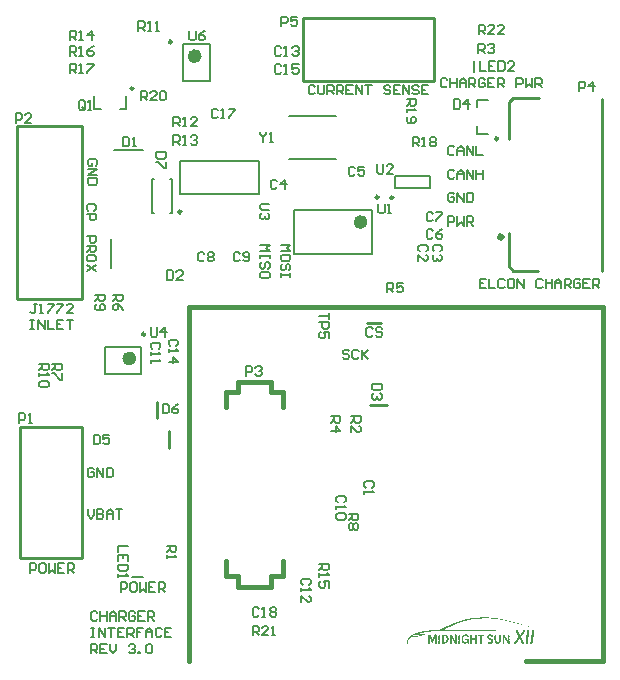
<source format=gto>
G04*
G04 #@! TF.GenerationSoftware,Altium Limited,Altium Designer,19.0.10 (269)*
G04*
G04 Layer_Color=65535*
%FSLAX25Y25*%
%MOIN*%
G70*
G01*
G75*
%ADD10C,0.01968*%
%ADD11C,0.00984*%
%ADD12C,0.02362*%
%ADD13C,0.00394*%
%ADD14C,0.01575*%
%ADD15C,0.01000*%
%ADD16C,0.00787*%
%ADD17C,0.00591*%
%ADD18C,0.00709*%
G36*
X158539Y14663D02*
X158729D01*
Y14625D01*
X158767D01*
Y14663D01*
X158805D01*
Y14625D01*
X158843D01*
Y14663D01*
X158881D01*
Y14625D01*
X158919D01*
Y14663D01*
X158957D01*
Y14625D01*
X158995D01*
Y14663D01*
X159033D01*
Y14625D01*
X159451D01*
Y14587D01*
X159489D01*
Y14625D01*
X159527D01*
Y14587D01*
X159565D01*
Y14625D01*
X159602D01*
Y14587D01*
X159716D01*
Y14549D01*
X159754D01*
Y14587D01*
X159792D01*
Y14549D01*
X159830D01*
Y14587D01*
X159868D01*
Y14549D01*
X160210D01*
Y14511D01*
X160248D01*
Y14549D01*
X160286D01*
Y14511D01*
X160324D01*
Y14549D01*
X160362D01*
Y14511D01*
X160400D01*
Y14473D01*
X160438D01*
Y14511D01*
X160476D01*
Y14473D01*
X160514D01*
Y14511D01*
X160552D01*
Y14473D01*
X160818D01*
Y14435D01*
X160856D01*
Y14473D01*
X160894D01*
Y14435D01*
X160932D01*
Y14397D01*
X160970D01*
Y14435D01*
X161008D01*
Y14397D01*
X161046D01*
Y14435D01*
X161083D01*
Y14397D01*
X161349D01*
Y14359D01*
X161387D01*
Y14397D01*
X161425D01*
Y14359D01*
X161463D01*
Y14321D01*
X161501D01*
Y14359D01*
X161539D01*
Y14321D01*
X161577D01*
Y14359D01*
X161615D01*
Y14321D01*
X161805D01*
Y14283D01*
X161843D01*
Y14321D01*
X161881D01*
Y14283D01*
X161995D01*
Y14245D01*
X162261D01*
Y14207D01*
X162299D01*
Y14245D01*
X162337D01*
Y14207D01*
X162375D01*
Y14169D01*
X162413D01*
Y14207D01*
X162451D01*
Y14169D01*
X162641D01*
Y14131D01*
X162679D01*
Y14169D01*
X162716D01*
Y14131D01*
X162754D01*
Y14093D01*
X162792D01*
Y14131D01*
X162830D01*
Y14093D01*
X163020D01*
Y14055D01*
X163058D01*
Y14093D01*
X163096D01*
Y14055D01*
X163134D01*
Y14017D01*
X163172D01*
Y14055D01*
X163210D01*
Y14017D01*
X163248D01*
Y14055D01*
X163286D01*
Y14017D01*
X163400D01*
Y13979D01*
X163438D01*
Y14017D01*
X163476D01*
Y13979D01*
X163514D01*
Y13941D01*
X163552D01*
Y13979D01*
X163590D01*
Y13941D01*
X163780D01*
Y13903D01*
X163818D01*
Y13941D01*
X163856D01*
Y13903D01*
X163894D01*
Y13865D01*
X163932D01*
Y13903D01*
X163970D01*
Y13865D01*
X164160D01*
Y13827D01*
X164198D01*
Y13865D01*
X164235D01*
Y13827D01*
X164273D01*
Y13789D01*
X164463D01*
Y13751D01*
X164501D01*
Y13789D01*
X164539D01*
Y13751D01*
X164577D01*
Y13713D01*
X164615D01*
Y13751D01*
X164653D01*
Y13713D01*
X164767D01*
Y13675D01*
X164805D01*
Y13713D01*
X164843D01*
Y13675D01*
X164881D01*
Y13637D01*
X164919D01*
Y13675D01*
X164957D01*
Y13637D01*
X165147D01*
Y13599D01*
X165185D01*
Y13637D01*
X165223D01*
Y13599D01*
X165261D01*
Y13561D01*
X165451D01*
Y13523D01*
X165565D01*
Y13485D01*
X165603D01*
Y13523D01*
X165640D01*
Y13485D01*
X165754D01*
Y13447D01*
X165792D01*
Y13485D01*
X165830D01*
Y13447D01*
X165868D01*
Y13409D01*
X165906D01*
Y13447D01*
X165944D01*
Y13409D01*
X166058D01*
Y13371D01*
X166096D01*
Y13409D01*
X166134D01*
Y13371D01*
X166172D01*
Y13333D01*
X166210D01*
Y13371D01*
X166248D01*
Y13333D01*
X166362D01*
Y13295D01*
X166400D01*
Y13333D01*
X166438D01*
Y13295D01*
X166476D01*
Y13258D01*
X166514D01*
Y13295D01*
X166552D01*
Y13258D01*
X166666D01*
Y13219D01*
X166704D01*
Y13258D01*
X166742D01*
Y13219D01*
X166780D01*
Y13182D01*
X166818D01*
Y13219D01*
X166856D01*
Y13182D01*
X166970D01*
Y13144D01*
X167008D01*
Y13182D01*
X167046D01*
Y13144D01*
X167084D01*
Y13106D01*
X167273D01*
Y13068D01*
X167311D01*
Y13030D01*
X167349D01*
Y13068D01*
X167387D01*
Y13030D01*
X167577D01*
Y12992D01*
X167691D01*
Y12954D01*
X167805D01*
Y12916D01*
X167843D01*
Y12954D01*
X167881D01*
Y12916D01*
X167919D01*
Y12878D01*
X168109D01*
Y12840D01*
X168223D01*
Y12802D01*
X168413D01*
Y12764D01*
X168451D01*
Y12726D01*
X168489D01*
Y12764D01*
X168527D01*
Y12726D01*
X168640D01*
Y12688D01*
X168678D01*
Y12726D01*
X168717D01*
Y12688D01*
X168754D01*
Y12650D01*
X168868D01*
Y12612D01*
X168906D01*
Y12650D01*
X168944D01*
Y12612D01*
X168982D01*
Y12574D01*
X169020D01*
Y12612D01*
X169058D01*
Y12574D01*
X169172D01*
Y12536D01*
X169286D01*
Y12498D01*
X169400D01*
Y12460D01*
X169438D01*
Y12498D01*
X169476D01*
Y12460D01*
X169514D01*
Y12422D01*
X169552D01*
Y12460D01*
X169590D01*
Y12422D01*
X169704D01*
Y12384D01*
X169742D01*
Y12422D01*
X169780D01*
Y12384D01*
X169818D01*
Y12346D01*
X169932D01*
Y12308D01*
X169970D01*
Y12346D01*
X170008D01*
Y12308D01*
X170046D01*
Y12270D01*
X170236D01*
Y12232D01*
X170273D01*
Y12194D01*
X170311D01*
Y12232D01*
X170349D01*
Y12194D01*
X170463D01*
Y12156D01*
X170577D01*
Y12118D01*
X170767D01*
Y12080D01*
X170881D01*
Y12042D01*
X170995D01*
Y12004D01*
X171033D01*
Y12042D01*
X171071D01*
Y12004D01*
X171109D01*
Y11966D01*
X171223D01*
Y11928D01*
X171261D01*
Y11966D01*
X171299D01*
Y11928D01*
X171337D01*
Y11890D01*
X171527D01*
Y11852D01*
X171565D01*
Y11814D01*
X171602D01*
Y11852D01*
X171641D01*
Y11814D01*
X171754D01*
Y11777D01*
X171868D01*
Y11738D01*
X171982D01*
Y11701D01*
X172020D01*
Y11738D01*
X172058D01*
Y11701D01*
X172096D01*
Y11663D01*
X172134D01*
Y11701D01*
X172172D01*
Y11663D01*
X172286D01*
Y11625D01*
X172400D01*
Y11587D01*
X172514D01*
Y11549D01*
X172628D01*
Y11511D01*
X172742D01*
Y11473D01*
X172780D01*
Y11511D01*
X172818D01*
Y11473D01*
X172856D01*
Y11435D01*
X172970D01*
Y11397D01*
X173008D01*
Y11359D01*
X172970D01*
Y11397D01*
X172856D01*
Y11435D01*
X172742D01*
Y11473D01*
X172704D01*
Y11435D01*
X172666D01*
Y11473D01*
X172628D01*
Y11511D01*
X172590D01*
Y11473D01*
X172552D01*
Y11511D01*
X172514D01*
Y11549D01*
X172476D01*
Y11511D01*
X172438D01*
Y11549D01*
X172324D01*
Y11587D01*
X172210D01*
Y11625D01*
X172096D01*
Y11663D01*
X172058D01*
Y11625D01*
X172020D01*
Y11663D01*
X171982D01*
Y11701D01*
X171792D01*
Y11738D01*
X171678D01*
Y11777D01*
X171565D01*
Y11814D01*
X171527D01*
Y11777D01*
X171489D01*
Y11814D01*
X171451D01*
Y11852D01*
X171413D01*
Y11814D01*
X171375D01*
Y11852D01*
X171261D01*
Y11890D01*
X171147D01*
Y11928D01*
X170957D01*
Y11966D01*
X170919D01*
Y12004D01*
X170881D01*
Y11966D01*
X170843D01*
Y12004D01*
X170729D01*
Y12042D01*
X170615D01*
Y12080D01*
X170501D01*
Y12118D01*
X170463D01*
Y12080D01*
X170425D01*
Y12118D01*
X170387D01*
Y12156D01*
X170349D01*
Y12118D01*
X170311D01*
Y12156D01*
X170197D01*
Y12194D01*
X170159D01*
Y12156D01*
X170122D01*
Y12194D01*
X170084D01*
Y12232D01*
X169894D01*
Y12270D01*
X169780D01*
Y12308D01*
X169666D01*
Y12346D01*
X169628D01*
Y12308D01*
X169590D01*
Y12346D01*
X169552D01*
Y12384D01*
X169514D01*
Y12346D01*
X169476D01*
Y12384D01*
X169286D01*
Y12422D01*
X169248D01*
Y12460D01*
X169210D01*
Y12422D01*
X169172D01*
Y12460D01*
X169058D01*
Y12498D01*
X168944D01*
Y12536D01*
X168906D01*
Y12498D01*
X168868D01*
Y12536D01*
X168754D01*
Y12574D01*
X168717D01*
Y12612D01*
X168678D01*
Y12574D01*
X168717D01*
Y12536D01*
X168678D01*
Y12574D01*
X168640D01*
Y12612D01*
X168451D01*
Y12650D01*
X168337D01*
Y12688D01*
X168147D01*
Y12726D01*
X168109D01*
Y12764D01*
X168071D01*
Y12726D01*
X168109D01*
Y12688D01*
X168071D01*
Y12726D01*
X168033D01*
Y12764D01*
X167843D01*
Y12802D01*
X167729D01*
Y12840D01*
X167615D01*
Y12878D01*
X167577D01*
Y12840D01*
X167539D01*
Y12878D01*
X167501D01*
Y12916D01*
X167463D01*
Y12878D01*
X167425D01*
Y12916D01*
X167235D01*
Y12954D01*
X167122D01*
Y12992D01*
X166932D01*
Y13030D01*
X166894D01*
Y13068D01*
X166856D01*
Y13030D01*
X166894D01*
Y12992D01*
X166856D01*
Y13030D01*
X166818D01*
Y13068D01*
X166628D01*
Y13106D01*
X166514D01*
Y13144D01*
X166476D01*
Y13106D01*
X166438D01*
Y13144D01*
X166324D01*
Y13182D01*
X166286D01*
Y13144D01*
X166248D01*
Y13182D01*
X166210D01*
Y13219D01*
X166020D01*
Y13258D01*
X165982D01*
Y13219D01*
X165944D01*
Y13258D01*
X165906D01*
Y13295D01*
X165868D01*
Y13258D01*
X165830D01*
Y13295D01*
X165640D01*
Y13333D01*
X165527D01*
Y13371D01*
X165337D01*
Y13409D01*
X165299D01*
Y13371D01*
X165261D01*
Y13409D01*
X165223D01*
Y13447D01*
X165185D01*
Y13409D01*
X165147D01*
Y13447D01*
X165033D01*
Y13485D01*
X164995D01*
Y13447D01*
X164957D01*
Y13485D01*
X164919D01*
Y13523D01*
X164881D01*
Y13485D01*
X164919D01*
Y13447D01*
X164881D01*
Y13485D01*
X164843D01*
Y13523D01*
X164653D01*
Y13561D01*
X164615D01*
Y13523D01*
X164577D01*
Y13561D01*
X164539D01*
Y13599D01*
X164501D01*
Y13561D01*
X164463D01*
Y13599D01*
X164273D01*
Y13637D01*
X164235D01*
Y13599D01*
X164198D01*
Y13637D01*
X164160D01*
Y13675D01*
X164121D01*
Y13637D01*
X164084D01*
Y13675D01*
X163894D01*
Y13713D01*
X163780D01*
Y13751D01*
X163742D01*
Y13713D01*
X163704D01*
Y13751D01*
X163514D01*
Y13789D01*
X163400D01*
Y13827D01*
X163362D01*
Y13789D01*
X163324D01*
Y13827D01*
X163134D01*
Y13865D01*
X163096D01*
Y13827D01*
X163058D01*
Y13865D01*
X163020D01*
Y13903D01*
X162982D01*
Y13865D01*
X162944D01*
Y13903D01*
X162754D01*
Y13941D01*
X162716D01*
Y13903D01*
X162679D01*
Y13941D01*
X162641D01*
Y13979D01*
X162602D01*
Y13941D01*
X162641D01*
Y13903D01*
X162602D01*
Y13941D01*
X162565D01*
Y13979D01*
X162527D01*
Y13941D01*
X162489D01*
Y13979D01*
X162299D01*
Y14017D01*
X162261D01*
Y13979D01*
X162223D01*
Y14017D01*
X162109D01*
Y14055D01*
X162071D01*
Y14017D01*
X162033D01*
Y14055D01*
X161843D01*
Y14093D01*
X161805D01*
Y14055D01*
X161767D01*
Y14093D01*
X161729D01*
Y14055D01*
X161691D01*
Y14093D01*
X161653D01*
Y14131D01*
X161615D01*
Y14093D01*
X161577D01*
Y14131D01*
X161539D01*
Y14093D01*
X161501D01*
Y14131D01*
X161311D01*
Y14169D01*
X161273D01*
Y14131D01*
X161235D01*
Y14169D01*
X161197D01*
Y14131D01*
X161160D01*
Y14169D01*
X161046D01*
Y14207D01*
X161008D01*
Y14169D01*
X160970D01*
Y14207D01*
X160704D01*
Y14245D01*
X160666D01*
Y14207D01*
X160628D01*
Y14245D01*
X160590D01*
Y14207D01*
X160552D01*
Y14245D01*
X160514D01*
Y14283D01*
X160476D01*
Y14245D01*
X160438D01*
Y14283D01*
X160400D01*
Y14245D01*
X160362D01*
Y14283D01*
X159944D01*
Y14321D01*
X159906D01*
Y14283D01*
X159868D01*
Y14321D01*
X159830D01*
Y14283D01*
X159792D01*
Y14321D01*
X159678D01*
Y14359D01*
X159641D01*
Y14321D01*
X159527D01*
Y14359D01*
X159489D01*
Y14321D01*
X159451D01*
Y14359D01*
X159413D01*
Y14321D01*
X159375D01*
Y14359D01*
X159337D01*
Y14321D01*
X159299D01*
Y14359D01*
X159261D01*
Y14321D01*
X159223D01*
Y14359D01*
X159185D01*
Y14321D01*
X159147D01*
Y14359D01*
X159033D01*
Y14321D01*
X158995D01*
Y14359D01*
X157666D01*
Y14321D01*
X157628D01*
Y14359D01*
X157514D01*
Y14321D01*
X157476D01*
Y14359D01*
X157438D01*
Y14321D01*
X157400D01*
Y14359D01*
X157362D01*
Y14321D01*
X157324D01*
Y14359D01*
X157286D01*
Y14321D01*
X157248D01*
Y14359D01*
X157210D01*
Y14321D01*
X157172D01*
Y14359D01*
X157134D01*
Y14321D01*
X157096D01*
Y14359D01*
X157058D01*
Y14321D01*
X157020D01*
Y14359D01*
X156982D01*
Y14321D01*
X156944D01*
Y14359D01*
X156906D01*
Y14321D01*
X156792D01*
Y14283D01*
X156754D01*
Y14321D01*
X156641D01*
Y14283D01*
X156603D01*
Y14321D01*
X156565D01*
Y14283D01*
X156527D01*
Y14321D01*
X156489D01*
Y14283D01*
X156451D01*
Y14321D01*
X156413D01*
Y14283D01*
X156375D01*
Y14321D01*
X156337D01*
Y14283D01*
X156299D01*
Y14321D01*
X156261D01*
Y14283D01*
X155767D01*
Y14245D01*
X155729D01*
Y14283D01*
X155691D01*
Y14245D01*
X155653D01*
Y14283D01*
X155615D01*
Y14245D01*
X155577D01*
Y14283D01*
X155539D01*
Y14245D01*
X155501D01*
Y14283D01*
X155463D01*
Y14245D01*
X155501D01*
Y14207D01*
X155463D01*
Y14245D01*
X155425D01*
Y14207D01*
X155387D01*
Y14245D01*
X155349D01*
Y14207D01*
X155311D01*
Y14245D01*
X155273D01*
Y14207D01*
X154932D01*
Y14169D01*
X154894D01*
Y14207D01*
X154856D01*
Y14169D01*
X154818D01*
Y14207D01*
X154780D01*
Y14169D01*
X154666D01*
Y14131D01*
X154628D01*
Y14169D01*
X154590D01*
Y14131D01*
X154552D01*
Y14169D01*
X154514D01*
Y14131D01*
X154476D01*
Y14169D01*
X154438D01*
Y14131D01*
X154172D01*
Y14093D01*
X154134D01*
Y14131D01*
X154096D01*
Y14093D01*
X154058D01*
Y14131D01*
X154020D01*
Y14093D01*
X153982D01*
Y14131D01*
X153944D01*
Y14093D01*
X153982D01*
Y14055D01*
X153944D01*
Y14093D01*
X153906D01*
Y14055D01*
X153868D01*
Y14093D01*
X153830D01*
Y14055D01*
X153565D01*
Y14017D01*
X153526D01*
Y14055D01*
X153489D01*
Y14017D01*
X153451D01*
Y14055D01*
X153413D01*
Y14017D01*
X153375D01*
Y13979D01*
X153337D01*
Y14017D01*
X153299D01*
Y13979D01*
X153261D01*
Y14017D01*
X153223D01*
Y13979D01*
X153033D01*
Y13941D01*
X152995D01*
Y13979D01*
X152957D01*
Y13941D01*
X152919D01*
Y13903D01*
X152881D01*
Y13941D01*
X152843D01*
Y13903D01*
X152653D01*
Y13865D01*
X152615D01*
Y13903D01*
X152577D01*
Y13865D01*
X152539D01*
Y13903D01*
X152501D01*
Y13865D01*
X152463D01*
Y13827D01*
X152425D01*
Y13865D01*
X152387D01*
Y13827D01*
X152197D01*
Y13789D01*
X152160D01*
Y13827D01*
X152121D01*
Y13789D01*
X152160D01*
Y13751D01*
X152121D01*
Y13789D01*
X152084D01*
Y13751D01*
X152046D01*
Y13789D01*
X152008D01*
Y13751D01*
X151894D01*
Y13713D01*
X151856D01*
Y13751D01*
X151818D01*
Y13713D01*
X151780D01*
Y13675D01*
X151742D01*
Y13713D01*
X151704D01*
Y13675D01*
X151514D01*
Y13637D01*
X151476D01*
Y13599D01*
X151438D01*
Y13637D01*
X151400D01*
Y13599D01*
X151286D01*
Y13561D01*
X151172D01*
Y13523D01*
X151134D01*
Y13561D01*
X151096D01*
Y13523D01*
X150982D01*
Y13485D01*
X150944D01*
Y13523D01*
X150906D01*
Y13485D01*
X150944D01*
Y13447D01*
X150906D01*
Y13485D01*
X150868D01*
Y13447D01*
X150754D01*
Y13409D01*
X150716D01*
Y13447D01*
X150679D01*
Y13409D01*
X150640D01*
Y13371D01*
X150451D01*
Y13333D01*
X150413D01*
Y13295D01*
X150299D01*
Y13258D01*
X150261D01*
Y13295D01*
X150223D01*
Y13258D01*
X150185D01*
Y13219D01*
X149995D01*
Y13182D01*
X149957D01*
Y13144D01*
X149767D01*
Y13106D01*
X149729D01*
Y13068D01*
X149539D01*
Y13030D01*
X149501D01*
Y12992D01*
X149387D01*
Y12954D01*
X149349D01*
Y12992D01*
X149311D01*
Y12954D01*
X149273D01*
Y12916D01*
X149160D01*
Y12878D01*
X149121D01*
Y12916D01*
X149083D01*
Y12878D01*
X149121D01*
Y12840D01*
X149083D01*
Y12878D01*
X149046D01*
Y12840D01*
X148932D01*
Y12802D01*
X148894D01*
Y12764D01*
X148856D01*
Y12802D01*
X148818D01*
Y12764D01*
X148704D01*
Y12726D01*
X148666D01*
Y12688D01*
X148552D01*
Y12650D01*
X148438D01*
Y12612D01*
X148324D01*
Y12574D01*
X148286D01*
Y12536D01*
X148172D01*
Y12498D01*
X148134D01*
Y12536D01*
X148096D01*
Y12498D01*
X148058D01*
Y12460D01*
X147944D01*
Y12422D01*
X147906D01*
Y12384D01*
X147868D01*
Y12422D01*
X147830D01*
Y12384D01*
X147792D01*
Y12346D01*
X147678D01*
Y12308D01*
X147564D01*
Y12270D01*
X147527D01*
Y12232D01*
X147413D01*
Y12194D01*
X147375D01*
Y12232D01*
X147337D01*
Y12194D01*
X147299D01*
Y12156D01*
X147185D01*
Y12118D01*
X147147D01*
Y12080D01*
X147033D01*
Y12042D01*
X146995D01*
Y12004D01*
X146881D01*
Y11966D01*
X146843D01*
Y12004D01*
X146805D01*
Y11966D01*
X146843D01*
Y11928D01*
X146805D01*
Y11966D01*
X146767D01*
Y11928D01*
X146729D01*
Y11890D01*
X146615D01*
Y11852D01*
X146501D01*
Y11814D01*
X146463D01*
Y11777D01*
X146425D01*
Y11738D01*
X146387D01*
Y11777D01*
X146349D01*
Y11738D01*
X146311D01*
Y11701D01*
X146197D01*
Y11663D01*
X146159D01*
Y11625D01*
X146045D01*
Y11587D01*
X146008D01*
Y11549D01*
X145894D01*
Y11511D01*
X145856D01*
Y11473D01*
X145742D01*
Y11435D01*
X145704D01*
Y11397D01*
X145590D01*
Y11359D01*
X145552D01*
Y11321D01*
X145438D01*
Y11283D01*
X145400D01*
Y11245D01*
X145286D01*
Y11207D01*
X145248D01*
Y11169D01*
X145134D01*
Y11131D01*
X145096D01*
Y11093D01*
X144982D01*
Y11055D01*
X144944D01*
Y11017D01*
X144830D01*
Y10979D01*
X144792D01*
Y10941D01*
X144678D01*
Y10903D01*
X144641D01*
Y10865D01*
X144527D01*
Y10827D01*
X144489D01*
Y10789D01*
X144375D01*
Y10751D01*
X144337D01*
Y10713D01*
X144299D01*
Y10675D01*
X144337D01*
Y10637D01*
X144375D01*
Y10599D01*
X144413D01*
Y10637D01*
X144603D01*
Y10675D01*
X144641D01*
Y10637D01*
X144678D01*
Y10599D01*
X144716D01*
Y10637D01*
X144754D01*
Y10675D01*
X144792D01*
Y10637D01*
X144906D01*
Y10675D01*
X144944D01*
Y10637D01*
X144982D01*
Y10599D01*
X145020D01*
Y10637D01*
X145134D01*
Y10599D01*
X145172D01*
Y10637D01*
X145286D01*
Y10599D01*
X145324D01*
Y10637D01*
X145362D01*
Y10599D01*
X145400D01*
Y10637D01*
X145438D01*
Y10599D01*
X145476D01*
Y10637D01*
X145590D01*
Y10599D01*
X145628D01*
Y10637D01*
X145666D01*
Y10599D01*
X145704D01*
Y10637D01*
X145742D01*
Y10599D01*
X145780D01*
Y10637D01*
X145818D01*
Y10599D01*
X145856D01*
Y10637D01*
X145894D01*
Y10599D01*
X145932D01*
Y10637D01*
X145970D01*
Y10599D01*
X146008D01*
Y10637D01*
X146045D01*
Y10599D01*
X146083D01*
Y10637D01*
X146122D01*
Y10599D01*
X146159D01*
Y10637D01*
X146197D01*
Y10599D01*
X146235D01*
Y10637D01*
X146273D01*
Y10599D01*
X146311D01*
Y10637D01*
X146349D01*
Y10599D01*
X146387D01*
Y10637D01*
X146425D01*
Y10599D01*
X146463D01*
Y10637D01*
X146501D01*
Y10599D01*
X146539D01*
Y10637D01*
X146577D01*
Y10599D01*
X146615D01*
Y10637D01*
X146653D01*
Y10599D01*
X146691D01*
Y10637D01*
X146729D01*
Y10599D01*
X146767D01*
Y10637D01*
X146805D01*
Y10599D01*
X146843D01*
Y10637D01*
X146881D01*
Y10599D01*
X146919D01*
Y10637D01*
X146957D01*
Y10599D01*
X147071D01*
Y10637D01*
X147109D01*
Y10599D01*
X147223D01*
Y10637D01*
X147261D01*
Y10599D01*
X147375D01*
Y10637D01*
X147413D01*
Y10599D01*
X150033D01*
Y10561D01*
X150071D01*
Y10599D01*
X150109D01*
Y10561D01*
X150147D01*
Y10599D01*
X150185D01*
Y10561D01*
X150223D01*
Y10599D01*
X150261D01*
Y10561D01*
X150299D01*
Y10599D01*
X150337D01*
Y10561D01*
X150375D01*
Y10599D01*
X150413D01*
Y10561D01*
X150451D01*
Y10599D01*
X150565D01*
Y10561D01*
X150602D01*
Y10599D01*
X150640D01*
Y10561D01*
X150679D01*
Y10599D01*
X150716D01*
Y10561D01*
X150754D01*
Y10599D01*
X150792D01*
Y10561D01*
X150830D01*
Y10599D01*
X150868D01*
Y10561D01*
X150906D01*
Y10599D01*
X150944D01*
Y10561D01*
X150982D01*
Y10599D01*
X151020D01*
Y10561D01*
X151058D01*
Y10599D01*
X151096D01*
Y10561D01*
X151134D01*
Y10599D01*
X151172D01*
Y10561D01*
X151210D01*
Y10599D01*
X151248D01*
Y10561D01*
X151286D01*
Y10599D01*
X151324D01*
Y10561D01*
X151362D01*
Y10599D01*
X151400D01*
Y10561D01*
X151438D01*
Y10599D01*
X151476D01*
Y10561D01*
X151514D01*
Y10599D01*
X151552D01*
Y10561D01*
X151590D01*
Y10599D01*
X151628D01*
Y10561D01*
X151666D01*
Y10599D01*
X151704D01*
Y10561D01*
X151742D01*
Y10599D01*
X151780D01*
Y10561D01*
X151818D01*
Y10599D01*
X151856D01*
Y10561D01*
X151894D01*
Y10599D01*
X151932D01*
Y10561D01*
X151970D01*
Y10599D01*
X152008D01*
Y10561D01*
X152046D01*
Y10599D01*
X152084D01*
Y10561D01*
X152121D01*
Y10599D01*
X152160D01*
Y10561D01*
X152273D01*
Y10599D01*
X152311D01*
Y10561D01*
X152425D01*
Y10599D01*
X152463D01*
Y10561D01*
X152577D01*
Y10599D01*
X152615D01*
Y10561D01*
X152729D01*
Y10599D01*
X152767D01*
Y10561D01*
X152881D01*
Y10599D01*
X152919D01*
Y10561D01*
X153033D01*
Y10599D01*
X153071D01*
Y10561D01*
X153185D01*
Y10599D01*
X153223D01*
Y10561D01*
X153337D01*
Y10599D01*
X153375D01*
Y10561D01*
X153489D01*
Y10599D01*
X153526D01*
Y10561D01*
X153640D01*
Y10599D01*
X153678D01*
Y10561D01*
X153792D01*
Y10599D01*
X153830D01*
Y10561D01*
X153944D01*
Y10599D01*
X153982D01*
Y10561D01*
X154020D01*
Y10599D01*
X154058D01*
Y10561D01*
X154096D01*
Y10599D01*
X154134D01*
Y10561D01*
X154172D01*
Y10599D01*
X154210D01*
Y10561D01*
X154248D01*
Y10599D01*
X154286D01*
Y10561D01*
X154324D01*
Y10599D01*
X154362D01*
Y10561D01*
X154400D01*
Y10599D01*
X154438D01*
Y10561D01*
X154476D01*
Y10599D01*
X154514D01*
Y10561D01*
X154552D01*
Y10599D01*
X154590D01*
Y10561D01*
X154628D01*
Y10599D01*
X154666D01*
Y10561D01*
X154704D01*
Y10599D01*
X154742D01*
Y10561D01*
X154780D01*
Y10599D01*
X154818D01*
Y10561D01*
X154856D01*
Y10599D01*
X154894D01*
Y10561D01*
X154932D01*
Y10599D01*
X154970D01*
Y10561D01*
X155008D01*
Y10599D01*
X155046D01*
Y10561D01*
X155084D01*
Y10599D01*
X155122D01*
Y10561D01*
X155159D01*
Y10599D01*
X155197D01*
Y10561D01*
X155235D01*
Y10599D01*
X155273D01*
Y10561D01*
X155311D01*
Y10599D01*
X155349D01*
Y10561D01*
X155387D01*
Y10599D01*
X155425D01*
Y10561D01*
X155463D01*
Y10599D01*
X155501D01*
Y10561D01*
X155539D01*
Y10599D01*
X155577D01*
Y10561D01*
X155615D01*
Y10599D01*
X155653D01*
Y10561D01*
X155691D01*
Y10599D01*
X155729D01*
Y10561D01*
X155767D01*
Y10599D01*
X155805D01*
Y10561D01*
X155843D01*
Y10599D01*
X155881D01*
Y10561D01*
X155919D01*
Y10599D01*
X155957D01*
Y10561D01*
X155995D01*
Y10599D01*
X156033D01*
Y10561D01*
X156071D01*
Y10599D01*
X156109D01*
Y10561D01*
X156147D01*
Y10599D01*
X156185D01*
Y10561D01*
X156223D01*
Y10599D01*
X156261D01*
Y10561D01*
X156299D01*
Y10599D01*
X156337D01*
Y10561D01*
X156375D01*
Y10599D01*
X156413D01*
Y10561D01*
X156451D01*
Y10599D01*
X156489D01*
Y10561D01*
X156527D01*
Y10599D01*
X156565D01*
Y10561D01*
X156603D01*
Y10599D01*
X156641D01*
Y10561D01*
X156678D01*
Y10599D01*
X156716D01*
Y10561D01*
X156754D01*
Y10599D01*
X156792D01*
Y10561D01*
X156830D01*
Y10599D01*
X156868D01*
Y10561D01*
X156906D01*
Y10599D01*
X156944D01*
Y10561D01*
X156982D01*
Y10599D01*
X157020D01*
Y10561D01*
X157058D01*
Y10599D01*
X157096D01*
Y10561D01*
X157134D01*
Y10599D01*
X157172D01*
Y10561D01*
X157210D01*
Y10599D01*
X157248D01*
Y10561D01*
X157286D01*
Y10599D01*
X157324D01*
Y10561D01*
X157362D01*
Y10599D01*
X157400D01*
Y10561D01*
X157438D01*
Y10599D01*
X157476D01*
Y10561D01*
X157514D01*
Y10599D01*
X157552D01*
Y10561D01*
X157590D01*
Y10599D01*
X157628D01*
Y10561D01*
X157666D01*
Y10599D01*
X157704D01*
Y10561D01*
X157742D01*
Y10599D01*
X157780D01*
Y10561D01*
X157818D01*
Y10599D01*
X157856D01*
Y10561D01*
X157894D01*
Y10599D01*
X157932D01*
Y10561D01*
X157970D01*
Y10599D01*
X158008D01*
Y10561D01*
X158046D01*
Y10599D01*
X158083D01*
Y10561D01*
X158122D01*
Y10599D01*
X158159D01*
Y10561D01*
X158197D01*
Y10599D01*
X158235D01*
Y10561D01*
X158273D01*
Y10599D01*
X158311D01*
Y10561D01*
X158349D01*
Y10599D01*
X158387D01*
Y10561D01*
X158425D01*
Y10599D01*
X158463D01*
Y10561D01*
X158501D01*
Y10599D01*
X158539D01*
Y10561D01*
X158577D01*
Y10599D01*
X158615D01*
Y10561D01*
X158653D01*
Y10599D01*
X158691D01*
Y10561D01*
X158729D01*
Y10599D01*
X158767D01*
Y10561D01*
X158805D01*
Y10599D01*
X158843D01*
Y10561D01*
X158881D01*
Y10599D01*
X158919D01*
Y10561D01*
X158957D01*
Y10599D01*
X158995D01*
Y10561D01*
X159033D01*
Y10599D01*
X159071D01*
Y10561D01*
X159109D01*
Y10599D01*
X159147D01*
Y10561D01*
X159185D01*
Y10599D01*
X159223D01*
Y10561D01*
X159261D01*
Y10599D01*
X159299D01*
Y10561D01*
X159337D01*
Y10599D01*
X159375D01*
Y10561D01*
X159413D01*
Y10599D01*
X159451D01*
Y10561D01*
X159489D01*
Y10599D01*
X159527D01*
Y10561D01*
X159565D01*
Y10599D01*
X159602D01*
Y10561D01*
X159641D01*
Y10599D01*
X159678D01*
Y10561D01*
X159716D01*
Y10599D01*
X159754D01*
Y10561D01*
X159792D01*
Y10599D01*
X159830D01*
Y10561D01*
X159868D01*
Y10599D01*
X159906D01*
Y10561D01*
X159944D01*
Y10599D01*
X159982D01*
Y10561D01*
X160020D01*
Y10599D01*
X160058D01*
Y10561D01*
X160096D01*
Y10599D01*
X160134D01*
Y10561D01*
X160172D01*
Y10599D01*
X160210D01*
Y10561D01*
X160248D01*
Y10599D01*
X160286D01*
Y10561D01*
X160324D01*
Y10599D01*
X160362D01*
Y10561D01*
X160476D01*
Y10599D01*
X160514D01*
Y10561D01*
X160628D01*
Y10599D01*
X160666D01*
Y10561D01*
X160704D01*
Y10523D01*
X160742D01*
Y10561D01*
X160856D01*
Y10523D01*
X160894D01*
Y10561D01*
X160932D01*
Y10523D01*
X160970D01*
Y10561D01*
X161008D01*
Y10523D01*
X161046D01*
Y10561D01*
X161083D01*
Y10523D01*
X161121D01*
Y10561D01*
X161160D01*
Y10523D01*
X161197D01*
Y10561D01*
X161235D01*
Y10523D01*
X161273D01*
Y10561D01*
X161311D01*
Y10523D01*
X161349D01*
Y10561D01*
X161387D01*
Y10523D01*
X161425D01*
Y10561D01*
X161463D01*
Y10523D01*
X161501D01*
Y10561D01*
X161539D01*
Y10523D01*
X161577D01*
Y10561D01*
X161615D01*
Y10523D01*
X161653D01*
Y10561D01*
X161691D01*
Y10523D01*
X161729D01*
Y10561D01*
X161767D01*
Y10523D01*
X161805D01*
Y10561D01*
X161919D01*
Y10523D01*
X161957D01*
Y10561D01*
X162071D01*
Y10523D01*
X162109D01*
Y10561D01*
X162223D01*
Y10523D01*
X162261D01*
Y10561D01*
X162375D01*
Y10523D01*
X162413D01*
Y10561D01*
X162451D01*
Y10523D01*
X162489D01*
Y10561D01*
X162527D01*
Y10523D01*
X162565D01*
Y10561D01*
X162679D01*
Y10523D01*
X162716D01*
Y10561D01*
X162830D01*
Y10523D01*
X162868D01*
Y10561D01*
X162906D01*
Y10599D01*
X162944D01*
Y10561D01*
X163058D01*
Y10599D01*
X163096D01*
Y10561D01*
X163210D01*
Y10599D01*
X163248D01*
Y10561D01*
X163362D01*
Y10599D01*
X163400D01*
Y10561D01*
X163514D01*
Y10599D01*
X163552D01*
Y10561D01*
X163666D01*
Y10599D01*
X163704D01*
Y10561D01*
X163818D01*
Y10599D01*
X163856D01*
Y10561D01*
X163894D01*
Y10599D01*
X163932D01*
Y10561D01*
X163970D01*
Y10599D01*
X164008D01*
Y10561D01*
X164046D01*
Y10599D01*
X164084D01*
Y10561D01*
X164121D01*
Y10599D01*
X164160D01*
Y10561D01*
X164198D01*
Y10599D01*
X164235D01*
Y10561D01*
X164273D01*
Y10599D01*
X164311D01*
Y10561D01*
X164349D01*
Y10599D01*
X164387D01*
Y10561D01*
X164425D01*
Y10599D01*
X165299D01*
Y10561D01*
X164881D01*
Y10523D01*
X164843D01*
Y10561D01*
X164805D01*
Y10523D01*
X164767D01*
Y10561D01*
X164729D01*
Y10523D01*
X164691D01*
Y10561D01*
X164653D01*
Y10523D01*
X164539D01*
Y10485D01*
X164501D01*
Y10523D01*
X164463D01*
Y10485D01*
X164425D01*
Y10523D01*
X164387D01*
Y10485D01*
X164349D01*
Y10523D01*
X164311D01*
Y10485D01*
X164273D01*
Y10523D01*
X164235D01*
Y10485D01*
X163818D01*
Y10447D01*
X163780D01*
Y10485D01*
X163742D01*
Y10447D01*
X163704D01*
Y10485D01*
X163666D01*
Y10447D01*
X163628D01*
Y10485D01*
X163590D01*
Y10447D01*
X163552D01*
Y10485D01*
X163514D01*
Y10447D01*
X163400D01*
Y10409D01*
X163362D01*
Y10447D01*
X163324D01*
Y10409D01*
X163286D01*
Y10447D01*
X163248D01*
Y10409D01*
X163210D01*
Y10447D01*
X163172D01*
Y10409D01*
X162679D01*
Y10371D01*
X162641D01*
Y10409D01*
X162602D01*
Y10371D01*
X162565D01*
Y10409D01*
X162527D01*
Y10371D01*
X162413D01*
Y10409D01*
X162375D01*
Y10371D01*
X162261D01*
Y10334D01*
X162223D01*
Y10371D01*
X162185D01*
Y10334D01*
X162147D01*
Y10371D01*
X162109D01*
Y10334D01*
X162071D01*
Y10371D01*
X162033D01*
Y10334D01*
X161995D01*
Y10371D01*
X161957D01*
Y10334D01*
X161387D01*
Y10295D01*
X161349D01*
Y10334D01*
X161311D01*
Y10295D01*
X161273D01*
Y10334D01*
X161235D01*
Y10295D01*
X161197D01*
Y10334D01*
X161160D01*
Y10295D01*
X161121D01*
Y10334D01*
X161083D01*
Y10295D01*
X161121D01*
Y10257D01*
X161083D01*
Y10295D01*
X160970D01*
Y10257D01*
X160932D01*
Y10295D01*
X160894D01*
Y10257D01*
X160856D01*
Y10295D01*
X160818D01*
Y10257D01*
X160780D01*
Y10295D01*
X160742D01*
Y10257D01*
X160704D01*
Y10295D01*
X160666D01*
Y10257D01*
X160628D01*
Y10295D01*
X160590D01*
Y10257D01*
X159792D01*
Y10220D01*
X159754D01*
Y10257D01*
X159641D01*
Y10220D01*
X159602D01*
Y10257D01*
X159565D01*
Y10220D01*
X159527D01*
Y10257D01*
X159489D01*
Y10220D01*
X159451D01*
Y10257D01*
X159413D01*
Y10220D01*
X159375D01*
Y10257D01*
X159337D01*
Y10220D01*
X159299D01*
Y10257D01*
X159261D01*
Y10220D01*
X159223D01*
Y10257D01*
X159185D01*
Y10220D01*
X159147D01*
Y10257D01*
X159109D01*
Y10220D01*
X159071D01*
Y10257D01*
X159033D01*
Y10220D01*
X158919D01*
Y10257D01*
X158881D01*
Y10220D01*
X158767D01*
Y10182D01*
X158729D01*
Y10220D01*
X158539D01*
Y10182D01*
X158501D01*
Y10220D01*
X158463D01*
Y10182D01*
X158425D01*
Y10220D01*
X158387D01*
Y10182D01*
X158349D01*
Y10220D01*
X158311D01*
Y10182D01*
X158273D01*
Y10220D01*
X158235D01*
Y10182D01*
X158197D01*
Y10220D01*
X158159D01*
Y10182D01*
X158122D01*
Y10220D01*
X158083D01*
Y10182D01*
X158046D01*
Y10220D01*
X158008D01*
Y10182D01*
X157970D01*
Y10220D01*
X157932D01*
Y10182D01*
X157894D01*
Y10220D01*
X157856D01*
Y10182D01*
X157818D01*
Y10220D01*
X157780D01*
Y10182D01*
X157742D01*
Y10220D01*
X157704D01*
Y10182D01*
X157666D01*
Y10220D01*
X157628D01*
Y10182D01*
X157590D01*
Y10220D01*
X157552D01*
Y10182D01*
X157514D01*
Y10220D01*
X157476D01*
Y10182D01*
X157438D01*
Y10220D01*
X157400D01*
Y10182D01*
X157362D01*
Y10220D01*
X157324D01*
Y10182D01*
X157286D01*
Y10220D01*
X157248D01*
Y10182D01*
X157210D01*
Y10220D01*
X157172D01*
Y10182D01*
X157134D01*
Y10220D01*
X157096D01*
Y10182D01*
X157058D01*
Y10220D01*
X157020D01*
Y10182D01*
X156982D01*
Y10220D01*
X156944D01*
Y10182D01*
X156906D01*
Y10220D01*
X156868D01*
Y10182D01*
X156830D01*
Y10220D01*
X156792D01*
Y10182D01*
X156754D01*
Y10220D01*
X156716D01*
Y10182D01*
X156678D01*
Y10220D01*
X156641D01*
Y10182D01*
X156451D01*
Y10220D01*
X156413D01*
Y10182D01*
X156147D01*
Y10220D01*
X156109D01*
Y10182D01*
X150679D01*
Y10220D01*
X150640D01*
Y10182D01*
X150375D01*
Y10220D01*
X150337D01*
Y10182D01*
X150071D01*
Y10220D01*
X150033D01*
Y10182D01*
X149919D01*
Y10220D01*
X149881D01*
Y10182D01*
X149843D01*
Y10220D01*
X149805D01*
Y10182D01*
X149767D01*
Y10220D01*
X149729D01*
Y10182D01*
X149691D01*
Y10220D01*
X149653D01*
Y10182D01*
X149615D01*
Y10220D01*
X149577D01*
Y10182D01*
X149539D01*
Y10220D01*
X149501D01*
Y10182D01*
X149463D01*
Y10220D01*
X149425D01*
Y10182D01*
X149387D01*
Y10220D01*
X149349D01*
Y10182D01*
X149311D01*
Y10220D01*
X149273D01*
Y10182D01*
X149235D01*
Y10220D01*
X149197D01*
Y10182D01*
X149160D01*
Y10220D01*
X149121D01*
Y10182D01*
X149083D01*
Y10220D01*
X149046D01*
Y10182D01*
X149008D01*
Y10220D01*
X148970D01*
Y10182D01*
X148932D01*
Y10220D01*
X148894D01*
Y10182D01*
X148856D01*
Y10220D01*
X148818D01*
Y10182D01*
X148780D01*
Y10220D01*
X148742D01*
Y10182D01*
X148704D01*
Y10220D01*
X148666D01*
Y10182D01*
X148628D01*
Y10220D01*
X148590D01*
Y10182D01*
X148552D01*
Y10220D01*
X148514D01*
Y10182D01*
X148476D01*
Y10220D01*
X148438D01*
Y10182D01*
X148400D01*
Y10220D01*
X148362D01*
Y10182D01*
X148324D01*
Y10220D01*
X148286D01*
Y10182D01*
X148248D01*
Y10220D01*
X148134D01*
Y10182D01*
X148096D01*
Y10220D01*
X148058D01*
Y10182D01*
X148020D01*
Y10220D01*
X147982D01*
Y10182D01*
X147944D01*
Y10220D01*
X147830D01*
Y10182D01*
X147792D01*
Y10220D01*
X147527D01*
Y10182D01*
X147489D01*
Y10220D01*
X147375D01*
Y10257D01*
X147337D01*
Y10220D01*
X147223D01*
Y10257D01*
X147185D01*
Y10220D01*
X147071D01*
Y10257D01*
X147033D01*
Y10220D01*
X146919D01*
Y10257D01*
X146881D01*
Y10220D01*
X146767D01*
Y10257D01*
X146729D01*
Y10220D01*
X146691D01*
Y10257D01*
X146653D01*
Y10220D01*
X146615D01*
Y10257D01*
X146577D01*
Y10220D01*
X146539D01*
Y10257D01*
X146501D01*
Y10220D01*
X146463D01*
Y10257D01*
X146425D01*
Y10220D01*
X146387D01*
Y10257D01*
X146349D01*
Y10220D01*
X146311D01*
Y10257D01*
X146273D01*
Y10220D01*
X146235D01*
Y10257D01*
X146197D01*
Y10220D01*
X146159D01*
Y10257D01*
X146122D01*
Y10220D01*
X146083D01*
Y10257D01*
X146045D01*
Y10220D01*
X146008D01*
Y10257D01*
X145970D01*
Y10220D01*
X145932D01*
Y10257D01*
X145894D01*
Y10220D01*
X145856D01*
Y10257D01*
X145818D01*
Y10220D01*
X145780D01*
Y10257D01*
X145742D01*
Y10220D01*
X145704D01*
Y10257D01*
X145666D01*
Y10220D01*
X145628D01*
Y10257D01*
X145590D01*
Y10220D01*
X145552D01*
Y10257D01*
X145514D01*
Y10220D01*
X145476D01*
Y10257D01*
X145362D01*
Y10220D01*
X145324D01*
Y10257D01*
X145210D01*
Y10220D01*
X145172D01*
Y10257D01*
X145058D01*
Y10220D01*
X145020D01*
Y10257D01*
X144906D01*
Y10220D01*
X144868D01*
Y10257D01*
X144754D01*
Y10220D01*
X144716D01*
Y10257D01*
X144603D01*
Y10220D01*
X144564D01*
Y10257D01*
X144527D01*
Y10220D01*
X144489D01*
Y10257D01*
X144451D01*
Y10220D01*
X144413D01*
Y10257D01*
X144375D01*
Y10220D01*
X144337D01*
Y10257D01*
X144299D01*
Y10220D01*
X144261D01*
Y10257D01*
X144223D01*
Y10220D01*
X144185D01*
Y10257D01*
X144147D01*
Y10220D01*
X144109D01*
Y10257D01*
X144071D01*
Y10220D01*
X144033D01*
Y10257D01*
X143995D01*
Y10220D01*
X143957D01*
Y10257D01*
X143919D01*
Y10220D01*
X143881D01*
Y10257D01*
X143843D01*
Y10220D01*
X143805D01*
Y10257D01*
X143767D01*
Y10220D01*
X143729D01*
Y10257D01*
X143691D01*
Y10220D01*
X143653D01*
Y10257D01*
X143615D01*
Y10220D01*
X143577D01*
Y10257D01*
X143539D01*
Y10220D01*
X143425D01*
Y10257D01*
X143387D01*
Y10220D01*
X143273D01*
Y10257D01*
X143235D01*
Y10220D01*
X142970D01*
Y10182D01*
X142932D01*
Y10220D01*
X142894D01*
Y10182D01*
X142856D01*
Y10220D01*
X142818D01*
Y10182D01*
X142780D01*
Y10220D01*
X142742D01*
Y10182D01*
X142704D01*
Y10220D01*
X142666D01*
Y10182D01*
X142628D01*
Y10220D01*
X142590D01*
Y10182D01*
X142552D01*
Y10220D01*
X142514D01*
Y10182D01*
X142476D01*
Y10220D01*
X142438D01*
Y10182D01*
X141792D01*
Y10144D01*
X141754D01*
Y10182D01*
X141716D01*
Y10144D01*
X141678D01*
Y10182D01*
X141640D01*
Y10144D01*
X141603D01*
Y10182D01*
X141565D01*
Y10144D01*
X141526D01*
Y10182D01*
X141489D01*
Y10144D01*
X141526D01*
Y10106D01*
X141489D01*
Y10144D01*
X141375D01*
Y10106D01*
X141337D01*
Y10144D01*
X141299D01*
Y10106D01*
X140805D01*
Y10068D01*
X140767D01*
Y10106D01*
X140729D01*
Y10068D01*
X140691D01*
Y10106D01*
X140653D01*
Y10068D01*
X140539D01*
Y10030D01*
X140501D01*
Y10068D01*
X140463D01*
Y10030D01*
X140425D01*
Y10068D01*
X140387D01*
Y10030D01*
X140349D01*
Y10068D01*
X140311D01*
Y10030D01*
X139970D01*
Y9992D01*
X139932D01*
Y10030D01*
X139894D01*
Y9992D01*
X139856D01*
Y10030D01*
X139818D01*
Y9992D01*
X139856D01*
Y9954D01*
X139818D01*
Y9992D01*
X139780D01*
Y9954D01*
X139742D01*
Y9992D01*
X139704D01*
Y9954D01*
X139666D01*
Y9992D01*
X139628D01*
Y9954D01*
X139362D01*
Y9916D01*
X139324D01*
Y9954D01*
X139286D01*
Y9916D01*
X139172D01*
Y9878D01*
X139134D01*
Y9916D01*
X139096D01*
Y9878D01*
X139058D01*
Y9916D01*
X139020D01*
Y9878D01*
X138754D01*
Y9840D01*
X138716D01*
Y9878D01*
X138678D01*
Y9840D01*
X138640D01*
Y9878D01*
X138602D01*
Y9840D01*
X138640D01*
Y9802D01*
X138602D01*
Y9840D01*
X138565D01*
Y9802D01*
X138526D01*
Y9840D01*
X138489D01*
Y9802D01*
X138223D01*
Y9764D01*
X138109D01*
Y9726D01*
X138071D01*
Y9764D01*
X138033D01*
Y9726D01*
X137995D01*
Y9764D01*
X137957D01*
Y9726D01*
X137767D01*
Y9688D01*
X137729D01*
Y9726D01*
X137691D01*
Y9688D01*
X137653D01*
Y9650D01*
X137615D01*
Y9688D01*
X137577D01*
Y9650D01*
X137387D01*
Y9612D01*
X137349D01*
Y9650D01*
X137311D01*
Y9612D01*
X137197D01*
Y9574D01*
X137007D01*
Y9536D01*
X136970D01*
Y9574D01*
X136932D01*
Y9536D01*
X136894D01*
Y9498D01*
X136856D01*
Y9536D01*
X136818D01*
Y9498D01*
X136704D01*
Y9460D01*
X136666D01*
Y9498D01*
X136628D01*
Y9460D01*
X136590D01*
Y9498D01*
X136552D01*
Y9460D01*
X136514D01*
Y9422D01*
X136324D01*
Y9384D01*
X136286D01*
Y9422D01*
X136248D01*
Y9384D01*
X136210D01*
Y9346D01*
X136172D01*
Y9384D01*
X136134D01*
Y9346D01*
X136020D01*
Y9308D01*
X135982D01*
Y9346D01*
X135944D01*
Y9308D01*
X135906D01*
Y9270D01*
X135868D01*
Y9308D01*
X135830D01*
Y9270D01*
X135716D01*
Y9232D01*
X135602D01*
Y9194D01*
X135564D01*
Y9232D01*
X135527D01*
Y9194D01*
X135488D01*
Y9156D01*
X136362D01*
Y9118D01*
X136400D01*
Y9156D01*
X136514D01*
Y9118D01*
X136552D01*
Y9156D01*
X136590D01*
Y9118D01*
X136628D01*
Y9156D01*
X136666D01*
Y9118D01*
X136704D01*
Y9156D01*
X136742D01*
Y9118D01*
X136780D01*
Y9156D01*
X136818D01*
Y9118D01*
X136856D01*
Y9156D01*
X136894D01*
Y9118D01*
X137007D01*
Y9156D01*
X137046D01*
Y9118D01*
X137083D01*
Y9080D01*
X137121D01*
Y9118D01*
X137235D01*
Y9080D01*
X137273D01*
Y9118D01*
X137311D01*
Y9080D01*
X137349D01*
Y9118D01*
X137387D01*
Y9080D01*
X137425D01*
Y9118D01*
X137463D01*
Y9080D01*
X137501D01*
Y9118D01*
X137539D01*
Y9080D01*
X137653D01*
Y9042D01*
X137539D01*
Y9004D01*
X137501D01*
Y8966D01*
X137463D01*
Y9004D01*
X137425D01*
Y8966D01*
X137387D01*
Y8928D01*
X137273D01*
Y8890D01*
X137159D01*
Y8852D01*
X137121D01*
Y8815D01*
X137007D01*
Y8777D01*
X136970D01*
Y8738D01*
X136856D01*
Y8700D01*
X136742D01*
Y8663D01*
X136628D01*
Y8625D01*
X136514D01*
Y8587D01*
X136400D01*
Y8549D01*
X136286D01*
Y8511D01*
X136172D01*
Y8473D01*
X136134D01*
Y8511D01*
X136096D01*
Y8473D01*
X136058D01*
Y8435D01*
X136020D01*
Y8473D01*
X135982D01*
Y8435D01*
X135868D01*
Y8397D01*
X135830D01*
Y8435D01*
X135792D01*
Y8397D01*
X135754D01*
Y8359D01*
X135716D01*
Y8397D01*
X135678D01*
Y8359D01*
X135488D01*
Y8321D01*
X135451D01*
Y8359D01*
X135413D01*
Y8321D01*
X135375D01*
Y8283D01*
X135337D01*
Y8321D01*
X135299D01*
Y8283D01*
X135033D01*
Y8245D01*
X134995D01*
Y8283D01*
X134957D01*
Y8245D01*
X134919D01*
Y8283D01*
X134881D01*
Y8245D01*
X134767D01*
Y8207D01*
X134729D01*
Y8245D01*
X134691D01*
Y8207D01*
X134653D01*
Y8245D01*
X134615D01*
Y8207D01*
X134577D01*
Y8245D01*
X134539D01*
Y8207D01*
X134501D01*
Y8245D01*
X134463D01*
Y8207D01*
X134425D01*
Y8245D01*
X134387D01*
Y8207D01*
X133970D01*
Y8245D01*
X133932D01*
Y8207D01*
X133894D01*
Y8245D01*
X133856D01*
Y8207D01*
X133818D01*
Y8245D01*
X133780D01*
Y8207D01*
X133742D01*
Y8245D01*
X133704D01*
Y8207D01*
X133666D01*
Y8245D01*
X133552D01*
Y8283D01*
X133514D01*
Y8245D01*
X133476D01*
Y8283D01*
X133438D01*
Y8245D01*
X133400D01*
Y8283D01*
X133210D01*
Y8245D01*
X133172D01*
Y8207D01*
X133134D01*
Y8169D01*
X133096D01*
Y8131D01*
X133058D01*
Y8093D01*
X133020D01*
Y8055D01*
X132982D01*
Y8017D01*
X132944D01*
Y7979D01*
X132868D01*
Y7941D01*
X132830D01*
Y7903D01*
X132754D01*
Y7865D01*
Y7827D01*
X132678D01*
Y7789D01*
Y7751D01*
X132603D01*
Y7713D01*
Y7675D01*
X132564D01*
Y7637D01*
Y7599D01*
X132527D01*
Y7561D01*
X132489D01*
Y7523D01*
X132451D01*
Y7485D01*
X132413D01*
Y7447D01*
X132375D01*
Y7409D01*
Y7371D01*
X132299D01*
Y7333D01*
X132337D01*
Y7295D01*
X132299D01*
Y7258D01*
X132261D01*
Y7220D01*
X132223D01*
Y7182D01*
Y7144D01*
Y7106D01*
X132185D01*
Y7068D01*
X132147D01*
Y7030D01*
Y6992D01*
X132109D01*
Y6954D01*
Y6916D01*
X132071D01*
Y6878D01*
Y6840D01*
Y6802D01*
X132033D01*
Y6764D01*
X131995D01*
Y6726D01*
X132033D01*
Y6688D01*
X131995D01*
Y6650D01*
Y6612D01*
Y6574D01*
X131957D01*
Y6536D01*
X131919D01*
Y6498D01*
X131957D01*
Y6460D01*
X131919D01*
Y6422D01*
Y6384D01*
Y6346D01*
X131881D01*
Y6308D01*
X131843D01*
Y6270D01*
X131881D01*
Y6232D01*
X131843D01*
Y6194D01*
X131881D01*
Y6156D01*
X131843D01*
Y6118D01*
Y6080D01*
Y6042D01*
X131805D01*
Y6004D01*
Y5966D01*
Y5928D01*
X131767D01*
Y5890D01*
X131805D01*
Y5852D01*
X131767D01*
Y5815D01*
X131805D01*
Y5776D01*
X131767D01*
Y5739D01*
X131805D01*
Y5700D01*
X131767D01*
Y5663D01*
Y5625D01*
Y5587D01*
X131729D01*
Y5625D01*
X131691D01*
Y5663D01*
Y5700D01*
Y5739D01*
Y5776D01*
Y5815D01*
X131653D01*
Y5852D01*
X131691D01*
Y5890D01*
X131653D01*
Y5928D01*
X131691D01*
Y5966D01*
X131653D01*
Y6004D01*
Y6042D01*
Y6080D01*
Y6118D01*
Y6156D01*
X131615D01*
Y6194D01*
X131653D01*
Y6232D01*
X131615D01*
Y6270D01*
X131653D01*
Y6308D01*
X131615D01*
Y6346D01*
X131653D01*
Y6384D01*
Y6422D01*
Y6460D01*
X131615D01*
Y6498D01*
X131653D01*
Y6536D01*
Y6574D01*
Y6612D01*
Y6650D01*
Y6688D01*
X131691D01*
Y6726D01*
X131653D01*
Y6764D01*
X131691D01*
Y6802D01*
Y6840D01*
Y6878D01*
Y6916D01*
Y6954D01*
X131729D01*
Y6992D01*
X131691D01*
Y7030D01*
X131729D01*
Y7068D01*
Y7106D01*
Y7144D01*
X131767D01*
Y7182D01*
Y7220D01*
Y7258D01*
X131805D01*
Y7295D01*
Y7333D01*
Y7371D01*
X131843D01*
Y7409D01*
X131881D01*
Y7447D01*
Y7485D01*
X131919D01*
Y7523D01*
Y7561D01*
X131957D01*
Y7599D01*
X131995D01*
Y7637D01*
X132033D01*
Y7675D01*
Y7713D01*
Y7751D01*
X132071D01*
Y7789D01*
X132109D01*
Y7827D01*
X132147D01*
Y7865D01*
X132185D01*
Y7903D01*
Y7941D01*
X132223D01*
Y7979D01*
Y8017D01*
X132299D01*
Y8055D01*
Y8093D01*
X132375D01*
Y8131D01*
Y8169D01*
X132413D01*
Y8207D01*
X132451D01*
Y8245D01*
X132489D01*
Y8283D01*
X132527D01*
Y8321D01*
X132603D01*
Y8359D01*
Y8397D01*
X132678D01*
Y8435D01*
Y8473D01*
X132792D01*
Y8511D01*
X132830D01*
Y8549D01*
X132868D01*
Y8587D01*
X132906D01*
Y8625D01*
X132944D01*
Y8663D01*
X132982D01*
Y8700D01*
X133096D01*
Y8738D01*
X133134D01*
Y8777D01*
X133210D01*
Y8815D01*
X133286D01*
Y8852D01*
X133324D01*
Y8890D01*
X133362D01*
Y8928D01*
X133476D01*
Y8966D01*
X133514D01*
Y9004D01*
X133628D01*
Y9042D01*
X133666D01*
Y9080D01*
X133780D01*
Y9118D01*
X133818D01*
Y9156D01*
X133932D01*
Y9194D01*
X133970D01*
Y9232D01*
X134008D01*
Y9194D01*
X134046D01*
Y9232D01*
X134083D01*
Y9270D01*
X134197D01*
Y9308D01*
X134311D01*
Y9346D01*
X134349D01*
Y9384D01*
X134539D01*
Y9422D01*
X134577D01*
Y9460D01*
X134691D01*
Y9498D01*
X134729D01*
Y9460D01*
X134767D01*
Y9498D01*
X134805D01*
Y9536D01*
X134843D01*
Y9498D01*
X134881D01*
Y9536D01*
X134995D01*
Y9574D01*
X135033D01*
Y9612D01*
X135071D01*
Y9574D01*
X135109D01*
Y9612D01*
X135299D01*
Y9650D01*
X135337D01*
Y9688D01*
X135375D01*
Y9650D01*
X135413D01*
Y9688D01*
X135602D01*
Y9726D01*
X135716D01*
Y9764D01*
X135754D01*
Y9726D01*
X135792D01*
Y9764D01*
X135906D01*
Y9802D01*
X135944D01*
Y9764D01*
X135982D01*
Y9802D01*
X136020D01*
Y9840D01*
X136058D01*
Y9802D01*
X136096D01*
Y9840D01*
X136134D01*
Y9802D01*
X136172D01*
Y9840D01*
X136286D01*
Y9878D01*
X136324D01*
Y9840D01*
X136362D01*
Y9878D01*
X136400D01*
Y9916D01*
X136438D01*
Y9878D01*
X136476D01*
Y9916D01*
X136666D01*
Y9954D01*
X136704D01*
Y9916D01*
X136742D01*
Y9954D01*
X136780D01*
Y9992D01*
X136818D01*
Y9954D01*
X136856D01*
Y9992D01*
X137046D01*
Y10030D01*
X137083D01*
Y9992D01*
X137121D01*
Y10030D01*
X137159D01*
Y10068D01*
X137197D01*
Y10030D01*
X137235D01*
Y10068D01*
X137425D01*
Y10106D01*
X137463D01*
Y10068D01*
X137501D01*
Y10106D01*
X137539D01*
Y10144D01*
X137577D01*
Y10106D01*
X137615D01*
Y10144D01*
X137653D01*
Y10106D01*
X137691D01*
Y10144D01*
X137805D01*
Y10182D01*
X137843D01*
Y10144D01*
X137881D01*
Y10182D01*
X137919D01*
Y10144D01*
X137957D01*
Y10182D01*
X137995D01*
Y10220D01*
X138033D01*
Y10182D01*
X138071D01*
Y10220D01*
X138337D01*
Y10257D01*
X138375D01*
Y10220D01*
X138413D01*
Y10257D01*
X138451D01*
Y10295D01*
X138489D01*
Y10257D01*
X138526D01*
Y10295D01*
X138565D01*
Y10257D01*
X138602D01*
Y10295D01*
X138868D01*
Y10334D01*
X138906D01*
Y10295D01*
X138944D01*
Y10334D01*
X138982D01*
Y10295D01*
X139020D01*
Y10334D01*
X139134D01*
Y10371D01*
X139172D01*
Y10334D01*
X139210D01*
Y10371D01*
X139248D01*
Y10334D01*
X139286D01*
Y10371D01*
X139552D01*
Y10409D01*
X139590D01*
Y10371D01*
X139628D01*
Y10409D01*
X139666D01*
Y10371D01*
X139704D01*
Y10409D01*
X139742D01*
Y10371D01*
X139780D01*
Y10409D01*
X139818D01*
Y10447D01*
X139856D01*
Y10409D01*
X139894D01*
Y10447D01*
X139932D01*
Y10409D01*
X139970D01*
Y10447D01*
X140007D01*
Y10409D01*
X140045D01*
Y10447D01*
X140387D01*
Y10485D01*
X140425D01*
Y10447D01*
X140463D01*
Y10485D01*
X140501D01*
Y10447D01*
X140539D01*
Y10485D01*
X140577D01*
Y10447D01*
X140615D01*
Y10485D01*
X140729D01*
Y10523D01*
X140767D01*
Y10485D01*
X140805D01*
Y10523D01*
X140843D01*
Y10485D01*
X140881D01*
Y10523D01*
X140919D01*
Y10485D01*
X140957D01*
Y10523D01*
X141375D01*
Y10561D01*
X141413D01*
Y10523D01*
X141451D01*
Y10561D01*
X141489D01*
Y10523D01*
X141526D01*
Y10561D01*
X141565D01*
Y10523D01*
X141603D01*
Y10561D01*
X141640D01*
Y10599D01*
X141678D01*
Y10561D01*
X141716D01*
Y10599D01*
X141754D01*
Y10561D01*
X141792D01*
Y10599D01*
X141830D01*
Y10561D01*
X141868D01*
Y10599D01*
X141906D01*
Y10561D01*
X141944D01*
Y10599D01*
X141982D01*
Y10561D01*
X142020D01*
Y10599D01*
X142780D01*
Y10637D01*
Y10675D01*
X142818D01*
Y10637D01*
X142856D01*
Y10675D01*
X142894D01*
Y10713D01*
X143008D01*
Y10751D01*
X143045D01*
Y10789D01*
X143084D01*
Y10827D01*
X143197D01*
Y10865D01*
X143235D01*
Y10903D01*
X143349D01*
Y10941D01*
X143387D01*
Y10979D01*
X143501D01*
Y11017D01*
X143539D01*
Y11055D01*
X143653D01*
Y11093D01*
X143691D01*
Y11131D01*
X143767D01*
Y11169D01*
Y11207D01*
X143805D01*
Y11169D01*
X143843D01*
Y11207D01*
X143881D01*
Y11245D01*
X143919D01*
Y11207D01*
X143957D01*
Y11245D01*
X143995D01*
Y11283D01*
X144033D01*
Y11321D01*
X144071D01*
Y11359D01*
X144185D01*
Y11397D01*
X144299D01*
Y11435D01*
X144337D01*
Y11473D01*
X144375D01*
Y11511D01*
X144489D01*
Y11549D01*
X144527D01*
Y11511D01*
X144564D01*
Y11549D01*
X144603D01*
Y11587D01*
X144641D01*
Y11625D01*
X144678D01*
Y11587D01*
X144716D01*
Y11625D01*
X144754D01*
Y11663D01*
X144868D01*
Y11701D01*
X144906D01*
Y11738D01*
X145020D01*
Y11777D01*
X145058D01*
Y11814D01*
X145172D01*
Y11852D01*
X145210D01*
Y11890D01*
X145248D01*
Y11852D01*
X145286D01*
Y11890D01*
X145324D01*
Y11928D01*
X145362D01*
Y11890D01*
X145400D01*
Y11928D01*
X145438D01*
Y11966D01*
X145552D01*
Y12004D01*
X145590D01*
Y12042D01*
X145704D01*
Y12080D01*
X145742D01*
Y12118D01*
X145780D01*
Y12080D01*
X145818D01*
Y12118D01*
X145932D01*
Y12156D01*
X145970D01*
Y12194D01*
X146083D01*
Y12232D01*
X146122D01*
Y12270D01*
X146159D01*
Y12232D01*
X146197D01*
Y12270D01*
X146311D01*
Y12308D01*
X146349D01*
Y12346D01*
X146463D01*
Y12384D01*
X146501D01*
Y12422D01*
X146615D01*
Y12460D01*
X146653D01*
Y12422D01*
X146691D01*
Y12460D01*
X146729D01*
Y12498D01*
X146843D01*
Y12536D01*
X146881D01*
Y12574D01*
X146919D01*
Y12536D01*
X146957D01*
Y12574D01*
X147071D01*
Y12612D01*
X147109D01*
Y12650D01*
X147223D01*
Y12688D01*
X147261D01*
Y12726D01*
X147375D01*
Y12764D01*
X147413D01*
Y12726D01*
X147451D01*
Y12764D01*
X147489D01*
Y12802D01*
X147602D01*
Y12840D01*
X147716D01*
Y12878D01*
X147830D01*
Y12916D01*
X147868D01*
Y12954D01*
X147982D01*
Y12992D01*
X148020D01*
Y13030D01*
X148058D01*
Y12992D01*
X148096D01*
Y13030D01*
X148210D01*
Y13068D01*
X148248D01*
Y13106D01*
X148286D01*
Y13068D01*
X148324D01*
Y13106D01*
X148362D01*
Y13144D01*
X148400D01*
Y13106D01*
X148438D01*
Y13144D01*
X148476D01*
Y13182D01*
X148590D01*
Y13219D01*
X148628D01*
Y13182D01*
X148666D01*
Y13219D01*
X148704D01*
Y13258D01*
X148818D01*
Y13295D01*
X148856D01*
Y13333D01*
X148894D01*
Y13295D01*
X148932D01*
Y13333D01*
X149046D01*
Y13371D01*
X149083D01*
Y13409D01*
X149197D01*
Y13447D01*
X149311D01*
Y13485D01*
X149425D01*
Y13523D01*
X149463D01*
Y13561D01*
X149501D01*
Y13523D01*
X149539D01*
Y13561D01*
X149653D01*
Y13599D01*
X149691D01*
Y13637D01*
X149729D01*
Y13599D01*
X149767D01*
Y13637D01*
X149881D01*
Y13675D01*
X149919D01*
Y13637D01*
X149957D01*
Y13675D01*
X149995D01*
Y13713D01*
X150033D01*
Y13675D01*
X150071D01*
Y13713D01*
X150185D01*
Y13751D01*
X150299D01*
Y13789D01*
X150413D01*
Y13827D01*
X150451D01*
Y13789D01*
X150489D01*
Y13827D01*
X150526D01*
Y13865D01*
X150565D01*
Y13827D01*
X150602D01*
Y13865D01*
X150716D01*
Y13903D01*
X150830D01*
Y13941D01*
X150868D01*
Y13903D01*
X150906D01*
Y13941D01*
X151020D01*
Y13979D01*
X151058D01*
Y13941D01*
X151096D01*
Y13979D01*
X151134D01*
Y14017D01*
X151172D01*
Y13979D01*
X151210D01*
Y14017D01*
X151400D01*
Y14055D01*
X151438D01*
Y14017D01*
X151476D01*
Y14055D01*
X151514D01*
Y14093D01*
X151704D01*
Y14131D01*
X151742D01*
Y14093D01*
X151780D01*
Y14131D01*
X151818D01*
Y14093D01*
X151856D01*
Y14131D01*
X151894D01*
Y14169D01*
X152084D01*
Y14207D01*
X152121D01*
Y14169D01*
X152160D01*
Y14207D01*
X152273D01*
Y14245D01*
X152539D01*
Y14283D01*
X152577D01*
Y14245D01*
X152615D01*
Y14283D01*
X152653D01*
Y14321D01*
X152691D01*
Y14283D01*
X152729D01*
Y14321D01*
X152919D01*
Y14359D01*
X152957D01*
Y14321D01*
X152995D01*
Y14359D01*
X153109D01*
Y14397D01*
X153147D01*
Y14359D01*
X153185D01*
Y14397D01*
X153451D01*
Y14435D01*
X153489D01*
Y14397D01*
X153526D01*
Y14435D01*
X153640D01*
Y14473D01*
X153678D01*
Y14435D01*
X153716D01*
Y14473D01*
X153982D01*
Y14511D01*
X154020D01*
Y14473D01*
X154058D01*
Y14511D01*
X154096D01*
Y14473D01*
X154134D01*
Y14511D01*
X154248D01*
Y14549D01*
X154286D01*
Y14511D01*
X154324D01*
Y14549D01*
X154362D01*
Y14511D01*
X154400D01*
Y14549D01*
X154666D01*
Y14587D01*
X154704D01*
Y14549D01*
X154742D01*
Y14587D01*
X154780D01*
Y14549D01*
X154818D01*
Y14587D01*
X154856D01*
Y14549D01*
X154894D01*
Y14587D01*
X154932D01*
Y14625D01*
X154970D01*
Y14587D01*
X155084D01*
Y14625D01*
X155122D01*
Y14587D01*
X155159D01*
Y14625D01*
X155197D01*
Y14587D01*
X155235D01*
Y14625D01*
X155653D01*
Y14663D01*
X155691D01*
Y14625D01*
X155729D01*
Y14663D01*
X155767D01*
Y14625D01*
X155805D01*
Y14663D01*
X155843D01*
Y14625D01*
X155881D01*
Y14663D01*
X155995D01*
Y14625D01*
X156033D01*
Y14663D01*
X156071D01*
Y14701D01*
X156109D01*
Y14663D01*
X156147D01*
Y14701D01*
X156185D01*
Y14663D01*
X156223D01*
Y14701D01*
X156261D01*
Y14663D01*
X156299D01*
Y14701D01*
X156337D01*
Y14663D01*
X156375D01*
Y14701D01*
X156413D01*
Y14663D01*
X156451D01*
Y14701D01*
X156489D01*
Y14663D01*
X156527D01*
Y14701D01*
X156641D01*
Y14663D01*
X156678D01*
Y14701D01*
X157856D01*
Y14663D01*
X157894D01*
Y14701D01*
X158008D01*
Y14663D01*
X158046D01*
Y14701D01*
X158159D01*
Y14663D01*
X158197D01*
Y14701D01*
X158235D01*
Y14663D01*
X158273D01*
Y14701D01*
X158311D01*
Y14663D01*
X158349D01*
Y14701D01*
X158387D01*
Y14663D01*
X158425D01*
Y14701D01*
X158463D01*
Y14663D01*
X158501D01*
Y14701D01*
X158539D01*
Y14663D01*
D02*
G37*
G36*
X173046Y11397D02*
X173084D01*
Y11359D01*
X173197D01*
Y11321D01*
X173235D01*
Y11283D01*
X173197D01*
Y11321D01*
X173084D01*
Y11359D01*
X173046D01*
Y11397D01*
X173008D01*
Y11435D01*
X173046D01*
Y11397D01*
D02*
G37*
G36*
X173273Y11321D02*
X173311D01*
Y11283D01*
X173349D01*
Y11245D01*
X173311D01*
Y11283D01*
X173273D01*
Y11321D01*
X173235D01*
Y11359D01*
X173273D01*
Y11321D01*
D02*
G37*
G36*
X173501Y11245D02*
X173539D01*
Y11207D01*
X173577D01*
Y11169D01*
X173539D01*
Y11207D01*
X173501D01*
Y11245D01*
X173463D01*
Y11283D01*
X173501D01*
Y11245D01*
D02*
G37*
G36*
X173729Y11169D02*
X173767D01*
Y11131D01*
X173729D01*
Y11169D01*
X173691D01*
Y11207D01*
X173729D01*
Y11169D01*
D02*
G37*
G36*
X172286Y10334D02*
X172324D01*
Y10295D01*
X172362D01*
Y10334D01*
X172400D01*
Y10295D01*
X172438D01*
Y10257D01*
X172400D01*
Y10220D01*
Y10182D01*
Y10144D01*
Y10106D01*
Y10068D01*
X172362D01*
Y10030D01*
Y9992D01*
Y9954D01*
Y9916D01*
Y9878D01*
X172324D01*
Y9840D01*
X172362D01*
Y9802D01*
X172324D01*
Y9764D01*
X172362D01*
Y9726D01*
X172324D01*
Y9688D01*
X172362D01*
Y9650D01*
X172324D01*
Y9612D01*
Y9574D01*
Y9536D01*
X172286D01*
Y9498D01*
X172324D01*
Y9460D01*
X172286D01*
Y9422D01*
Y9384D01*
Y9346D01*
X172248D01*
Y9308D01*
X172286D01*
Y9270D01*
X172248D01*
Y9232D01*
X172286D01*
Y9194D01*
X172248D01*
Y9156D01*
X172286D01*
Y9118D01*
X172248D01*
Y9080D01*
Y9042D01*
Y9004D01*
Y8966D01*
Y8928D01*
X172210D01*
Y8890D01*
X172248D01*
Y8852D01*
X172210D01*
Y8815D01*
Y8777D01*
Y8738D01*
Y8700D01*
Y8663D01*
X172172D01*
Y8625D01*
X172210D01*
Y8587D01*
X172172D01*
Y8549D01*
Y8511D01*
Y8473D01*
X172210D01*
Y8435D01*
X172172D01*
Y8397D01*
Y8359D01*
Y8321D01*
X172134D01*
Y8283D01*
Y8245D01*
Y8207D01*
Y8169D01*
Y8131D01*
X172096D01*
Y8093D01*
X172134D01*
Y8055D01*
X172096D01*
Y8017D01*
X172134D01*
Y7979D01*
X172096D01*
Y7941D01*
X172134D01*
Y7903D01*
X172096D01*
Y7865D01*
Y7827D01*
Y7789D01*
X172058D01*
Y7751D01*
X172096D01*
Y7713D01*
X172058D01*
Y7675D01*
Y7637D01*
Y7599D01*
X172020D01*
Y7561D01*
X172058D01*
Y7523D01*
X172020D01*
Y7485D01*
X172058D01*
Y7447D01*
X172020D01*
Y7409D01*
X172058D01*
Y7371D01*
X172020D01*
Y7333D01*
Y7295D01*
Y7258D01*
X172058D01*
Y7220D01*
X172020D01*
Y7182D01*
X171982D01*
Y7144D01*
X172020D01*
Y7106D01*
X171982D01*
Y7068D01*
Y7030D01*
Y6992D01*
X171944D01*
Y6954D01*
X171982D01*
Y6916D01*
X171944D01*
Y6878D01*
X171982D01*
Y6840D01*
X171944D01*
Y6802D01*
X171982D01*
Y6764D01*
X171944D01*
Y6726D01*
Y6688D01*
Y6650D01*
Y6612D01*
Y6574D01*
X171906D01*
Y6536D01*
Y6498D01*
Y6460D01*
Y6422D01*
Y6384D01*
X171868D01*
Y6346D01*
X171906D01*
Y6308D01*
X171868D01*
Y6270D01*
X171906D01*
Y6232D01*
X171868D01*
Y6194D01*
X171906D01*
Y6156D01*
X171868D01*
Y6118D01*
Y6080D01*
Y6042D01*
X171830D01*
Y6004D01*
X171868D01*
Y5966D01*
X171830D01*
Y5928D01*
X171792D01*
Y5966D01*
X171754D01*
Y5928D01*
X171641D01*
Y5966D01*
X171602D01*
Y5928D01*
X171489D01*
Y5966D01*
X171451D01*
Y5928D01*
X171337D01*
Y5966D01*
X171299D01*
Y5928D01*
X171185D01*
Y5966D01*
X171147D01*
Y6004D01*
X171109D01*
Y6042D01*
X171147D01*
Y6080D01*
Y6118D01*
Y6156D01*
Y6194D01*
Y6232D01*
X171185D01*
Y6270D01*
X171147D01*
Y6308D01*
X171185D01*
Y6346D01*
Y6384D01*
Y6422D01*
X171223D01*
Y6460D01*
X171185D01*
Y6498D01*
X171223D01*
Y6536D01*
X171185D01*
Y6574D01*
X171223D01*
Y6612D01*
X171185D01*
Y6650D01*
X171223D01*
Y6688D01*
X171185D01*
Y6726D01*
X171223D01*
Y6764D01*
Y6802D01*
Y6840D01*
Y6878D01*
Y6916D01*
X171261D01*
Y6954D01*
Y6992D01*
Y7030D01*
Y7068D01*
Y7106D01*
X171299D01*
Y7144D01*
X171261D01*
Y7182D01*
X171299D01*
Y7220D01*
X171261D01*
Y7258D01*
X171299D01*
Y7295D01*
Y7333D01*
Y7371D01*
Y7409D01*
Y7447D01*
X171337D01*
Y7485D01*
X171299D01*
Y7523D01*
X171337D01*
Y7561D01*
Y7599D01*
Y7637D01*
X171375D01*
Y7675D01*
X171337D01*
Y7713D01*
X171375D01*
Y7751D01*
X171337D01*
Y7789D01*
X171375D01*
Y7827D01*
X171337D01*
Y7865D01*
X171375D01*
Y7903D01*
Y7941D01*
Y7979D01*
Y8017D01*
Y8055D01*
X171413D01*
Y8093D01*
Y8131D01*
Y8169D01*
X171451D01*
Y8207D01*
X171413D01*
Y8245D01*
X171451D01*
Y8283D01*
X171413D01*
Y8321D01*
X171451D01*
Y8359D01*
X171413D01*
Y8397D01*
X171451D01*
Y8435D01*
X171413D01*
Y8473D01*
X171451D01*
Y8511D01*
Y8549D01*
Y8587D01*
Y8625D01*
Y8663D01*
X171489D01*
Y8700D01*
X171451D01*
Y8738D01*
X171489D01*
Y8777D01*
Y8815D01*
Y8852D01*
X171527D01*
Y8890D01*
X171489D01*
Y8928D01*
X171527D01*
Y8966D01*
X171489D01*
Y9004D01*
X171527D01*
Y9042D01*
X171489D01*
Y9080D01*
X171527D01*
Y9118D01*
Y9156D01*
Y9194D01*
X171565D01*
Y9232D01*
X171527D01*
Y9270D01*
X171565D01*
Y9308D01*
Y9346D01*
Y9384D01*
X171602D01*
Y9422D01*
X171565D01*
Y9460D01*
X171602D01*
Y9498D01*
X171565D01*
Y9536D01*
X171602D01*
Y9574D01*
X171565D01*
Y9612D01*
X171602D01*
Y9650D01*
X171565D01*
Y9688D01*
X171602D01*
Y9726D01*
Y9764D01*
Y9802D01*
X171641D01*
Y9840D01*
Y9878D01*
Y9916D01*
Y9954D01*
Y9992D01*
X171678D01*
Y10030D01*
X171641D01*
Y10068D01*
X171678D01*
Y10106D01*
X171641D01*
Y10144D01*
X171678D01*
Y10182D01*
X171641D01*
Y10220D01*
X171678D01*
Y10257D01*
Y10295D01*
Y10334D01*
X171716D01*
Y10295D01*
X171754D01*
Y10334D01*
X171792D01*
Y10371D01*
X171830D01*
Y10334D01*
X171944D01*
Y10371D01*
X171982D01*
Y10334D01*
X172020D01*
Y10295D01*
X172058D01*
Y10334D01*
X172096D01*
Y10371D01*
X172134D01*
Y10334D01*
X172248D01*
Y10371D01*
X172286D01*
Y10334D01*
D02*
G37*
G36*
X173957D02*
X174033D01*
Y10295D01*
Y10257D01*
Y10220D01*
Y10182D01*
X173995D01*
Y10144D01*
X174033D01*
Y10106D01*
X173995D01*
Y10068D01*
X174033D01*
Y10030D01*
X173995D01*
Y9992D01*
X174033D01*
Y9954D01*
X173995D01*
Y9916D01*
Y9878D01*
Y9840D01*
Y9802D01*
Y9764D01*
X173957D01*
Y9726D01*
X173995D01*
Y9688D01*
X173957D01*
Y9650D01*
Y9612D01*
Y9574D01*
Y9536D01*
Y9498D01*
X173919D01*
Y9460D01*
X173957D01*
Y9422D01*
X173919D01*
Y9384D01*
X173957D01*
Y9346D01*
X173919D01*
Y9308D01*
Y9270D01*
Y9232D01*
Y9194D01*
Y9156D01*
X173881D01*
Y9118D01*
Y9080D01*
Y9042D01*
Y9004D01*
Y8966D01*
X173843D01*
Y8928D01*
X173881D01*
Y8890D01*
X173843D01*
Y8852D01*
X173881D01*
Y8815D01*
X173843D01*
Y8777D01*
X173881D01*
Y8738D01*
X173843D01*
Y8700D01*
Y8663D01*
Y8625D01*
Y8587D01*
Y8549D01*
X173805D01*
Y8511D01*
Y8473D01*
Y8435D01*
X173767D01*
Y8397D01*
X173805D01*
Y8359D01*
X173767D01*
Y8321D01*
X173805D01*
Y8283D01*
X173767D01*
Y8245D01*
X173805D01*
Y8207D01*
X173767D01*
Y8169D01*
Y8131D01*
Y8093D01*
Y8055D01*
Y8017D01*
Y7979D01*
Y7941D01*
X173729D01*
Y7903D01*
Y7865D01*
Y7827D01*
Y7789D01*
Y7751D01*
X173691D01*
Y7713D01*
X173729D01*
Y7675D01*
X173691D01*
Y7637D01*
X173729D01*
Y7599D01*
X173691D01*
Y7561D01*
X173729D01*
Y7523D01*
X173691D01*
Y7485D01*
Y7447D01*
Y7409D01*
X173653D01*
Y7371D01*
Y7333D01*
Y7295D01*
Y7258D01*
Y7220D01*
X173615D01*
Y7182D01*
X173653D01*
Y7144D01*
X173615D01*
Y7106D01*
X173653D01*
Y7068D01*
X173615D01*
Y7030D01*
X173653D01*
Y6992D01*
X173615D01*
Y6954D01*
Y6916D01*
Y6878D01*
X173577D01*
Y6840D01*
X173615D01*
Y6802D01*
X173577D01*
Y6764D01*
X173615D01*
Y6726D01*
X173577D01*
Y6688D01*
X173539D01*
Y6650D01*
X173577D01*
Y6612D01*
X173539D01*
Y6574D01*
X173577D01*
Y6536D01*
X173539D01*
Y6498D01*
X173577D01*
Y6460D01*
X173539D01*
Y6422D01*
Y6384D01*
Y6346D01*
X173577D01*
Y6308D01*
X173539D01*
Y6270D01*
Y6232D01*
Y6194D01*
X173501D01*
Y6156D01*
Y6118D01*
Y6080D01*
Y6042D01*
Y6004D01*
X173463D01*
Y5966D01*
X173501D01*
Y5928D01*
X173463D01*
Y5966D01*
X173425D01*
Y5928D01*
X173311D01*
Y5966D01*
X173273D01*
Y5928D01*
X173160D01*
Y5966D01*
X173122D01*
Y5928D01*
X173008D01*
Y5966D01*
X172970D01*
Y5928D01*
X172856D01*
Y5966D01*
X172818D01*
Y5928D01*
X172780D01*
Y5966D01*
X172742D01*
Y6004D01*
X172780D01*
Y6042D01*
Y6080D01*
Y6118D01*
Y6156D01*
Y6194D01*
X172818D01*
Y6232D01*
X172780D01*
Y6270D01*
X172818D01*
Y6308D01*
X172780D01*
Y6346D01*
X172818D01*
Y6384D01*
Y6422D01*
Y6460D01*
Y6498D01*
Y6536D01*
X172856D01*
Y6574D01*
X172818D01*
Y6612D01*
X172856D01*
Y6650D01*
Y6688D01*
Y6726D01*
X172894D01*
Y6764D01*
X172856D01*
Y6802D01*
X172894D01*
Y6840D01*
X172856D01*
Y6878D01*
X172894D01*
Y6916D01*
X172856D01*
Y6954D01*
X172894D01*
Y6992D01*
Y7030D01*
Y7068D01*
X172932D01*
Y7106D01*
X172894D01*
Y7144D01*
X172932D01*
Y7182D01*
Y7220D01*
Y7258D01*
X172970D01*
Y7295D01*
X172932D01*
Y7333D01*
X172970D01*
Y7371D01*
X172932D01*
Y7409D01*
X172970D01*
Y7447D01*
X172932D01*
Y7485D01*
X172970D01*
Y7523D01*
X172932D01*
Y7561D01*
X172970D01*
Y7599D01*
Y7637D01*
Y7675D01*
X173008D01*
Y7713D01*
Y7751D01*
Y7789D01*
Y7827D01*
Y7865D01*
X173046D01*
Y7903D01*
X173008D01*
Y7941D01*
X173046D01*
Y7979D01*
X173008D01*
Y8017D01*
X173046D01*
Y8055D01*
X173008D01*
Y8093D01*
X173046D01*
Y8131D01*
Y8169D01*
Y8207D01*
Y8245D01*
Y8283D01*
X173084D01*
Y8321D01*
X173046D01*
Y8359D01*
X173084D01*
Y8397D01*
Y8435D01*
Y8473D01*
X173122D01*
Y8511D01*
X173084D01*
Y8549D01*
X173122D01*
Y8587D01*
X173084D01*
Y8625D01*
X173122D01*
Y8663D01*
Y8700D01*
Y8738D01*
Y8777D01*
Y8815D01*
X173160D01*
Y8852D01*
X173122D01*
Y8890D01*
X173160D01*
Y8928D01*
Y8966D01*
Y9004D01*
X173197D01*
Y9042D01*
X173160D01*
Y9080D01*
X173197D01*
Y9118D01*
X173160D01*
Y9156D01*
X173197D01*
Y9194D01*
X173160D01*
Y9232D01*
X173197D01*
Y9270D01*
X173160D01*
Y9308D01*
X173197D01*
Y9346D01*
Y9384D01*
Y9422D01*
X173235D01*
Y9460D01*
X173197D01*
Y9498D01*
X173235D01*
Y9536D01*
Y9574D01*
Y9612D01*
Y9650D01*
Y9688D01*
X173273D01*
Y9726D01*
X173235D01*
Y9764D01*
X173273D01*
Y9802D01*
X173235D01*
Y9840D01*
X173273D01*
Y9878D01*
Y9916D01*
Y9954D01*
Y9992D01*
Y10030D01*
X173311D01*
Y10068D01*
X173273D01*
Y10106D01*
X173311D01*
Y10144D01*
Y10182D01*
Y10220D01*
X173349D01*
Y10257D01*
X173311D01*
Y10295D01*
X173349D01*
Y10334D01*
X173463D01*
Y10371D01*
X173501D01*
Y10334D01*
X173539D01*
Y10295D01*
X173577D01*
Y10334D01*
X173615D01*
Y10371D01*
X173653D01*
Y10334D01*
X173767D01*
Y10371D01*
X173805D01*
Y10334D01*
X173843D01*
Y10295D01*
X173881D01*
Y10334D01*
X173919D01*
Y10371D01*
X173957D01*
Y10334D01*
D02*
G37*
G36*
X171223D02*
X171261D01*
Y10295D01*
Y10257D01*
X171223D01*
Y10220D01*
Y10182D01*
X171185D01*
Y10144D01*
X171147D01*
Y10106D01*
X171109D01*
Y10068D01*
X171071D01*
Y10030D01*
X171033D01*
Y9992D01*
Y9954D01*
X170995D01*
Y9916D01*
Y9878D01*
X170957D01*
Y9840D01*
X170919D01*
Y9802D01*
X170881D01*
Y9764D01*
X170843D01*
Y9726D01*
X170805D01*
Y9688D01*
Y9650D01*
X170729D01*
Y9612D01*
X170767D01*
Y9574D01*
X170729D01*
Y9536D01*
X170691D01*
Y9498D01*
X170653D01*
Y9460D01*
X170615D01*
Y9422D01*
X170577D01*
Y9384D01*
Y9346D01*
X170539D01*
Y9308D01*
Y9270D01*
X170501D01*
Y9232D01*
X170463D01*
Y9194D01*
X170425D01*
Y9156D01*
X170387D01*
Y9118D01*
X170349D01*
Y9080D01*
Y9042D01*
X170311D01*
Y9004D01*
Y8966D01*
X170273D01*
Y8928D01*
X170236D01*
Y8890D01*
X170197D01*
Y8852D01*
X170159D01*
Y8815D01*
X170122D01*
Y8777D01*
Y8738D01*
X170084D01*
Y8700D01*
Y8663D01*
X170046D01*
Y8625D01*
X170008D01*
Y8587D01*
X169970D01*
Y8549D01*
X169932D01*
Y8511D01*
X169894D01*
Y8473D01*
Y8435D01*
X169818D01*
Y8397D01*
X169856D01*
Y8359D01*
X169818D01*
Y8321D01*
X169780D01*
Y8283D01*
X169742D01*
Y8245D01*
X169704D01*
Y8207D01*
X169666D01*
Y8169D01*
X169704D01*
Y8131D01*
Y8093D01*
X169742D01*
Y8055D01*
Y8017D01*
X169780D01*
Y7979D01*
Y7941D01*
Y7903D01*
X169818D01*
Y7865D01*
X169856D01*
Y7827D01*
X169818D01*
Y7789D01*
X169856D01*
Y7751D01*
X169894D01*
Y7713D01*
X169932D01*
Y7675D01*
X169894D01*
Y7637D01*
X169932D01*
Y7599D01*
X169970D01*
Y7561D01*
X170008D01*
Y7523D01*
X169970D01*
Y7485D01*
X170008D01*
Y7447D01*
X170046D01*
Y7409D01*
X170084D01*
Y7371D01*
X170046D01*
Y7333D01*
X170084D01*
Y7295D01*
X170122D01*
Y7258D01*
Y7220D01*
Y7182D01*
X170159D01*
Y7144D01*
Y7106D01*
X170197D01*
Y7068D01*
Y7030D01*
X170236D01*
Y6992D01*
Y6954D01*
X170273D01*
Y6916D01*
Y6878D01*
X170311D01*
Y6840D01*
Y6802D01*
Y6764D01*
X170349D01*
Y6726D01*
X170387D01*
Y6688D01*
X170349D01*
Y6650D01*
X170387D01*
Y6612D01*
X170425D01*
Y6574D01*
X170463D01*
Y6536D01*
X170425D01*
Y6498D01*
X170463D01*
Y6460D01*
X170501D01*
Y6422D01*
Y6384D01*
Y6346D01*
X170539D01*
Y6308D01*
X170577D01*
Y6270D01*
X170615D01*
Y6232D01*
X170577D01*
Y6194D01*
X170615D01*
Y6156D01*
X170653D01*
Y6118D01*
Y6080D01*
Y6042D01*
X170691D01*
Y6004D01*
X170729D01*
Y5966D01*
X170691D01*
Y5928D01*
X170577D01*
Y5966D01*
X170539D01*
Y5928D01*
X170425D01*
Y5966D01*
X170387D01*
Y5928D01*
X170273D01*
Y5966D01*
X170236D01*
Y5928D01*
X170122D01*
Y5966D01*
X170084D01*
Y5928D01*
X169970D01*
Y5966D01*
X169932D01*
Y5928D01*
X169894D01*
Y5966D01*
Y6004D01*
Y6042D01*
X169856D01*
Y6080D01*
X169818D01*
Y6118D01*
X169856D01*
Y6156D01*
X169818D01*
Y6194D01*
X169780D01*
Y6232D01*
Y6270D01*
Y6308D01*
X169742D01*
Y6346D01*
X169704D01*
Y6384D01*
Y6422D01*
Y6460D01*
X169666D01*
Y6498D01*
Y6536D01*
Y6574D01*
X169628D01*
Y6612D01*
X169590D01*
Y6650D01*
X169628D01*
Y6688D01*
X169590D01*
Y6726D01*
X169552D01*
Y6764D01*
Y6802D01*
Y6840D01*
X169514D01*
Y6878D01*
Y6916D01*
X169476D01*
Y6954D01*
Y6992D01*
X169438D01*
Y7030D01*
Y7068D01*
Y7106D01*
X169400D01*
Y7144D01*
X169362D01*
Y7182D01*
X169400D01*
Y7220D01*
X169362D01*
Y7258D01*
Y7295D01*
X169324D01*
Y7333D01*
Y7371D01*
X169286D01*
Y7409D01*
Y7447D01*
Y7485D01*
X169248D01*
Y7523D01*
X169210D01*
Y7561D01*
X169248D01*
Y7599D01*
X169210D01*
Y7637D01*
X169172D01*
Y7675D01*
X169134D01*
Y7637D01*
Y7599D01*
X169096D01*
Y7561D01*
Y7523D01*
X169058D01*
Y7485D01*
X169020D01*
Y7447D01*
X168982D01*
Y7409D01*
X168944D01*
Y7371D01*
X168906D01*
Y7333D01*
X168944D01*
Y7295D01*
X168906D01*
Y7258D01*
X168868D01*
Y7220D01*
X168830D01*
Y7182D01*
Y7144D01*
X168792D01*
Y7106D01*
Y7068D01*
X168754D01*
Y7030D01*
X168717D01*
Y6992D01*
X168678D01*
Y6954D01*
X168640D01*
Y6916D01*
X168603D01*
Y6878D01*
X168640D01*
Y6840D01*
X168603D01*
Y6802D01*
X168565D01*
Y6764D01*
X168527D01*
Y6726D01*
X168489D01*
Y6688D01*
X168451D01*
Y6650D01*
X168489D01*
Y6612D01*
X168451D01*
Y6574D01*
X168413D01*
Y6536D01*
X168375D01*
Y6498D01*
X168337D01*
Y6460D01*
X168299D01*
Y6422D01*
X168337D01*
Y6384D01*
X168299D01*
Y6346D01*
X168261D01*
Y6308D01*
X168223D01*
Y6270D01*
X168185D01*
Y6232D01*
X168147D01*
Y6194D01*
Y6156D01*
Y6118D01*
X168109D01*
Y6080D01*
X168071D01*
Y6042D01*
X168033D01*
Y6004D01*
X167995D01*
Y5966D01*
X168033D01*
Y5928D01*
X167995D01*
Y5966D01*
X167957D01*
Y5928D01*
X167843D01*
Y5966D01*
X167805D01*
Y5928D01*
X167691D01*
Y5966D01*
X167653D01*
Y5928D01*
X167539D01*
Y5966D01*
X167501D01*
Y5928D01*
X167387D01*
Y5966D01*
X167349D01*
Y5928D01*
X167235D01*
Y5966D01*
X167198D01*
Y6004D01*
X167235D01*
Y6042D01*
X167273D01*
Y6080D01*
Y6118D01*
X167311D01*
Y6156D01*
Y6194D01*
X167349D01*
Y6232D01*
X167387D01*
Y6270D01*
X167425D01*
Y6308D01*
X167463D01*
Y6346D01*
X167501D01*
Y6384D01*
Y6422D01*
X167539D01*
Y6460D01*
Y6498D01*
X167577D01*
Y6536D01*
X167615D01*
Y6574D01*
X167653D01*
Y6612D01*
X167691D01*
Y6650D01*
X167729D01*
Y6688D01*
X167691D01*
Y6726D01*
X167767D01*
Y6764D01*
Y6802D01*
X167805D01*
Y6840D01*
X167843D01*
Y6878D01*
X167881D01*
Y6916D01*
Y6954D01*
X167957D01*
Y6992D01*
X167919D01*
Y7030D01*
X167957D01*
Y7068D01*
X167995D01*
Y7106D01*
X168033D01*
Y7144D01*
X168071D01*
Y7182D01*
X168109D01*
Y7220D01*
X168071D01*
Y7258D01*
X168147D01*
Y7295D01*
Y7333D01*
X168185D01*
Y7371D01*
X168223D01*
Y7409D01*
X168261D01*
Y7447D01*
X168299D01*
Y7485D01*
X168337D01*
Y7523D01*
Y7561D01*
X168375D01*
Y7599D01*
Y7637D01*
X168413D01*
Y7675D01*
X168451D01*
Y7713D01*
X168489D01*
Y7751D01*
Y7789D01*
X168527D01*
Y7827D01*
Y7865D01*
X168565D01*
Y7903D01*
X168603D01*
Y7941D01*
X168640D01*
Y7979D01*
X168678D01*
Y8017D01*
X168717D01*
Y8055D01*
Y8093D01*
X168754D01*
Y8131D01*
Y8169D01*
X168792D01*
Y8207D01*
X168754D01*
Y8245D01*
X168792D01*
Y8283D01*
X168754D01*
Y8321D01*
X168717D01*
Y8359D01*
X168678D01*
Y8397D01*
X168717D01*
Y8435D01*
X168678D01*
Y8473D01*
X168640D01*
Y8511D01*
X168603D01*
Y8549D01*
X168640D01*
Y8587D01*
X168603D01*
Y8625D01*
X168565D01*
Y8663D01*
X168527D01*
Y8700D01*
X168565D01*
Y8738D01*
X168527D01*
Y8777D01*
X168489D01*
Y8815D01*
X168451D01*
Y8852D01*
X168489D01*
Y8890D01*
X168451D01*
Y8928D01*
X168413D01*
Y8966D01*
X168375D01*
Y9004D01*
X168413D01*
Y9042D01*
X168375D01*
Y9080D01*
X168337D01*
Y9118D01*
X168299D01*
Y9156D01*
X168337D01*
Y9194D01*
X168299D01*
Y9232D01*
X168261D01*
Y9270D01*
Y9308D01*
Y9346D01*
X168223D01*
Y9384D01*
X168185D01*
Y9422D01*
X168147D01*
Y9460D01*
X168185D01*
Y9498D01*
X168147D01*
Y9536D01*
X168109D01*
Y9574D01*
Y9612D01*
Y9650D01*
X168071D01*
Y9688D01*
X168033D01*
Y9726D01*
X167995D01*
Y9764D01*
X168033D01*
Y9802D01*
X167995D01*
Y9840D01*
X167957D01*
Y9878D01*
Y9916D01*
Y9954D01*
X167919D01*
Y9992D01*
X167881D01*
Y10030D01*
X167843D01*
Y10068D01*
X167881D01*
Y10106D01*
X167843D01*
Y10144D01*
X167805D01*
Y10182D01*
Y10220D01*
Y10257D01*
X167767D01*
Y10295D01*
X167729D01*
Y10334D01*
X167767D01*
Y10295D01*
X167805D01*
Y10334D01*
X167843D01*
Y10371D01*
X167881D01*
Y10334D01*
X167995D01*
Y10371D01*
X168033D01*
Y10334D01*
X168071D01*
Y10295D01*
X168109D01*
Y10334D01*
X168147D01*
Y10371D01*
X168185D01*
Y10334D01*
X168299D01*
Y10371D01*
X168337D01*
Y10334D01*
X168375D01*
Y10295D01*
X168413D01*
Y10334D01*
X168451D01*
Y10371D01*
X168489D01*
Y10334D01*
X168565D01*
Y10295D01*
X168603D01*
Y10257D01*
Y10220D01*
X168640D01*
Y10182D01*
Y10144D01*
Y10106D01*
X168678D01*
Y10068D01*
X168717D01*
Y10030D01*
X168678D01*
Y9992D01*
X168717D01*
Y9954D01*
X168754D01*
Y9916D01*
X168792D01*
Y9878D01*
X168754D01*
Y9840D01*
X168792D01*
Y9802D01*
Y9764D01*
X168830D01*
Y9726D01*
Y9688D01*
X168868D01*
Y9650D01*
Y9612D01*
Y9574D01*
X168906D01*
Y9536D01*
X168944D01*
Y9498D01*
X168906D01*
Y9460D01*
X168944D01*
Y9422D01*
X168982D01*
Y9384D01*
X169020D01*
Y9346D01*
X168982D01*
Y9308D01*
X169020D01*
Y9270D01*
X169058D01*
Y9232D01*
Y9194D01*
Y9156D01*
X169096D01*
Y9118D01*
Y9080D01*
X169134D01*
Y9042D01*
Y9004D01*
X169172D01*
Y8966D01*
X169134D01*
Y8928D01*
X169172D01*
Y8890D01*
X169210D01*
Y8852D01*
X169248D01*
Y8815D01*
X169210D01*
Y8777D01*
X169248D01*
Y8738D01*
X169286D01*
Y8700D01*
X169324D01*
Y8738D01*
X169362D01*
Y8777D01*
X169400D01*
Y8815D01*
X169438D01*
Y8852D01*
X169476D01*
Y8890D01*
X169438D01*
Y8928D01*
X169514D01*
Y8966D01*
Y9004D01*
X169552D01*
Y9042D01*
X169590D01*
Y9080D01*
X169628D01*
Y9118D01*
Y9156D01*
X169666D01*
Y9194D01*
Y9232D01*
X169704D01*
Y9270D01*
X169742D01*
Y9308D01*
X169780D01*
Y9346D01*
Y9384D01*
X169818D01*
Y9422D01*
Y9460D01*
X169856D01*
Y9498D01*
X169894D01*
Y9536D01*
X169932D01*
Y9574D01*
X169970D01*
Y9612D01*
X170008D01*
Y9650D01*
Y9688D01*
X170046D01*
Y9726D01*
Y9764D01*
X170084D01*
Y9802D01*
X170122D01*
Y9840D01*
X170159D01*
Y9878D01*
Y9916D01*
X170197D01*
Y9954D01*
Y9992D01*
X170236D01*
Y10030D01*
X170273D01*
Y10068D01*
X170311D01*
Y10106D01*
X170349D01*
Y10144D01*
X170387D01*
Y10182D01*
X170349D01*
Y10220D01*
X170387D01*
Y10257D01*
X170425D01*
Y10295D01*
X170463D01*
Y10334D01*
X170501D01*
Y10295D01*
X170539D01*
Y10334D01*
X170577D01*
Y10371D01*
X170615D01*
Y10334D01*
X170729D01*
Y10371D01*
X170767D01*
Y10334D01*
X170805D01*
Y10295D01*
X170843D01*
Y10334D01*
X170881D01*
Y10371D01*
X170919D01*
Y10334D01*
X171033D01*
Y10371D01*
X171071D01*
Y10334D01*
X171109D01*
Y10295D01*
X171147D01*
Y10334D01*
X171185D01*
Y10371D01*
X171223D01*
Y10334D01*
D02*
G37*
G36*
X159754Y8966D02*
X159792D01*
Y8928D01*
X159830D01*
Y8966D01*
X159868D01*
Y8928D01*
X159982D01*
Y8890D01*
X160020D01*
Y8852D01*
X160058D01*
Y8815D01*
X160096D01*
Y8777D01*
X160134D01*
Y8738D01*
X160172D01*
Y8700D01*
X160210D01*
Y8663D01*
X160248D01*
Y8625D01*
Y8587D01*
Y8549D01*
X160286D01*
Y8511D01*
X160324D01*
Y8473D01*
Y8435D01*
Y8397D01*
Y8359D01*
Y8321D01*
X160362D01*
Y8283D01*
X160324D01*
Y8245D01*
X160286D01*
Y8207D01*
X160248D01*
Y8245D01*
X160210D01*
Y8207D01*
X160020D01*
Y8169D01*
X159982D01*
Y8207D01*
X159944D01*
Y8169D01*
X159906D01*
Y8207D01*
X159868D01*
Y8169D01*
X159906D01*
Y8131D01*
X159868D01*
Y8169D01*
X159830D01*
Y8131D01*
X159792D01*
Y8169D01*
X159754D01*
Y8207D01*
Y8245D01*
Y8283D01*
X159716D01*
Y8321D01*
X159754D01*
Y8359D01*
X159716D01*
Y8397D01*
X159678D01*
Y8435D01*
X159641D01*
Y8473D01*
X159602D01*
Y8511D01*
X159413D01*
Y8549D01*
X159375D01*
Y8511D01*
X159185D01*
Y8473D01*
X159147D01*
Y8435D01*
X159071D01*
Y8397D01*
Y8359D01*
X159033D01*
Y8321D01*
X158995D01*
Y8283D01*
Y8245D01*
Y8207D01*
X158957D01*
Y8169D01*
X158995D01*
Y8131D01*
X158957D01*
Y8093D01*
X158995D01*
Y8055D01*
X158957D01*
Y8017D01*
X158995D01*
Y7979D01*
X159033D01*
Y7941D01*
X159071D01*
Y7903D01*
X159109D01*
Y7865D01*
X159147D01*
Y7827D01*
X159185D01*
Y7789D01*
X159299D01*
Y7751D01*
X159337D01*
Y7713D01*
X159375D01*
Y7751D01*
X159413D01*
Y7713D01*
X159527D01*
Y7675D01*
X159565D01*
Y7713D01*
X159602D01*
Y7675D01*
X159641D01*
Y7637D01*
X159754D01*
Y7599D01*
X159792D01*
Y7637D01*
X159830D01*
Y7599D01*
X159868D01*
Y7561D01*
X159982D01*
Y7523D01*
X160020D01*
Y7485D01*
X160134D01*
Y7447D01*
X160172D01*
Y7409D01*
X160210D01*
Y7371D01*
X160248D01*
Y7333D01*
X160286D01*
Y7295D01*
Y7258D01*
X160324D01*
Y7220D01*
Y7182D01*
X160362D01*
Y7144D01*
X160324D01*
Y7106D01*
X160362D01*
Y7068D01*
X160400D01*
Y7030D01*
Y6992D01*
Y6954D01*
Y6916D01*
Y6878D01*
X160438D01*
Y6840D01*
X160400D01*
Y6802D01*
X160438D01*
Y6764D01*
X160400D01*
Y6726D01*
X160438D01*
Y6688D01*
X160400D01*
Y6650D01*
Y6612D01*
Y6574D01*
Y6536D01*
Y6498D01*
X160362D01*
Y6460D01*
Y6422D01*
Y6384D01*
X160324D01*
Y6346D01*
Y6308D01*
X160286D01*
Y6270D01*
Y6232D01*
X160248D01*
Y6194D01*
X160210D01*
Y6156D01*
X160172D01*
Y6118D01*
X160134D01*
Y6080D01*
X160096D01*
Y6042D01*
X160058D01*
Y6004D01*
X159944D01*
Y5966D01*
X159830D01*
Y5928D01*
X159641D01*
Y5890D01*
X159602D01*
Y5928D01*
X159565D01*
Y5890D01*
X159527D01*
Y5928D01*
X159489D01*
Y5890D01*
X159451D01*
Y5928D01*
X159413D01*
Y5890D01*
X159451D01*
Y5852D01*
X159413D01*
Y5890D01*
X159299D01*
Y5928D01*
X159261D01*
Y5890D01*
X159299D01*
Y5852D01*
X159261D01*
Y5890D01*
X159223D01*
Y5928D01*
X159185D01*
Y5890D01*
X159147D01*
Y5928D01*
X159109D01*
Y5890D01*
X159071D01*
Y5928D01*
X158881D01*
Y5966D01*
X158767D01*
Y6004D01*
X158653D01*
Y6042D01*
X158615D01*
Y6080D01*
X158501D01*
Y6118D01*
X158463D01*
Y6156D01*
Y6194D01*
Y6232D01*
Y6270D01*
Y6308D01*
X158501D01*
Y6346D01*
X158463D01*
Y6384D01*
X158501D01*
Y6422D01*
Y6460D01*
Y6498D01*
X158539D01*
Y6536D01*
X158501D01*
Y6574D01*
X158539D01*
Y6612D01*
X158501D01*
Y6650D01*
X158615D01*
Y6612D01*
X158653D01*
Y6574D01*
X158767D01*
Y6536D01*
X158805D01*
Y6498D01*
X158919D01*
Y6460D01*
X158957D01*
Y6498D01*
X158995D01*
Y6460D01*
X159033D01*
Y6422D01*
X159299D01*
Y6384D01*
X159337D01*
Y6422D01*
X159602D01*
Y6460D01*
X159641D01*
Y6498D01*
X159754D01*
Y6536D01*
X159792D01*
Y6574D01*
X159830D01*
Y6612D01*
X159792D01*
Y6650D01*
X159830D01*
Y6688D01*
X159792D01*
Y6726D01*
X159830D01*
Y6764D01*
Y6802D01*
Y6840D01*
X159792D01*
Y6878D01*
X159830D01*
Y6916D01*
X159792D01*
Y6954D01*
X159754D01*
Y6992D01*
X159716D01*
Y7030D01*
X159678D01*
Y7068D01*
X159641D01*
Y7106D01*
X159602D01*
Y7144D01*
X159489D01*
Y7182D01*
X159451D01*
Y7144D01*
X159413D01*
Y7182D01*
X159375D01*
Y7220D01*
X159337D01*
Y7182D01*
X159299D01*
Y7220D01*
X159185D01*
Y7258D01*
X159147D01*
Y7295D01*
X159109D01*
Y7258D01*
X159147D01*
Y7220D01*
X159109D01*
Y7258D01*
X159071D01*
Y7295D01*
X158957D01*
Y7333D01*
X158919D01*
Y7371D01*
X158881D01*
Y7333D01*
X158843D01*
Y7371D01*
X158805D01*
Y7409D01*
X158729D01*
Y7447D01*
X158653D01*
Y7485D01*
X158615D01*
Y7523D01*
X158577D01*
Y7561D01*
X158539D01*
Y7599D01*
X158501D01*
Y7637D01*
Y7675D01*
Y7713D01*
X158463D01*
Y7751D01*
X158425D01*
Y7789D01*
X158463D01*
Y7827D01*
X158425D01*
Y7865D01*
Y7903D01*
Y7941D01*
X158387D01*
Y7979D01*
X158425D01*
Y8017D01*
X158387D01*
Y8055D01*
X158425D01*
Y8093D01*
X158387D01*
Y8131D01*
Y8169D01*
Y8207D01*
X158425D01*
Y8245D01*
X158387D01*
Y8283D01*
X158425D01*
Y8321D01*
Y8359D01*
Y8397D01*
X158463D01*
Y8435D01*
X158425D01*
Y8473D01*
X158463D01*
Y8511D01*
X158501D01*
Y8549D01*
Y8587D01*
Y8625D01*
X158539D01*
Y8663D01*
X158577D01*
Y8700D01*
X158615D01*
Y8738D01*
X158653D01*
Y8777D01*
X158691D01*
Y8815D01*
X158729D01*
Y8852D01*
X158767D01*
Y8890D01*
X158805D01*
Y8928D01*
X158919D01*
Y8966D01*
X158957D01*
Y8928D01*
X158995D01*
Y8966D01*
X159033D01*
Y9004D01*
X159071D01*
Y8966D01*
X159109D01*
Y9004D01*
X159678D01*
Y8966D01*
X159716D01*
Y9004D01*
X159754D01*
Y8966D01*
D02*
G37*
G36*
X151476D02*
X151514D01*
Y8928D01*
X151628D01*
Y8890D01*
X151666D01*
Y8928D01*
X151704D01*
Y8890D01*
X151742D01*
Y8852D01*
X151780D01*
Y8815D01*
X151818D01*
Y8777D01*
X151894D01*
Y8738D01*
Y8700D01*
X151970D01*
Y8663D01*
Y8625D01*
X152008D01*
Y8587D01*
X152046D01*
Y8549D01*
X152084D01*
Y8511D01*
Y8473D01*
X152121D01*
Y8435D01*
Y8397D01*
X152160D01*
Y8359D01*
X152121D01*
Y8321D01*
X152160D01*
Y8283D01*
X152197D01*
Y8245D01*
Y8207D01*
Y8169D01*
Y8131D01*
X152121D01*
Y8093D01*
X152084D01*
Y8131D01*
X152046D01*
Y8093D01*
X151932D01*
Y8055D01*
X151894D01*
Y8093D01*
X151856D01*
Y8055D01*
X151666D01*
Y8017D01*
X151590D01*
Y8055D01*
Y8093D01*
X151552D01*
Y8131D01*
Y8169D01*
Y8207D01*
X151514D01*
Y8245D01*
Y8283D01*
X151476D01*
Y8321D01*
Y8359D01*
X151438D01*
Y8397D01*
X151400D01*
Y8435D01*
X151286D01*
Y8473D01*
X151248D01*
Y8511D01*
X151210D01*
Y8473D01*
X151248D01*
Y8435D01*
X151210D01*
Y8473D01*
X151172D01*
Y8511D01*
X151134D01*
Y8473D01*
X151096D01*
Y8511D01*
X151058D01*
Y8473D01*
X151020D01*
Y8511D01*
X150982D01*
Y8473D01*
X150944D01*
Y8435D01*
X150906D01*
Y8473D01*
X150868D01*
Y8435D01*
X150830D01*
Y8397D01*
X150716D01*
Y8359D01*
X150679D01*
Y8321D01*
X150640D01*
Y8283D01*
X150602D01*
Y8245D01*
Y8207D01*
X150565D01*
Y8169D01*
Y8131D01*
X150526D01*
Y8093D01*
Y8055D01*
X150489D01*
Y8017D01*
Y7979D01*
X150451D01*
Y7941D01*
X150489D01*
Y7903D01*
X150451D01*
Y7865D01*
X150489D01*
Y7827D01*
X150451D01*
Y7789D01*
Y7751D01*
Y7713D01*
X150413D01*
Y7675D01*
Y7637D01*
Y7599D01*
Y7561D01*
Y7523D01*
Y7485D01*
Y7447D01*
Y7409D01*
Y7371D01*
Y7333D01*
Y7295D01*
X150451D01*
Y7258D01*
X150413D01*
Y7220D01*
X150451D01*
Y7182D01*
Y7144D01*
Y7106D01*
Y7068D01*
Y7030D01*
X150489D01*
Y6992D01*
X150451D01*
Y6954D01*
X150489D01*
Y6916D01*
Y6878D01*
Y6840D01*
X150526D01*
Y6802D01*
X150565D01*
Y6764D01*
Y6726D01*
X150602D01*
Y6688D01*
Y6650D01*
X150640D01*
Y6612D01*
X150679D01*
Y6574D01*
X150716D01*
Y6536D01*
X150754D01*
Y6498D01*
X150868D01*
Y6460D01*
X150906D01*
Y6422D01*
X150944D01*
Y6460D01*
X150982D01*
Y6422D01*
X151248D01*
Y6460D01*
X151286D01*
Y6422D01*
X151324D01*
Y6460D01*
X151362D01*
Y6498D01*
X151476D01*
Y6536D01*
X151514D01*
Y6574D01*
X151552D01*
Y6612D01*
X151590D01*
Y6650D01*
X151628D01*
Y6688D01*
X151666D01*
Y6726D01*
Y6764D01*
Y6802D01*
X151704D01*
Y6840D01*
Y6878D01*
Y6916D01*
Y6954D01*
X151742D01*
Y6992D01*
Y7030D01*
Y7068D01*
Y7106D01*
Y7144D01*
Y7182D01*
X151704D01*
Y7144D01*
X151666D01*
Y7182D01*
X151628D01*
Y7144D01*
X151590D01*
Y7182D01*
X151552D01*
Y7144D01*
X151514D01*
Y7182D01*
X151476D01*
Y7144D01*
X151438D01*
Y7182D01*
X151400D01*
Y7144D01*
X151362D01*
Y7182D01*
X151324D01*
Y7144D01*
X151286D01*
Y7182D01*
X151248D01*
Y7144D01*
X151210D01*
Y7182D01*
X151172D01*
Y7144D01*
X151134D01*
Y7182D01*
X151096D01*
Y7220D01*
X151058D01*
Y7258D01*
X151096D01*
Y7295D01*
Y7333D01*
Y7371D01*
X151058D01*
Y7409D01*
X151096D01*
Y7447D01*
Y7485D01*
Y7523D01*
X151058D01*
Y7561D01*
X151096D01*
Y7599D01*
X151210D01*
Y7561D01*
X151248D01*
Y7599D01*
X151362D01*
Y7561D01*
X151400D01*
Y7599D01*
X151514D01*
Y7561D01*
X151552D01*
Y7599D01*
X151666D01*
Y7561D01*
X151704D01*
Y7599D01*
X151818D01*
Y7561D01*
X151856D01*
Y7599D01*
X151970D01*
Y7561D01*
X152008D01*
Y7599D01*
X152121D01*
Y7561D01*
X152160D01*
Y7599D01*
X152273D01*
Y7561D01*
Y7523D01*
Y7485D01*
Y7447D01*
Y7409D01*
Y7371D01*
Y7333D01*
Y7295D01*
Y7258D01*
Y7220D01*
Y7182D01*
Y7144D01*
Y7106D01*
Y7068D01*
Y7030D01*
Y6992D01*
Y6954D01*
Y6916D01*
Y6878D01*
Y6840D01*
Y6802D01*
Y6764D01*
Y6726D01*
Y6688D01*
Y6650D01*
Y6612D01*
Y6574D01*
Y6536D01*
Y6498D01*
Y6460D01*
Y6422D01*
Y6384D01*
Y6346D01*
Y6308D01*
Y6270D01*
Y6232D01*
Y6194D01*
Y6156D01*
Y6118D01*
Y6080D01*
Y6042D01*
Y6004D01*
Y5966D01*
X152235D01*
Y5928D01*
X152197D01*
Y5966D01*
X152160D01*
Y5928D01*
X152046D01*
Y5966D01*
X152008D01*
Y5928D01*
X151894D01*
Y5966D01*
X151856D01*
Y5928D01*
X151818D01*
Y5966D01*
Y6004D01*
Y6042D01*
X151780D01*
Y6080D01*
X151818D01*
Y6118D01*
X151780D01*
Y6156D01*
X151742D01*
Y6118D01*
X151704D01*
Y6080D01*
X151590D01*
Y6042D01*
X151552D01*
Y6004D01*
X151438D01*
Y5966D01*
X151400D01*
Y5928D01*
X151210D01*
Y5890D01*
X151172D01*
Y5928D01*
X151134D01*
Y5890D01*
X151096D01*
Y5928D01*
X151058D01*
Y5890D01*
X151096D01*
Y5852D01*
X151058D01*
Y5890D01*
X150944D01*
Y5928D01*
X150906D01*
Y5890D01*
X150868D01*
Y5928D01*
X150830D01*
Y5890D01*
X150792D01*
Y5928D01*
X150679D01*
Y5966D01*
X150640D01*
Y5928D01*
X150602D01*
Y5966D01*
X150565D01*
Y6004D01*
X150451D01*
Y6042D01*
X150413D01*
Y6080D01*
X150375D01*
Y6118D01*
X150299D01*
Y6156D01*
X150223D01*
Y6194D01*
Y6232D01*
X150147D01*
Y6270D01*
Y6308D01*
X150109D01*
Y6346D01*
Y6384D01*
X150071D01*
Y6422D01*
X150033D01*
Y6460D01*
X149995D01*
Y6498D01*
X150033D01*
Y6536D01*
X149995D01*
Y6574D01*
X149957D01*
Y6612D01*
X149919D01*
Y6650D01*
X149957D01*
Y6688D01*
X149919D01*
Y6726D01*
X149881D01*
Y6764D01*
Y6802D01*
Y6840D01*
X149843D01*
Y6878D01*
X149881D01*
Y6916D01*
X149843D01*
Y6954D01*
X149881D01*
Y6992D01*
X149843D01*
Y7030D01*
Y7068D01*
Y7106D01*
X149805D01*
Y7144D01*
Y7182D01*
Y7220D01*
Y7258D01*
Y7295D01*
Y7333D01*
Y7371D01*
Y7409D01*
Y7447D01*
Y7485D01*
Y7523D01*
Y7561D01*
Y7599D01*
Y7637D01*
Y7675D01*
Y7713D01*
Y7751D01*
X149843D01*
Y7789D01*
X149805D01*
Y7827D01*
X149843D01*
Y7865D01*
Y7903D01*
Y7941D01*
X149881D01*
Y7979D01*
X149843D01*
Y8017D01*
X149881D01*
Y8055D01*
Y8093D01*
Y8131D01*
Y8169D01*
X149919D01*
Y8207D01*
Y8245D01*
X149957D01*
Y8283D01*
Y8321D01*
Y8359D01*
X149995D01*
Y8397D01*
X150033D01*
Y8435D01*
X149995D01*
Y8473D01*
X150033D01*
Y8511D01*
X150071D01*
Y8549D01*
X150109D01*
Y8587D01*
X150147D01*
Y8625D01*
X150185D01*
Y8663D01*
X150223D01*
Y8700D01*
X150261D01*
Y8738D01*
X150299D01*
Y8777D01*
X150337D01*
Y8815D01*
X150375D01*
Y8852D01*
X150489D01*
Y8890D01*
X150526D01*
Y8928D01*
X150640D01*
Y8966D01*
X150754D01*
Y9004D01*
X150792D01*
Y8966D01*
X150830D01*
Y9004D01*
X151400D01*
Y8966D01*
X151438D01*
Y9004D01*
X151476D01*
Y8966D01*
D02*
G37*
G36*
X165451D02*
X165489D01*
Y8928D01*
X165527D01*
Y8966D01*
X165640D01*
Y8928D01*
X165679D01*
Y8966D01*
X165792D01*
Y8928D01*
X165830D01*
Y8890D01*
X165792D01*
Y8852D01*
X165830D01*
Y8815D01*
X165792D01*
Y8777D01*
X165830D01*
Y8738D01*
X165792D01*
Y8700D01*
X165830D01*
Y8663D01*
X165792D01*
Y8625D01*
X165830D01*
Y8587D01*
X165792D01*
Y8549D01*
X165830D01*
Y8511D01*
X165792D01*
Y8473D01*
X165830D01*
Y8435D01*
X165792D01*
Y8397D01*
X165830D01*
Y8359D01*
X165792D01*
Y8321D01*
X165830D01*
Y8283D01*
X165792D01*
Y8245D01*
X165830D01*
Y8207D01*
X165792D01*
Y8169D01*
X165830D01*
Y8131D01*
X165792D01*
Y8093D01*
X165830D01*
Y8055D01*
X165792D01*
Y8017D01*
X165830D01*
Y7979D01*
X165792D01*
Y7941D01*
X165830D01*
Y7903D01*
X165792D01*
Y7865D01*
X165830D01*
Y7827D01*
X165792D01*
Y7789D01*
X165830D01*
Y7751D01*
X165792D01*
Y7713D01*
X165830D01*
Y7675D01*
X165792D01*
Y7637D01*
X165830D01*
Y7599D01*
X165792D01*
Y7561D01*
X165830D01*
Y7523D01*
X165792D01*
Y7485D01*
X165830D01*
Y7447D01*
X165792D01*
Y7409D01*
X165830D01*
Y7371D01*
X165792D01*
Y7333D01*
X165830D01*
Y7295D01*
X165792D01*
Y7258D01*
X165830D01*
Y7220D01*
X165792D01*
Y7182D01*
X165830D01*
Y7144D01*
X165792D01*
Y7106D01*
X165830D01*
Y7068D01*
X165792D01*
Y7030D01*
X165830D01*
Y6992D01*
X165792D01*
Y6954D01*
X165830D01*
Y6916D01*
X165792D01*
Y6878D01*
X165830D01*
Y6840D01*
X165792D01*
Y6802D01*
X165830D01*
Y6764D01*
X165792D01*
Y6726D01*
X165830D01*
Y6688D01*
X165792D01*
Y6650D01*
X165830D01*
Y6612D01*
X165792D01*
Y6574D01*
X165830D01*
Y6536D01*
X165792D01*
Y6498D01*
X165830D01*
Y6460D01*
X165792D01*
Y6422D01*
X165830D01*
Y6384D01*
X165792D01*
Y6346D01*
X165830D01*
Y6308D01*
X165792D01*
Y6270D01*
X165830D01*
Y6232D01*
X165792D01*
Y6194D01*
X165830D01*
Y6156D01*
X165792D01*
Y6118D01*
X165830D01*
Y6080D01*
X165792D01*
Y6042D01*
X165830D01*
Y6004D01*
Y5966D01*
Y5928D01*
X165717D01*
Y5966D01*
X165679D01*
Y5928D01*
X165565D01*
Y5966D01*
X165527D01*
Y5928D01*
X165413D01*
Y5966D01*
X165375D01*
Y5928D01*
X165261D01*
Y5966D01*
X165223D01*
Y6004D01*
X165185D01*
Y6042D01*
X165223D01*
Y6080D01*
X165185D01*
Y6118D01*
X165147D01*
Y6156D01*
X165109D01*
Y6194D01*
Y6232D01*
X165071D01*
Y6270D01*
Y6308D01*
X165033D01*
Y6346D01*
X164995D01*
Y6384D01*
X164957D01*
Y6422D01*
X164995D01*
Y6460D01*
X164957D01*
Y6498D01*
X164919D01*
Y6536D01*
X164881D01*
Y6574D01*
Y6612D01*
X164843D01*
Y6650D01*
Y6688D01*
X164805D01*
Y6726D01*
X164767D01*
Y6764D01*
X164729D01*
Y6802D01*
X164767D01*
Y6840D01*
X164729D01*
Y6878D01*
X164691D01*
Y6916D01*
X164653D01*
Y6954D01*
Y6992D01*
X164615D01*
Y7030D01*
Y7068D01*
X164577D01*
Y7106D01*
X164539D01*
Y7144D01*
X164501D01*
Y7182D01*
X164539D01*
Y7220D01*
X164501D01*
Y7258D01*
X164463D01*
Y7295D01*
X164425D01*
Y7333D01*
Y7371D01*
X164387D01*
Y7409D01*
Y7447D01*
X164349D01*
Y7485D01*
X164311D01*
Y7523D01*
X164273D01*
Y7561D01*
X164311D01*
Y7599D01*
X164273D01*
Y7637D01*
X164235D01*
Y7675D01*
X164198D01*
Y7713D01*
Y7751D01*
X164160D01*
Y7789D01*
Y7827D01*
X164121D01*
Y7865D01*
X164084D01*
Y7827D01*
Y7789D01*
Y7751D01*
Y7713D01*
Y7675D01*
Y7637D01*
Y7599D01*
Y7561D01*
Y7523D01*
Y7485D01*
Y7447D01*
Y7409D01*
Y7371D01*
Y7333D01*
Y7295D01*
Y7258D01*
Y7220D01*
Y7182D01*
Y7144D01*
Y7106D01*
Y7068D01*
Y7030D01*
Y6992D01*
Y6954D01*
Y6916D01*
Y6878D01*
Y6840D01*
Y6802D01*
Y6764D01*
Y6726D01*
Y6688D01*
Y6650D01*
Y6612D01*
Y6574D01*
Y6536D01*
Y6498D01*
Y6460D01*
Y6422D01*
Y6384D01*
Y6346D01*
Y6308D01*
Y6270D01*
Y6232D01*
Y6194D01*
Y6156D01*
Y6118D01*
Y6080D01*
Y6042D01*
Y6004D01*
Y5966D01*
Y5928D01*
X164046D01*
Y5966D01*
X164008D01*
Y5928D01*
X163894D01*
Y5966D01*
X163856D01*
Y5928D01*
X163742D01*
Y5966D01*
X163704D01*
Y5928D01*
X163590D01*
Y5966D01*
X163552D01*
Y5928D01*
X163514D01*
Y5966D01*
X163476D01*
Y6004D01*
X163514D01*
Y6042D01*
X163476D01*
Y6080D01*
X163514D01*
Y6118D01*
X163476D01*
Y6156D01*
X163514D01*
Y6194D01*
X163476D01*
Y6232D01*
X163514D01*
Y6270D01*
X163476D01*
Y6308D01*
X163514D01*
Y6346D01*
X163476D01*
Y6384D01*
X163514D01*
Y6422D01*
X163476D01*
Y6460D01*
X163514D01*
Y6498D01*
X163476D01*
Y6536D01*
X163514D01*
Y6574D01*
Y6612D01*
Y6650D01*
X163476D01*
Y6688D01*
X163514D01*
Y6726D01*
X163476D01*
Y6764D01*
X163514D01*
Y6802D01*
X163476D01*
Y6840D01*
X163514D01*
Y6878D01*
X163476D01*
Y6916D01*
X163514D01*
Y6954D01*
X163476D01*
Y6992D01*
X163514D01*
Y7030D01*
X163476D01*
Y7068D01*
X163514D01*
Y7106D01*
X163476D01*
Y7144D01*
X163514D01*
Y7182D01*
Y7220D01*
Y7258D01*
X163476D01*
Y7295D01*
X163514D01*
Y7333D01*
X163476D01*
Y7371D01*
X163514D01*
Y7409D01*
X163476D01*
Y7447D01*
X163514D01*
Y7485D01*
X163476D01*
Y7523D01*
X163514D01*
Y7561D01*
X163476D01*
Y7599D01*
X163514D01*
Y7637D01*
X163476D01*
Y7675D01*
X163514D01*
Y7713D01*
X163476D01*
Y7751D01*
X163514D01*
Y7789D01*
Y7827D01*
Y7865D01*
X163476D01*
Y7903D01*
X163514D01*
Y7941D01*
X163476D01*
Y7979D01*
X163514D01*
Y8017D01*
X163476D01*
Y8055D01*
X163514D01*
Y8093D01*
X163476D01*
Y8131D01*
X163514D01*
Y8169D01*
X163476D01*
Y8207D01*
X163514D01*
Y8245D01*
X163476D01*
Y8283D01*
X163514D01*
Y8321D01*
X163476D01*
Y8359D01*
X163514D01*
Y8397D01*
Y8435D01*
Y8473D01*
X163476D01*
Y8511D01*
X163514D01*
Y8549D01*
X163476D01*
Y8587D01*
X163514D01*
Y8625D01*
X163476D01*
Y8663D01*
X163514D01*
Y8700D01*
X163476D01*
Y8738D01*
X163514D01*
Y8777D01*
X163476D01*
Y8815D01*
X163514D01*
Y8852D01*
X163476D01*
Y8890D01*
X163514D01*
Y8928D01*
X163476D01*
Y8966D01*
X163514D01*
Y8928D01*
X163552D01*
Y8966D01*
X163590D01*
Y9004D01*
X163628D01*
Y8966D01*
X163666D01*
Y8928D01*
X163704D01*
Y8966D01*
X163818D01*
Y8928D01*
X163856D01*
Y8966D01*
X163970D01*
Y8928D01*
X164008D01*
Y8966D01*
X164121D01*
Y8928D01*
X164160D01*
Y8890D01*
X164121D01*
Y8852D01*
X164160D01*
Y8815D01*
X164198D01*
Y8777D01*
X164235D01*
Y8738D01*
Y8700D01*
X164273D01*
Y8663D01*
Y8625D01*
X164311D01*
Y8587D01*
X164349D01*
Y8549D01*
X164387D01*
Y8511D01*
X164349D01*
Y8473D01*
X164387D01*
Y8435D01*
X164425D01*
Y8397D01*
X164463D01*
Y8359D01*
X164425D01*
Y8321D01*
X164463D01*
Y8283D01*
X164501D01*
Y8245D01*
X164539D01*
Y8207D01*
Y8169D01*
X164577D01*
Y8131D01*
Y8093D01*
X164615D01*
Y8055D01*
X164653D01*
Y8017D01*
X164691D01*
Y7979D01*
X164653D01*
Y7941D01*
X164691D01*
Y7903D01*
X164729D01*
Y7865D01*
X164767D01*
Y7827D01*
Y7789D01*
X164805D01*
Y7751D01*
Y7713D01*
X164843D01*
Y7675D01*
X164881D01*
Y7637D01*
Y7599D01*
Y7561D01*
X164919D01*
Y7523D01*
X164957D01*
Y7485D01*
X164995D01*
Y7447D01*
Y7409D01*
Y7371D01*
X165033D01*
Y7333D01*
X165071D01*
Y7295D01*
Y7258D01*
X165109D01*
Y7220D01*
Y7182D01*
X165147D01*
Y7144D01*
X165185D01*
Y7106D01*
X165223D01*
Y7144D01*
X165261D01*
Y7182D01*
X165223D01*
Y7220D01*
Y7258D01*
Y7295D01*
X165261D01*
Y7333D01*
X165223D01*
Y7371D01*
Y7409D01*
Y7447D01*
X165261D01*
Y7485D01*
X165223D01*
Y7523D01*
Y7561D01*
Y7599D01*
X165261D01*
Y7637D01*
X165223D01*
Y7675D01*
Y7713D01*
Y7751D01*
X165261D01*
Y7789D01*
X165223D01*
Y7827D01*
Y7865D01*
Y7903D01*
X165261D01*
Y7941D01*
X165223D01*
Y7979D01*
Y8017D01*
Y8055D01*
X165261D01*
Y8093D01*
X165223D01*
Y8131D01*
Y8169D01*
Y8207D01*
X165261D01*
Y8245D01*
X165223D01*
Y8283D01*
Y8321D01*
Y8359D01*
X165261D01*
Y8397D01*
X165223D01*
Y8435D01*
Y8473D01*
Y8511D01*
X165261D01*
Y8549D01*
X165223D01*
Y8587D01*
Y8625D01*
Y8663D01*
X165261D01*
Y8700D01*
X165223D01*
Y8738D01*
Y8777D01*
Y8815D01*
X165261D01*
Y8852D01*
X165223D01*
Y8890D01*
Y8928D01*
Y8966D01*
X165337D01*
Y8928D01*
X165375D01*
Y8966D01*
X165413D01*
Y9004D01*
X165451D01*
Y8966D01*
D02*
G37*
G36*
X161197D02*
X161235D01*
Y8928D01*
X161273D01*
Y8966D01*
X161387D01*
Y8928D01*
X161349D01*
Y8890D01*
X161387D01*
Y8852D01*
Y8815D01*
Y8777D01*
X161349D01*
Y8738D01*
X161387D01*
Y8700D01*
X161349D01*
Y8663D01*
X161387D01*
Y8625D01*
X161349D01*
Y8587D01*
X161387D01*
Y8549D01*
Y8511D01*
Y8473D01*
X161349D01*
Y8435D01*
X161387D01*
Y8397D01*
X161349D01*
Y8359D01*
X161387D01*
Y8321D01*
X161349D01*
Y8283D01*
X161387D01*
Y8245D01*
Y8207D01*
Y8169D01*
X161349D01*
Y8131D01*
X161387D01*
Y8093D01*
X161349D01*
Y8055D01*
X161387D01*
Y8017D01*
X161349D01*
Y7979D01*
X161387D01*
Y7941D01*
Y7903D01*
Y7865D01*
X161349D01*
Y7827D01*
X161387D01*
Y7789D01*
X161349D01*
Y7751D01*
X161387D01*
Y7713D01*
X161349D01*
Y7675D01*
X161387D01*
Y7637D01*
Y7599D01*
Y7561D01*
X161349D01*
Y7523D01*
X161387D01*
Y7485D01*
X161349D01*
Y7447D01*
X161387D01*
Y7409D01*
X161349D01*
Y7371D01*
X161387D01*
Y7333D01*
Y7295D01*
Y7258D01*
X161349D01*
Y7220D01*
X161387D01*
Y7182D01*
X161349D01*
Y7144D01*
X161387D01*
Y7106D01*
X161349D01*
Y7068D01*
X161387D01*
Y7030D01*
Y6992D01*
Y6954D01*
X161425D01*
Y6916D01*
X161387D01*
Y6878D01*
X161425D01*
Y6840D01*
X161387D01*
Y6802D01*
X161425D01*
Y6764D01*
Y6726D01*
Y6688D01*
X161463D01*
Y6650D01*
X161501D01*
Y6612D01*
X161463D01*
Y6574D01*
X161501D01*
Y6536D01*
X161539D01*
Y6498D01*
X161615D01*
Y6460D01*
Y6422D01*
X161653D01*
Y6460D01*
X161691D01*
Y6422D01*
X161881D01*
Y6384D01*
X161919D01*
Y6422D01*
X162033D01*
Y6460D01*
X162071D01*
Y6422D01*
X162109D01*
Y6460D01*
X162147D01*
Y6498D01*
X162185D01*
Y6536D01*
X162223D01*
Y6574D01*
X162261D01*
Y6612D01*
Y6650D01*
X162337D01*
Y6688D01*
X162299D01*
Y6726D01*
X162337D01*
Y6764D01*
X162299D01*
Y6802D01*
X162337D01*
Y6840D01*
X162375D01*
Y6878D01*
X162337D01*
Y6916D01*
X162375D01*
Y6954D01*
Y6992D01*
Y7030D01*
Y7068D01*
Y7106D01*
Y7144D01*
Y7182D01*
X162413D01*
Y7220D01*
X162375D01*
Y7258D01*
X162413D01*
Y7295D01*
X162375D01*
Y7333D01*
X162413D01*
Y7371D01*
X162375D01*
Y7409D01*
Y7447D01*
Y7485D01*
X162413D01*
Y7523D01*
X162375D01*
Y7561D01*
X162413D01*
Y7599D01*
X162375D01*
Y7637D01*
X162413D01*
Y7675D01*
X162375D01*
Y7713D01*
Y7751D01*
Y7789D01*
X162413D01*
Y7827D01*
X162375D01*
Y7865D01*
X162413D01*
Y7903D01*
X162375D01*
Y7941D01*
X162413D01*
Y7979D01*
X162375D01*
Y8017D01*
Y8055D01*
Y8093D01*
X162413D01*
Y8131D01*
X162375D01*
Y8169D01*
X162413D01*
Y8207D01*
X162375D01*
Y8245D01*
X162413D01*
Y8283D01*
X162375D01*
Y8321D01*
Y8359D01*
Y8397D01*
X162413D01*
Y8435D01*
X162375D01*
Y8473D01*
X162413D01*
Y8511D01*
X162375D01*
Y8549D01*
X162413D01*
Y8587D01*
X162375D01*
Y8625D01*
Y8663D01*
Y8700D01*
X162413D01*
Y8738D01*
X162375D01*
Y8777D01*
X162413D01*
Y8815D01*
X162375D01*
Y8852D01*
X162413D01*
Y8890D01*
X162375D01*
Y8928D01*
X162413D01*
Y8966D01*
X162451D01*
Y8928D01*
X162489D01*
Y8966D01*
X162602D01*
Y8928D01*
X162641D01*
Y8966D01*
X162754D01*
Y8928D01*
X162792D01*
Y8966D01*
X162906D01*
Y8928D01*
X162944D01*
Y8890D01*
X162982D01*
Y8852D01*
X162944D01*
Y8815D01*
Y8777D01*
Y8738D01*
X162982D01*
Y8700D01*
X162944D01*
Y8663D01*
Y8625D01*
Y8587D01*
X162982D01*
Y8549D01*
X162944D01*
Y8511D01*
Y8473D01*
Y8435D01*
X162982D01*
Y8397D01*
X162944D01*
Y8359D01*
Y8321D01*
Y8283D01*
X162982D01*
Y8245D01*
X162944D01*
Y8207D01*
Y8169D01*
Y8131D01*
X162982D01*
Y8093D01*
X162944D01*
Y8055D01*
Y8017D01*
Y7979D01*
X162982D01*
Y7941D01*
X162944D01*
Y7903D01*
Y7865D01*
Y7827D01*
X162982D01*
Y7789D01*
X162944D01*
Y7751D01*
Y7713D01*
Y7675D01*
X162982D01*
Y7637D01*
X162944D01*
Y7599D01*
Y7561D01*
Y7523D01*
X162982D01*
Y7485D01*
X162944D01*
Y7447D01*
Y7409D01*
Y7371D01*
X162982D01*
Y7333D01*
X162944D01*
Y7295D01*
Y7258D01*
Y7220D01*
X162982D01*
Y7182D01*
X162944D01*
Y7144D01*
Y7106D01*
Y7068D01*
X162982D01*
Y7030D01*
X162944D01*
Y6992D01*
Y6954D01*
Y6916D01*
Y6878D01*
Y6840D01*
X162906D01*
Y6802D01*
X162944D01*
Y6764D01*
X162906D01*
Y6726D01*
X162944D01*
Y6688D01*
X162906D01*
Y6650D01*
Y6612D01*
Y6574D01*
X162868D01*
Y6536D01*
X162830D01*
Y6498D01*
X162868D01*
Y6460D01*
X162830D01*
Y6422D01*
X162792D01*
Y6384D01*
X162754D01*
Y6346D01*
X162792D01*
Y6308D01*
X162754D01*
Y6270D01*
X162716D01*
Y6232D01*
X162679D01*
Y6194D01*
X162641D01*
Y6156D01*
X162602D01*
Y6118D01*
X162565D01*
Y6080D01*
X162451D01*
Y6042D01*
X162489D01*
Y6004D01*
X162451D01*
Y6042D01*
X162413D01*
Y6004D01*
X162375D01*
Y5966D01*
X162261D01*
Y5928D01*
X162147D01*
Y5890D01*
X162109D01*
Y5928D01*
X162071D01*
Y5890D01*
X162033D01*
Y5928D01*
X161995D01*
Y5890D01*
X161881D01*
Y5928D01*
X161843D01*
Y5890D01*
X161881D01*
Y5852D01*
X161843D01*
Y5890D01*
X161729D01*
Y5928D01*
X161691D01*
Y5890D01*
X161653D01*
Y5928D01*
X161463D01*
Y5966D01*
X161349D01*
Y6004D01*
X161235D01*
Y6042D01*
X161197D01*
Y6080D01*
X161160D01*
Y6118D01*
X161121D01*
Y6156D01*
X161083D01*
Y6194D01*
X161046D01*
Y6232D01*
X161008D01*
Y6270D01*
X160970D01*
Y6308D01*
X160932D01*
Y6346D01*
X160970D01*
Y6384D01*
X160932D01*
Y6422D01*
X160894D01*
Y6460D01*
X160856D01*
Y6498D01*
X160894D01*
Y6536D01*
X160856D01*
Y6574D01*
Y6612D01*
Y6650D01*
X160818D01*
Y6688D01*
Y6726D01*
Y6764D01*
X160780D01*
Y6802D01*
X160818D01*
Y6840D01*
X160780D01*
Y6878D01*
X160818D01*
Y6916D01*
X160780D01*
Y6954D01*
X160818D01*
Y6992D01*
X160780D01*
Y7030D01*
Y7068D01*
Y7106D01*
X160818D01*
Y7144D01*
X160780D01*
Y7182D01*
Y7220D01*
Y7258D01*
X160818D01*
Y7295D01*
X160780D01*
Y7333D01*
Y7371D01*
Y7409D01*
X160818D01*
Y7447D01*
X160780D01*
Y7485D01*
Y7523D01*
Y7561D01*
X160818D01*
Y7599D01*
X160780D01*
Y7637D01*
Y7675D01*
Y7713D01*
X160818D01*
Y7751D01*
X160780D01*
Y7789D01*
Y7827D01*
Y7865D01*
X160818D01*
Y7903D01*
X160780D01*
Y7941D01*
Y7979D01*
Y8017D01*
X160818D01*
Y8055D01*
X160780D01*
Y8093D01*
Y8131D01*
Y8169D01*
X160818D01*
Y8207D01*
X160780D01*
Y8245D01*
Y8283D01*
Y8321D01*
X160818D01*
Y8359D01*
X160780D01*
Y8397D01*
Y8435D01*
Y8473D01*
X160818D01*
Y8511D01*
X160780D01*
Y8549D01*
Y8587D01*
Y8625D01*
X160818D01*
Y8663D01*
X160780D01*
Y8700D01*
Y8738D01*
Y8777D01*
X160818D01*
Y8815D01*
X160780D01*
Y8852D01*
Y8890D01*
Y8928D01*
X160818D01*
Y8966D01*
X160932D01*
Y8928D01*
X160970D01*
Y8966D01*
X161083D01*
Y8928D01*
X161121D01*
Y8966D01*
X161160D01*
Y9004D01*
X161197D01*
Y8966D01*
D02*
G37*
G36*
X156944D02*
X156982D01*
Y8928D01*
X157020D01*
Y8966D01*
X157134D01*
Y8928D01*
X157172D01*
Y8966D01*
X157248D01*
Y8928D01*
Y8890D01*
Y8852D01*
Y8815D01*
Y8777D01*
Y8738D01*
Y8700D01*
Y8663D01*
Y8625D01*
Y8587D01*
Y8549D01*
Y8511D01*
Y8473D01*
Y8435D01*
X156527D01*
Y8397D01*
Y8359D01*
Y8321D01*
X156565D01*
Y8283D01*
X156527D01*
Y8245D01*
Y8207D01*
Y8169D01*
X156565D01*
Y8131D01*
X156527D01*
Y8093D01*
Y8055D01*
Y8017D01*
X156565D01*
Y7979D01*
X156527D01*
Y7941D01*
Y7903D01*
Y7865D01*
X156565D01*
Y7827D01*
X156527D01*
Y7789D01*
Y7751D01*
Y7713D01*
X156565D01*
Y7675D01*
X156527D01*
Y7637D01*
Y7599D01*
Y7561D01*
X156565D01*
Y7523D01*
X156527D01*
Y7485D01*
Y7447D01*
Y7409D01*
X156565D01*
Y7371D01*
X156527D01*
Y7333D01*
Y7295D01*
Y7258D01*
X156565D01*
Y7220D01*
X156527D01*
Y7182D01*
Y7144D01*
Y7106D01*
X156565D01*
Y7068D01*
X156527D01*
Y7030D01*
Y6992D01*
Y6954D01*
X156565D01*
Y6916D01*
X156527D01*
Y6878D01*
Y6840D01*
Y6802D01*
X156565D01*
Y6764D01*
X156527D01*
Y6726D01*
Y6688D01*
Y6650D01*
X156565D01*
Y6612D01*
X156527D01*
Y6574D01*
Y6536D01*
Y6498D01*
X156565D01*
Y6460D01*
X156527D01*
Y6422D01*
Y6384D01*
Y6346D01*
X156565D01*
Y6308D01*
X156527D01*
Y6270D01*
Y6232D01*
Y6194D01*
X156565D01*
Y6156D01*
X156527D01*
Y6118D01*
Y6080D01*
Y6042D01*
X156565D01*
Y6004D01*
X156527D01*
Y5966D01*
X156489D01*
Y5928D01*
X156451D01*
Y5966D01*
X156413D01*
Y5928D01*
X156299D01*
Y5966D01*
X156261D01*
Y5928D01*
X156147D01*
Y5966D01*
X156109D01*
Y5928D01*
X155995D01*
Y5966D01*
X155957D01*
Y6004D01*
X155919D01*
Y6042D01*
X155957D01*
Y6080D01*
X155919D01*
Y6118D01*
X155957D01*
Y6156D01*
X155919D01*
Y6194D01*
X155957D01*
Y6232D01*
X155919D01*
Y6270D01*
X155957D01*
Y6308D01*
X155919D01*
Y6346D01*
X155957D01*
Y6384D01*
X155919D01*
Y6422D01*
X155957D01*
Y6460D01*
X155919D01*
Y6498D01*
X155957D01*
Y6536D01*
X155919D01*
Y6574D01*
X155957D01*
Y6612D01*
X155919D01*
Y6650D01*
X155957D01*
Y6688D01*
X155919D01*
Y6726D01*
X155957D01*
Y6764D01*
X155919D01*
Y6802D01*
X155957D01*
Y6840D01*
X155919D01*
Y6878D01*
X155957D01*
Y6916D01*
X155919D01*
Y6954D01*
X155957D01*
Y6992D01*
X155919D01*
Y7030D01*
X155957D01*
Y7068D01*
X155919D01*
Y7106D01*
X155957D01*
Y7144D01*
X155919D01*
Y7182D01*
X155957D01*
Y7220D01*
X155919D01*
Y7258D01*
X155957D01*
Y7295D01*
X155919D01*
Y7333D01*
X155957D01*
Y7371D01*
X155919D01*
Y7409D01*
X155957D01*
Y7447D01*
X155919D01*
Y7485D01*
X155957D01*
Y7523D01*
X155919D01*
Y7561D01*
X155957D01*
Y7599D01*
X155919D01*
Y7637D01*
X155957D01*
Y7675D01*
X155919D01*
Y7713D01*
X155957D01*
Y7751D01*
X155919D01*
Y7789D01*
X155957D01*
Y7827D01*
X155919D01*
Y7865D01*
X155957D01*
Y7903D01*
X155919D01*
Y7941D01*
X155957D01*
Y7979D01*
X155919D01*
Y8017D01*
X155957D01*
Y8055D01*
X155919D01*
Y8093D01*
X155957D01*
Y8131D01*
X155919D01*
Y8169D01*
X155957D01*
Y8207D01*
X155919D01*
Y8245D01*
X155957D01*
Y8283D01*
X155919D01*
Y8321D01*
X155957D01*
Y8359D01*
X155919D01*
Y8397D01*
X155957D01*
Y8435D01*
X155235D01*
Y8473D01*
X155197D01*
Y8511D01*
X155235D01*
Y8549D01*
X155197D01*
Y8587D01*
X155235D01*
Y8625D01*
Y8663D01*
Y8700D01*
X155197D01*
Y8738D01*
X155235D01*
Y8777D01*
X155197D01*
Y8815D01*
X155235D01*
Y8852D01*
X155197D01*
Y8890D01*
X155235D01*
Y8928D01*
Y8966D01*
X155311D01*
Y8928D01*
X155349D01*
Y8966D01*
X155463D01*
Y8928D01*
X155501D01*
Y8966D01*
X155615D01*
Y8928D01*
X155653D01*
Y8966D01*
X155691D01*
Y9004D01*
X155729D01*
Y8966D01*
X155767D01*
Y8928D01*
X155805D01*
Y8966D01*
X155919D01*
Y8928D01*
X155957D01*
Y8966D01*
X156071D01*
Y8928D01*
X156109D01*
Y8966D01*
X156223D01*
Y8928D01*
X156261D01*
Y8966D01*
X156299D01*
Y9004D01*
X156337D01*
Y8966D01*
X156375D01*
Y8928D01*
X156413D01*
Y8966D01*
X156527D01*
Y8928D01*
X156565D01*
Y8966D01*
X156678D01*
Y8928D01*
X156716D01*
Y8966D01*
X156830D01*
Y8928D01*
X156868D01*
Y8966D01*
X156906D01*
Y9004D01*
X156944D01*
Y8966D01*
D02*
G37*
G36*
X149046D02*
X149083D01*
Y8928D01*
X149121D01*
Y8966D01*
X149235D01*
Y8928D01*
X149273D01*
Y8966D01*
X149387D01*
Y8928D01*
Y8890D01*
Y8852D01*
Y8815D01*
Y8777D01*
Y8738D01*
Y8700D01*
Y8663D01*
Y8625D01*
Y8587D01*
Y8549D01*
Y8511D01*
Y8473D01*
Y8435D01*
Y8397D01*
Y8359D01*
Y8321D01*
Y8283D01*
Y8245D01*
Y8207D01*
Y8169D01*
Y8131D01*
Y8093D01*
Y8055D01*
Y8017D01*
Y7979D01*
Y7941D01*
Y7903D01*
Y7865D01*
Y7827D01*
Y7789D01*
Y7751D01*
Y7713D01*
Y7675D01*
Y7637D01*
Y7599D01*
Y7561D01*
Y7523D01*
Y7485D01*
Y7447D01*
Y7409D01*
Y7371D01*
Y7333D01*
Y7295D01*
Y7258D01*
Y7220D01*
Y7182D01*
Y7144D01*
Y7106D01*
Y7068D01*
Y7030D01*
Y6992D01*
Y6954D01*
Y6916D01*
Y6878D01*
Y6840D01*
Y6802D01*
Y6764D01*
Y6726D01*
Y6688D01*
Y6650D01*
Y6612D01*
Y6574D01*
Y6536D01*
Y6498D01*
Y6460D01*
Y6422D01*
Y6384D01*
Y6346D01*
Y6308D01*
Y6270D01*
Y6232D01*
Y6194D01*
Y6156D01*
Y6118D01*
Y6080D01*
Y6042D01*
Y6004D01*
Y5966D01*
X149349D01*
Y5928D01*
X149311D01*
Y5966D01*
X149273D01*
Y5928D01*
X149160D01*
Y5966D01*
X149121D01*
Y5928D01*
X149008D01*
Y5966D01*
X148970D01*
Y5928D01*
X148856D01*
Y5966D01*
X148818D01*
Y5928D01*
X148780D01*
Y5966D01*
Y6004D01*
Y6042D01*
X148818D01*
Y6080D01*
X148780D01*
Y6118D01*
Y6156D01*
Y6194D01*
X148818D01*
Y6232D01*
X148780D01*
Y6270D01*
Y6308D01*
Y6346D01*
X148818D01*
Y6384D01*
X148780D01*
Y6422D01*
Y6460D01*
Y6498D01*
X148818D01*
Y6536D01*
X148780D01*
Y6574D01*
X148818D01*
Y6612D01*
X148780D01*
Y6650D01*
X148818D01*
Y6688D01*
X148780D01*
Y6726D01*
Y6764D01*
Y6802D01*
X148818D01*
Y6840D01*
X148780D01*
Y6878D01*
Y6916D01*
Y6954D01*
X148818D01*
Y6992D01*
X148780D01*
Y7030D01*
Y7068D01*
Y7106D01*
X148818D01*
Y7144D01*
X148780D01*
Y7182D01*
X148818D01*
Y7220D01*
X148780D01*
Y7258D01*
X148818D01*
Y7295D01*
X148780D01*
Y7333D01*
Y7371D01*
Y7409D01*
X148818D01*
Y7447D01*
X148780D01*
Y7485D01*
Y7523D01*
Y7561D01*
X148818D01*
Y7599D01*
X148780D01*
Y7637D01*
Y7675D01*
Y7713D01*
X148818D01*
Y7751D01*
X148780D01*
Y7789D01*
X148818D01*
Y7827D01*
X148780D01*
Y7865D01*
X148818D01*
Y7903D01*
X148780D01*
Y7941D01*
Y7979D01*
Y8017D01*
X148818D01*
Y8055D01*
X148780D01*
Y8093D01*
Y8131D01*
Y8169D01*
X148818D01*
Y8207D01*
X148780D01*
Y8245D01*
Y8283D01*
Y8321D01*
X148818D01*
Y8359D01*
X148780D01*
Y8397D01*
X148818D01*
Y8435D01*
X148780D01*
Y8473D01*
X148818D01*
Y8511D01*
X148780D01*
Y8549D01*
Y8587D01*
Y8625D01*
X148818D01*
Y8663D01*
X148780D01*
Y8700D01*
Y8738D01*
Y8777D01*
X148818D01*
Y8815D01*
X148780D01*
Y8852D01*
Y8890D01*
Y8928D01*
X148818D01*
Y8966D01*
X148932D01*
Y8928D01*
X148970D01*
Y8966D01*
X149008D01*
Y9004D01*
X149046D01*
Y8966D01*
D02*
G37*
G36*
X147830D02*
X147868D01*
Y8928D01*
X147906D01*
Y8966D01*
X148020D01*
Y8928D01*
X148058D01*
Y8966D01*
X148172D01*
Y8928D01*
X148210D01*
Y8966D01*
X148248D01*
Y8928D01*
Y8890D01*
Y8852D01*
X148210D01*
Y8815D01*
X148248D01*
Y8777D01*
Y8738D01*
Y8700D01*
X148210D01*
Y8663D01*
X148248D01*
Y8625D01*
Y8587D01*
Y8549D01*
X148210D01*
Y8511D01*
X148248D01*
Y8473D01*
Y8435D01*
Y8397D01*
X148210D01*
Y8359D01*
X148248D01*
Y8321D01*
Y8283D01*
Y8245D01*
X148210D01*
Y8207D01*
X148248D01*
Y8169D01*
Y8131D01*
Y8093D01*
X148210D01*
Y8055D01*
X148248D01*
Y8017D01*
Y7979D01*
Y7941D01*
X148210D01*
Y7903D01*
X148248D01*
Y7865D01*
Y7827D01*
Y7789D01*
X148210D01*
Y7751D01*
X148248D01*
Y7713D01*
Y7675D01*
Y7637D01*
X148210D01*
Y7599D01*
X148248D01*
Y7561D01*
Y7523D01*
Y7485D01*
X148210D01*
Y7447D01*
X148248D01*
Y7409D01*
Y7371D01*
Y7333D01*
X148210D01*
Y7295D01*
X148248D01*
Y7258D01*
Y7220D01*
Y7182D01*
X148210D01*
Y7144D01*
X148248D01*
Y7106D01*
Y7068D01*
Y7030D01*
X148210D01*
Y6992D01*
X148248D01*
Y6954D01*
Y6916D01*
Y6878D01*
X148210D01*
Y6840D01*
X148248D01*
Y6802D01*
Y6764D01*
Y6726D01*
X148210D01*
Y6688D01*
X148248D01*
Y6650D01*
Y6612D01*
Y6574D01*
X148210D01*
Y6536D01*
X148248D01*
Y6498D01*
Y6460D01*
Y6422D01*
X148210D01*
Y6384D01*
X148248D01*
Y6346D01*
Y6308D01*
Y6270D01*
X148210D01*
Y6232D01*
X148248D01*
Y6194D01*
Y6156D01*
Y6118D01*
X148210D01*
Y6080D01*
X148248D01*
Y6042D01*
Y6004D01*
Y5966D01*
X148210D01*
Y5928D01*
X148096D01*
Y5966D01*
X148058D01*
Y5928D01*
X147944D01*
Y5966D01*
X147906D01*
Y5928D01*
X147792D01*
Y5966D01*
X147754D01*
Y5928D01*
X147641D01*
Y5966D01*
X147678D01*
Y6004D01*
X147641D01*
Y6042D01*
X147602D01*
Y6080D01*
X147564D01*
Y6118D01*
Y6156D01*
X147527D01*
Y6194D01*
Y6232D01*
X147489D01*
Y6270D01*
X147451D01*
Y6308D01*
X147413D01*
Y6346D01*
X147451D01*
Y6384D01*
X147413D01*
Y6422D01*
X147375D01*
Y6460D01*
X147337D01*
Y6498D01*
Y6536D01*
X147299D01*
Y6574D01*
Y6612D01*
X147261D01*
Y6650D01*
X147223D01*
Y6688D01*
X147185D01*
Y6726D01*
X147223D01*
Y6764D01*
X147185D01*
Y6802D01*
X147147D01*
Y6840D01*
X147109D01*
Y6878D01*
Y6916D01*
X147071D01*
Y6954D01*
Y6992D01*
X147033D01*
Y7030D01*
X146995D01*
Y7068D01*
X146957D01*
Y7106D01*
X146995D01*
Y7144D01*
X146957D01*
Y7182D01*
X146919D01*
Y7220D01*
X146881D01*
Y7258D01*
Y7295D01*
Y7333D01*
X146843D01*
Y7371D01*
X146805D01*
Y7409D01*
X146767D01*
Y7447D01*
X146729D01*
Y7485D01*
X146767D01*
Y7523D01*
X146729D01*
Y7561D01*
X146691D01*
Y7599D01*
X146653D01*
Y7637D01*
Y7675D01*
X146615D01*
Y7713D01*
Y7751D01*
X146577D01*
Y7789D01*
X146539D01*
Y7827D01*
X146501D01*
Y7789D01*
Y7751D01*
Y7713D01*
Y7675D01*
Y7637D01*
Y7599D01*
Y7561D01*
Y7523D01*
Y7485D01*
Y7447D01*
Y7409D01*
Y7371D01*
Y7333D01*
Y7295D01*
Y7258D01*
Y7220D01*
Y7182D01*
Y7144D01*
Y7106D01*
Y7068D01*
Y7030D01*
Y6992D01*
Y6954D01*
Y6916D01*
Y6878D01*
Y6840D01*
Y6802D01*
Y6764D01*
Y6726D01*
Y6688D01*
Y6650D01*
Y6612D01*
Y6574D01*
Y6536D01*
Y6498D01*
Y6460D01*
Y6422D01*
Y6384D01*
Y6346D01*
Y6308D01*
Y6270D01*
Y6232D01*
Y6194D01*
Y6156D01*
Y6118D01*
Y6080D01*
Y6042D01*
Y6004D01*
Y5966D01*
X146463D01*
Y5928D01*
X146425D01*
Y5966D01*
X146387D01*
Y5928D01*
X146273D01*
Y5966D01*
X146235D01*
Y5928D01*
X146122D01*
Y5966D01*
X146083D01*
Y5928D01*
X145970D01*
Y5966D01*
X145932D01*
Y6004D01*
X145894D01*
Y6042D01*
X145932D01*
Y6080D01*
X145894D01*
Y6118D01*
X145932D01*
Y6156D01*
X145894D01*
Y6194D01*
X145932D01*
Y6232D01*
X145894D01*
Y6270D01*
X145932D01*
Y6308D01*
X145894D01*
Y6346D01*
X145932D01*
Y6384D01*
X145894D01*
Y6422D01*
X145932D01*
Y6460D01*
X145894D01*
Y6498D01*
X145932D01*
Y6536D01*
X145894D01*
Y6574D01*
X145932D01*
Y6612D01*
X145894D01*
Y6650D01*
X145932D01*
Y6688D01*
X145894D01*
Y6726D01*
X145932D01*
Y6764D01*
X145894D01*
Y6802D01*
X145932D01*
Y6840D01*
X145894D01*
Y6878D01*
X145932D01*
Y6916D01*
X145894D01*
Y6954D01*
X145932D01*
Y6992D01*
X145894D01*
Y7030D01*
X145932D01*
Y7068D01*
X145894D01*
Y7106D01*
X145932D01*
Y7144D01*
X145894D01*
Y7182D01*
X145932D01*
Y7220D01*
X145894D01*
Y7258D01*
X145932D01*
Y7295D01*
X145894D01*
Y7333D01*
X145932D01*
Y7371D01*
X145894D01*
Y7409D01*
X145932D01*
Y7447D01*
X145894D01*
Y7485D01*
X145932D01*
Y7523D01*
X145894D01*
Y7561D01*
X145932D01*
Y7599D01*
X145894D01*
Y7637D01*
X145932D01*
Y7675D01*
X145894D01*
Y7713D01*
X145932D01*
Y7751D01*
X145894D01*
Y7789D01*
X145932D01*
Y7827D01*
X145894D01*
Y7865D01*
X145932D01*
Y7903D01*
X145894D01*
Y7941D01*
X145932D01*
Y7979D01*
X145894D01*
Y8017D01*
X145932D01*
Y8055D01*
X145894D01*
Y8093D01*
X145932D01*
Y8131D01*
X145894D01*
Y8169D01*
X145932D01*
Y8207D01*
X145894D01*
Y8245D01*
X145932D01*
Y8283D01*
X145894D01*
Y8321D01*
X145932D01*
Y8359D01*
X145894D01*
Y8397D01*
X145932D01*
Y8435D01*
X145894D01*
Y8473D01*
X145932D01*
Y8511D01*
X145894D01*
Y8549D01*
X145932D01*
Y8587D01*
X145894D01*
Y8625D01*
X145932D01*
Y8663D01*
X145894D01*
Y8700D01*
X145932D01*
Y8738D01*
X145894D01*
Y8777D01*
X145932D01*
Y8815D01*
X145894D01*
Y8852D01*
X145932D01*
Y8890D01*
X145894D01*
Y8928D01*
X145932D01*
Y8966D01*
X145970D01*
Y9004D01*
X146008D01*
Y8966D01*
X146045D01*
Y8928D01*
X146083D01*
Y8966D01*
X146197D01*
Y8928D01*
X146235D01*
Y8966D01*
X146349D01*
Y8928D01*
X146387D01*
Y8966D01*
X146501D01*
Y8928D01*
X146539D01*
Y8890D01*
X146577D01*
Y8852D01*
X146615D01*
Y8815D01*
X146577D01*
Y8777D01*
X146615D01*
Y8738D01*
X146653D01*
Y8700D01*
X146691D01*
Y8663D01*
Y8625D01*
X146729D01*
Y8587D01*
Y8549D01*
X146767D01*
Y8511D01*
X146805D01*
Y8473D01*
X146843D01*
Y8435D01*
X146805D01*
Y8397D01*
X146843D01*
Y8359D01*
X146881D01*
Y8321D01*
X146919D01*
Y8283D01*
X146881D01*
Y8245D01*
X146919D01*
Y8207D01*
X146957D01*
Y8169D01*
X146995D01*
Y8131D01*
X147033D01*
Y8093D01*
Y8055D01*
Y8017D01*
X147071D01*
Y7979D01*
X147109D01*
Y7941D01*
Y7903D01*
Y7865D01*
X147147D01*
Y7827D01*
X147185D01*
Y7789D01*
X147223D01*
Y7751D01*
Y7713D01*
X147261D01*
Y7675D01*
Y7637D01*
X147299D01*
Y7599D01*
X147337D01*
Y7561D01*
Y7523D01*
Y7485D01*
X147375D01*
Y7447D01*
X147413D01*
Y7409D01*
X147451D01*
Y7371D01*
Y7333D01*
Y7295D01*
X147489D01*
Y7258D01*
X147527D01*
Y7220D01*
Y7182D01*
X147564D01*
Y7144D01*
Y7106D01*
X147602D01*
Y7068D01*
X147641D01*
Y7030D01*
X147678D01*
Y7068D01*
X147641D01*
Y7106D01*
X147678D01*
Y7144D01*
X147641D01*
Y7182D01*
X147678D01*
Y7220D01*
X147641D01*
Y7258D01*
X147678D01*
Y7295D01*
X147641D01*
Y7333D01*
X147678D01*
Y7371D01*
X147641D01*
Y7409D01*
X147678D01*
Y7447D01*
X147641D01*
Y7485D01*
X147678D01*
Y7523D01*
X147641D01*
Y7561D01*
X147678D01*
Y7599D01*
X147641D01*
Y7637D01*
X147678D01*
Y7675D01*
X147641D01*
Y7713D01*
X147678D01*
Y7751D01*
X147641D01*
Y7789D01*
X147678D01*
Y7827D01*
X147641D01*
Y7865D01*
X147678D01*
Y7903D01*
X147641D01*
Y7941D01*
X147678D01*
Y7979D01*
X147641D01*
Y8017D01*
X147678D01*
Y8055D01*
X147641D01*
Y8093D01*
X147678D01*
Y8131D01*
X147641D01*
Y8169D01*
X147678D01*
Y8207D01*
X147641D01*
Y8245D01*
X147678D01*
Y8283D01*
X147641D01*
Y8321D01*
X147678D01*
Y8359D01*
X147641D01*
Y8397D01*
X147678D01*
Y8435D01*
X147641D01*
Y8473D01*
X147678D01*
Y8511D01*
X147641D01*
Y8549D01*
X147678D01*
Y8587D01*
X147641D01*
Y8625D01*
X147678D01*
Y8663D01*
X147641D01*
Y8700D01*
X147678D01*
Y8738D01*
X147641D01*
Y8777D01*
X147678D01*
Y8815D01*
X147641D01*
Y8852D01*
X147678D01*
Y8890D01*
X147641D01*
Y8928D01*
X147678D01*
Y8966D01*
X147716D01*
Y8928D01*
X147754D01*
Y8966D01*
X147792D01*
Y9004D01*
X147830D01*
Y8966D01*
D02*
G37*
G36*
X144185D02*
X144223D01*
Y8928D01*
X144261D01*
Y8966D01*
X144299D01*
Y8928D01*
X144337D01*
Y8966D01*
X144375D01*
Y8928D01*
X144564D01*
Y8890D01*
X144603D01*
Y8852D01*
X144641D01*
Y8890D01*
X144678D01*
Y8852D01*
X144716D01*
Y8815D01*
X144754D01*
Y8852D01*
X144792D01*
Y8815D01*
X144830D01*
Y8777D01*
X144906D01*
Y8738D01*
Y8700D01*
X145020D01*
Y8663D01*
X145058D01*
Y8625D01*
X145096D01*
Y8587D01*
X145134D01*
Y8549D01*
X145172D01*
Y8511D01*
Y8473D01*
X145210D01*
Y8435D01*
Y8397D01*
X145248D01*
Y8359D01*
X145286D01*
Y8321D01*
X145324D01*
Y8283D01*
Y8245D01*
Y8207D01*
X145362D01*
Y8169D01*
X145400D01*
Y8131D01*
X145362D01*
Y8093D01*
X145400D01*
Y8055D01*
Y8017D01*
Y7979D01*
X145438D01*
Y7941D01*
Y7903D01*
Y7865D01*
X145476D01*
Y7827D01*
X145438D01*
Y7789D01*
X145476D01*
Y7751D01*
X145438D01*
Y7713D01*
X145476D01*
Y7675D01*
Y7637D01*
Y7599D01*
Y7561D01*
Y7523D01*
Y7485D01*
Y7447D01*
Y7409D01*
Y7371D01*
Y7333D01*
Y7295D01*
X145438D01*
Y7258D01*
X145476D01*
Y7220D01*
Y7182D01*
Y7144D01*
X145438D01*
Y7106D01*
X145476D01*
Y7068D01*
X145438D01*
Y7030D01*
Y6992D01*
Y6954D01*
X145400D01*
Y6916D01*
Y6878D01*
Y6840D01*
X145362D01*
Y6802D01*
X145400D01*
Y6764D01*
X145362D01*
Y6726D01*
X145324D01*
Y6688D01*
X145286D01*
Y6650D01*
X145324D01*
Y6612D01*
X145286D01*
Y6574D01*
X145248D01*
Y6536D01*
X145210D01*
Y6498D01*
X145248D01*
Y6460D01*
X145210D01*
Y6422D01*
X145172D01*
Y6384D01*
X145134D01*
Y6346D01*
X145096D01*
Y6308D01*
X145058D01*
Y6270D01*
X145020D01*
Y6232D01*
X144982D01*
Y6194D01*
X144944D01*
Y6156D01*
X144830D01*
Y6118D01*
X144792D01*
Y6080D01*
X144678D01*
Y6042D01*
X144641D01*
Y6004D01*
X144451D01*
Y5966D01*
X144337D01*
Y5928D01*
X144299D01*
Y5966D01*
X144261D01*
Y5928D01*
X144223D01*
Y5966D01*
X144185D01*
Y5928D01*
X144147D01*
Y5966D01*
X144109D01*
Y5928D01*
X143995D01*
Y5966D01*
X143957D01*
Y5928D01*
X143843D01*
Y5966D01*
X143805D01*
Y5928D01*
X143691D01*
Y5966D01*
X143653D01*
Y5928D01*
X143539D01*
Y5966D01*
X143501D01*
Y5928D01*
X143387D01*
Y5966D01*
X143349D01*
Y5928D01*
X143235D01*
Y5966D01*
X143273D01*
Y6004D01*
X143235D01*
Y6042D01*
X143273D01*
Y6080D01*
X143235D01*
Y6118D01*
X143273D01*
Y6156D01*
X143235D01*
Y6194D01*
X143273D01*
Y6232D01*
X143235D01*
Y6270D01*
X143273D01*
Y6308D01*
X143235D01*
Y6346D01*
X143273D01*
Y6384D01*
X143235D01*
Y6422D01*
X143273D01*
Y6460D01*
X143235D01*
Y6498D01*
X143273D01*
Y6536D01*
X143235D01*
Y6574D01*
X143273D01*
Y6612D01*
X143235D01*
Y6650D01*
X143273D01*
Y6688D01*
X143235D01*
Y6726D01*
X143273D01*
Y6764D01*
X143235D01*
Y6802D01*
X143273D01*
Y6840D01*
X143235D01*
Y6878D01*
X143273D01*
Y6916D01*
X143235D01*
Y6954D01*
X143273D01*
Y6992D01*
X143235D01*
Y7030D01*
X143273D01*
Y7068D01*
X143235D01*
Y7106D01*
X143273D01*
Y7144D01*
X143235D01*
Y7182D01*
X143273D01*
Y7220D01*
X143235D01*
Y7258D01*
X143273D01*
Y7295D01*
X143235D01*
Y7333D01*
X143273D01*
Y7371D01*
X143235D01*
Y7409D01*
X143273D01*
Y7447D01*
X143235D01*
Y7485D01*
X143273D01*
Y7523D01*
X143235D01*
Y7561D01*
X143273D01*
Y7599D01*
X143235D01*
Y7637D01*
X143273D01*
Y7675D01*
X143235D01*
Y7713D01*
X143273D01*
Y7751D01*
X143235D01*
Y7789D01*
X143273D01*
Y7827D01*
X143235D01*
Y7865D01*
X143273D01*
Y7903D01*
X143235D01*
Y7941D01*
X143273D01*
Y7979D01*
X143235D01*
Y8017D01*
X143273D01*
Y8055D01*
X143235D01*
Y8093D01*
X143273D01*
Y8131D01*
X143235D01*
Y8169D01*
X143273D01*
Y8207D01*
X143235D01*
Y8245D01*
X143273D01*
Y8283D01*
X143235D01*
Y8321D01*
X143273D01*
Y8359D01*
X143235D01*
Y8397D01*
X143273D01*
Y8435D01*
X143235D01*
Y8473D01*
X143273D01*
Y8511D01*
X143235D01*
Y8549D01*
X143273D01*
Y8587D01*
X143235D01*
Y8625D01*
X143273D01*
Y8663D01*
X143235D01*
Y8700D01*
X143273D01*
Y8738D01*
X143235D01*
Y8777D01*
X143273D01*
Y8815D01*
X143235D01*
Y8852D01*
X143273D01*
Y8890D01*
X143235D01*
Y8928D01*
X143273D01*
Y8966D01*
X143311D01*
Y8928D01*
X143349D01*
Y8966D01*
X143463D01*
Y8928D01*
X143501D01*
Y8966D01*
X143539D01*
Y9004D01*
X143577D01*
Y8966D01*
X143615D01*
Y8928D01*
X143653D01*
Y8966D01*
X143767D01*
Y8928D01*
X143805D01*
Y8966D01*
X143919D01*
Y8928D01*
X143957D01*
Y8966D01*
X144071D01*
Y8928D01*
X144109D01*
Y8966D01*
X144147D01*
Y9004D01*
X144185D01*
Y8966D01*
D02*
G37*
G36*
X142362D02*
X142400D01*
Y8928D01*
X142438D01*
Y8966D01*
X142552D01*
Y8928D01*
X142590D01*
Y8966D01*
X142704D01*
Y8928D01*
Y8890D01*
Y8852D01*
Y8815D01*
Y8777D01*
Y8738D01*
Y8700D01*
Y8663D01*
Y8625D01*
Y8587D01*
Y8549D01*
Y8511D01*
Y8473D01*
Y8435D01*
Y8397D01*
Y8359D01*
Y8321D01*
X142666D01*
Y8283D01*
X142704D01*
Y8245D01*
Y8207D01*
Y8169D01*
Y8131D01*
Y8093D01*
Y8055D01*
Y8017D01*
Y7979D01*
Y7941D01*
Y7903D01*
Y7865D01*
Y7827D01*
Y7789D01*
Y7751D01*
Y7713D01*
X142666D01*
Y7675D01*
X142704D01*
Y7637D01*
Y7599D01*
Y7561D01*
Y7523D01*
Y7485D01*
Y7447D01*
Y7409D01*
Y7371D01*
Y7333D01*
Y7295D01*
Y7258D01*
Y7220D01*
Y7182D01*
Y7144D01*
Y7106D01*
X142666D01*
Y7068D01*
X142704D01*
Y7030D01*
Y6992D01*
Y6954D01*
Y6916D01*
Y6878D01*
Y6840D01*
Y6802D01*
Y6764D01*
Y6726D01*
Y6688D01*
Y6650D01*
Y6612D01*
Y6574D01*
Y6536D01*
Y6498D01*
X142666D01*
Y6460D01*
X142704D01*
Y6422D01*
Y6384D01*
Y6346D01*
Y6308D01*
Y6270D01*
Y6232D01*
Y6194D01*
Y6156D01*
Y6118D01*
Y6080D01*
Y6042D01*
Y6004D01*
Y5966D01*
X142666D01*
Y5928D01*
X142628D01*
Y5966D01*
X142590D01*
Y5928D01*
X142476D01*
Y5966D01*
X142438D01*
Y5928D01*
X142324D01*
Y5966D01*
X142286D01*
Y5928D01*
X142172D01*
Y5966D01*
X142134D01*
Y5928D01*
X142096D01*
Y5966D01*
Y6004D01*
Y6042D01*
X142134D01*
Y6080D01*
X142096D01*
Y6118D01*
Y6156D01*
Y6194D01*
X142134D01*
Y6232D01*
X142096D01*
Y6270D01*
Y6308D01*
Y6346D01*
X142134D01*
Y6384D01*
X142096D01*
Y6422D01*
Y6460D01*
Y6498D01*
X142134D01*
Y6536D01*
X142096D01*
Y6574D01*
Y6612D01*
Y6650D01*
X142134D01*
Y6688D01*
X142096D01*
Y6726D01*
Y6764D01*
Y6802D01*
X142134D01*
Y6840D01*
X142096D01*
Y6878D01*
Y6916D01*
Y6954D01*
X142134D01*
Y6992D01*
X142096D01*
Y7030D01*
Y7068D01*
Y7106D01*
X142134D01*
Y7144D01*
X142096D01*
Y7182D01*
Y7220D01*
Y7258D01*
X142134D01*
Y7295D01*
X142096D01*
Y7333D01*
Y7371D01*
Y7409D01*
X142134D01*
Y7447D01*
X142096D01*
Y7485D01*
Y7523D01*
Y7561D01*
X142134D01*
Y7599D01*
X142096D01*
Y7637D01*
Y7675D01*
Y7713D01*
X142134D01*
Y7751D01*
X142096D01*
Y7789D01*
Y7827D01*
Y7865D01*
X142134D01*
Y7903D01*
X142096D01*
Y7941D01*
Y7979D01*
Y8017D01*
X142134D01*
Y8055D01*
X142096D01*
Y8093D01*
Y8131D01*
Y8169D01*
X142134D01*
Y8207D01*
X142096D01*
Y8245D01*
Y8283D01*
Y8321D01*
X142134D01*
Y8359D01*
X142096D01*
Y8397D01*
Y8435D01*
Y8473D01*
X142134D01*
Y8511D01*
X142096D01*
Y8549D01*
Y8587D01*
Y8625D01*
X142134D01*
Y8663D01*
X142096D01*
Y8700D01*
Y8738D01*
Y8777D01*
X142134D01*
Y8815D01*
X142096D01*
Y8852D01*
Y8890D01*
Y8928D01*
X142134D01*
Y8966D01*
X142248D01*
Y8928D01*
X142286D01*
Y8966D01*
X142324D01*
Y9004D01*
X142362D01*
Y8966D01*
D02*
G37*
G36*
X141147D02*
X141185D01*
Y8928D01*
X141223D01*
Y8966D01*
X141337D01*
Y8928D01*
X141375D01*
Y8966D01*
X141489D01*
Y8928D01*
Y8890D01*
Y8852D01*
Y8815D01*
Y8777D01*
X141526D01*
Y8738D01*
X141489D01*
Y8700D01*
Y8663D01*
Y8625D01*
X141526D01*
Y8587D01*
X141489D01*
Y8549D01*
Y8511D01*
Y8473D01*
X141526D01*
Y8435D01*
X141489D01*
Y8397D01*
Y8359D01*
Y8321D01*
X141526D01*
Y8283D01*
X141489D01*
Y8245D01*
X141526D01*
Y8207D01*
X141489D01*
Y8169D01*
X141526D01*
Y8131D01*
X141489D01*
Y8093D01*
X141526D01*
Y8055D01*
X141489D01*
Y8017D01*
X141526D01*
Y7979D01*
X141489D01*
Y7941D01*
X141526D01*
Y7903D01*
X141489D01*
Y7865D01*
X141526D01*
Y7827D01*
X141489D01*
Y7789D01*
X141526D01*
Y7751D01*
X141489D01*
Y7713D01*
X141526D01*
Y7675D01*
X141489D01*
Y7637D01*
X141526D01*
Y7599D01*
X141489D01*
Y7561D01*
X141526D01*
Y7523D01*
Y7485D01*
Y7447D01*
X141489D01*
Y7409D01*
X141526D01*
Y7371D01*
Y7333D01*
Y7295D01*
X141489D01*
Y7258D01*
X141526D01*
Y7220D01*
Y7182D01*
Y7144D01*
Y7106D01*
Y7068D01*
Y7030D01*
Y6992D01*
Y6954D01*
Y6916D01*
X141565D01*
Y6878D01*
X141526D01*
Y6840D01*
Y6802D01*
Y6764D01*
X141565D01*
Y6726D01*
X141526D01*
Y6688D01*
X141565D01*
Y6650D01*
X141526D01*
Y6612D01*
X141565D01*
Y6574D01*
X141526D01*
Y6536D01*
X141565D01*
Y6498D01*
Y6460D01*
Y6422D01*
X141526D01*
Y6384D01*
X141565D01*
Y6346D01*
Y6308D01*
Y6270D01*
Y6232D01*
Y6194D01*
Y6156D01*
Y6118D01*
Y6080D01*
Y6042D01*
Y6004D01*
Y5966D01*
X141526D01*
Y5928D01*
X141413D01*
Y5966D01*
X141375D01*
Y5928D01*
X141261D01*
Y5966D01*
X141223D01*
Y5928D01*
X141109D01*
Y5966D01*
X141071D01*
Y5928D01*
X140957D01*
Y5966D01*
X140995D01*
Y6004D01*
X140957D01*
Y6042D01*
Y6080D01*
Y6118D01*
X140995D01*
Y6156D01*
X140957D01*
Y6194D01*
Y6232D01*
Y6270D01*
Y6308D01*
Y6346D01*
Y6384D01*
Y6422D01*
Y6460D01*
Y6498D01*
Y6536D01*
Y6574D01*
Y6612D01*
Y6650D01*
Y6688D01*
Y6726D01*
X140919D01*
Y6764D01*
X140957D01*
Y6802D01*
Y6840D01*
Y6878D01*
Y6916D01*
Y6954D01*
Y6992D01*
Y7030D01*
X140919D01*
Y7068D01*
X140957D01*
Y7106D01*
Y7144D01*
Y7182D01*
X140919D01*
Y7220D01*
X140957D01*
Y7258D01*
Y7295D01*
Y7333D01*
X140919D01*
Y7371D01*
Y7409D01*
Y7447D01*
X140957D01*
Y7485D01*
X140919D01*
Y7523D01*
Y7561D01*
Y7599D01*
X140957D01*
Y7637D01*
X140919D01*
Y7675D01*
Y7713D01*
Y7751D01*
Y7789D01*
Y7827D01*
Y7865D01*
Y7903D01*
X140881D01*
Y7865D01*
Y7827D01*
Y7789D01*
X140843D01*
Y7751D01*
X140805D01*
Y7713D01*
X140843D01*
Y7675D01*
X140805D01*
Y7637D01*
X140767D01*
Y7599D01*
Y7561D01*
Y7523D01*
X140729D01*
Y7485D01*
X140767D01*
Y7447D01*
X140729D01*
Y7409D01*
X140691D01*
Y7371D01*
Y7333D01*
Y7295D01*
X140653D01*
Y7258D01*
Y7220D01*
Y7182D01*
X140615D01*
Y7144D01*
X140577D01*
Y7106D01*
X140615D01*
Y7068D01*
X140577D01*
Y7030D01*
Y6992D01*
Y6954D01*
X140539D01*
Y6916D01*
X140501D01*
Y6878D01*
X140539D01*
Y6840D01*
X140501D01*
Y6802D01*
Y6764D01*
X140463D01*
Y6726D01*
Y6688D01*
X140425D01*
Y6650D01*
X140463D01*
Y6612D01*
X140425D01*
Y6574D01*
X140387D01*
Y6536D01*
Y6498D01*
Y6460D01*
X140349D01*
Y6422D01*
X140387D01*
Y6384D01*
X140349D01*
Y6346D01*
X140311D01*
Y6384D01*
X140273D01*
Y6346D01*
X140311D01*
Y6308D01*
X140273D01*
Y6346D01*
X140159D01*
Y6384D01*
X140121D01*
Y6346D01*
X140159D01*
Y6308D01*
X140121D01*
Y6346D01*
X140007D01*
Y6384D01*
X139970D01*
Y6346D01*
X140007D01*
Y6308D01*
X139970D01*
Y6346D01*
X139856D01*
Y6384D01*
Y6422D01*
Y6460D01*
X139818D01*
Y6498D01*
Y6536D01*
X139780D01*
Y6574D01*
Y6612D01*
X139742D01*
Y6650D01*
X139780D01*
Y6688D01*
X139742D01*
Y6726D01*
X139704D01*
Y6764D01*
Y6802D01*
Y6840D01*
X139666D01*
Y6878D01*
Y6916D01*
Y6954D01*
X139628D01*
Y6992D01*
Y7030D01*
Y7068D01*
X139590D01*
Y7106D01*
Y7144D01*
Y7182D01*
X139552D01*
Y7220D01*
X139514D01*
Y7258D01*
X139552D01*
Y7295D01*
X139514D01*
Y7333D01*
Y7371D01*
Y7409D01*
X139476D01*
Y7447D01*
X139438D01*
Y7485D01*
X139476D01*
Y7523D01*
X139438D01*
Y7561D01*
Y7599D01*
X139400D01*
Y7637D01*
Y7675D01*
X139362D01*
Y7713D01*
X139400D01*
Y7751D01*
X139362D01*
Y7789D01*
X139324D01*
Y7827D01*
Y7865D01*
Y7903D01*
X139286D01*
Y7941D01*
X139248D01*
Y7903D01*
Y7865D01*
X139286D01*
Y7827D01*
Y7789D01*
X139248D01*
Y7751D01*
X139286D01*
Y7713D01*
X139248D01*
Y7675D01*
X139286D01*
Y7637D01*
X139248D01*
Y7599D01*
Y7561D01*
Y7523D01*
X139286D01*
Y7485D01*
X139248D01*
Y7447D01*
Y7409D01*
Y7371D01*
X139286D01*
Y7333D01*
X139248D01*
Y7295D01*
Y7258D01*
Y7220D01*
Y7182D01*
Y7144D01*
Y7106D01*
Y7068D01*
Y7030D01*
Y6992D01*
Y6954D01*
Y6916D01*
Y6878D01*
Y6840D01*
X139210D01*
Y6802D01*
X139248D01*
Y6764D01*
Y6726D01*
Y6688D01*
X139210D01*
Y6650D01*
X139248D01*
Y6612D01*
Y6574D01*
Y6536D01*
X139210D01*
Y6498D01*
X139248D01*
Y6460D01*
Y6422D01*
Y6384D01*
X139210D01*
Y6346D01*
X139248D01*
Y6308D01*
X139210D01*
Y6270D01*
X139248D01*
Y6232D01*
X139210D01*
Y6194D01*
X139248D01*
Y6156D01*
X139210D01*
Y6118D01*
X139248D01*
Y6080D01*
X139210D01*
Y6042D01*
X139248D01*
Y6004D01*
X139210D01*
Y5966D01*
X139248D01*
Y5928D01*
X139134D01*
Y5966D01*
X139096D01*
Y5928D01*
X138982D01*
Y5966D01*
X138944D01*
Y5928D01*
X138830D01*
Y5966D01*
X138792D01*
Y5928D01*
X138678D01*
Y5966D01*
X138640D01*
Y6004D01*
X138602D01*
Y6042D01*
X138640D01*
Y6080D01*
Y6118D01*
Y6156D01*
X138602D01*
Y6194D01*
X138640D01*
Y6232D01*
Y6270D01*
Y6308D01*
X138602D01*
Y6346D01*
X138640D01*
Y6384D01*
Y6422D01*
Y6460D01*
Y6498D01*
Y6536D01*
Y6574D01*
Y6612D01*
Y6650D01*
Y6688D01*
X138678D01*
Y6726D01*
X138640D01*
Y6764D01*
Y6802D01*
Y6840D01*
X138678D01*
Y6878D01*
X138640D01*
Y6916D01*
Y6954D01*
Y6992D01*
X138678D01*
Y7030D01*
X138640D01*
Y7068D01*
X138678D01*
Y7106D01*
Y7144D01*
Y7182D01*
X138640D01*
Y7220D01*
X138678D01*
Y7258D01*
Y7295D01*
Y7333D01*
Y7371D01*
Y7409D01*
Y7447D01*
Y7485D01*
Y7523D01*
Y7561D01*
Y7599D01*
Y7637D01*
Y7675D01*
Y7713D01*
Y7751D01*
Y7789D01*
X138716D01*
Y7827D01*
X138678D01*
Y7865D01*
X138716D01*
Y7903D01*
X138678D01*
Y7941D01*
X138716D01*
Y7979D01*
X138678D01*
Y8017D01*
X138716D01*
Y8055D01*
X138678D01*
Y8093D01*
X138716D01*
Y8131D01*
X138678D01*
Y8169D01*
X138716D01*
Y8207D01*
X138678D01*
Y8245D01*
X138716D01*
Y8283D01*
X138678D01*
Y8321D01*
X138716D01*
Y8359D01*
X138678D01*
Y8397D01*
X138716D01*
Y8435D01*
X138678D01*
Y8473D01*
X138716D01*
Y8511D01*
X138678D01*
Y8549D01*
X138716D01*
Y8587D01*
X138678D01*
Y8625D01*
X138716D01*
Y8663D01*
X138678D01*
Y8700D01*
X138716D01*
Y8738D01*
X138678D01*
Y8777D01*
X138716D01*
Y8815D01*
X138678D01*
Y8852D01*
X138716D01*
Y8890D01*
Y8928D01*
Y8966D01*
X138754D01*
Y8928D01*
X138792D01*
Y8966D01*
X138906D01*
Y8928D01*
X138944D01*
Y8966D01*
X139058D01*
Y8928D01*
X139096D01*
Y8966D01*
X139210D01*
Y8928D01*
X139248D01*
Y8966D01*
X139286D01*
Y9004D01*
X139324D01*
Y8966D01*
X139362D01*
Y8928D01*
X139400D01*
Y8966D01*
X139438D01*
Y8928D01*
X139476D01*
Y8890D01*
X139514D01*
Y8852D01*
Y8815D01*
Y8777D01*
X139552D01*
Y8738D01*
Y8700D01*
Y8663D01*
X139590D01*
Y8625D01*
Y8587D01*
Y8549D01*
X139628D01*
Y8511D01*
Y8473D01*
Y8435D01*
X139666D01*
Y8397D01*
X139704D01*
Y8359D01*
X139666D01*
Y8321D01*
X139704D01*
Y8283D01*
X139742D01*
Y8245D01*
Y8207D01*
Y8169D01*
X139780D01*
Y8131D01*
X139742D01*
Y8093D01*
X139780D01*
Y8055D01*
X139818D01*
Y8017D01*
X139856D01*
Y7979D01*
X139818D01*
Y7941D01*
X139856D01*
Y7903D01*
X139818D01*
Y7865D01*
X139856D01*
Y7827D01*
X139894D01*
Y7789D01*
X139932D01*
Y7751D01*
X139894D01*
Y7713D01*
X139932D01*
Y7675D01*
Y7637D01*
X139970D01*
Y7599D01*
Y7561D01*
X140007D01*
Y7523D01*
X139970D01*
Y7485D01*
X140007D01*
Y7447D01*
Y7409D01*
X140045D01*
Y7371D01*
Y7333D01*
X140084D01*
Y7295D01*
Y7258D01*
Y7220D01*
X140121D01*
Y7258D01*
X140159D01*
Y7295D01*
X140121D01*
Y7333D01*
X140159D01*
Y7371D01*
X140197D01*
Y7409D01*
Y7447D01*
Y7485D01*
X140235D01*
Y7523D01*
Y7561D01*
Y7599D01*
X140273D01*
Y7637D01*
Y7675D01*
Y7713D01*
X140311D01*
Y7751D01*
Y7789D01*
Y7827D01*
X140349D01*
Y7865D01*
X140387D01*
Y7903D01*
X140349D01*
Y7941D01*
X140387D01*
Y7979D01*
X140425D01*
Y8017D01*
Y8055D01*
Y8093D01*
X140463D01*
Y8131D01*
X140425D01*
Y8169D01*
X140463D01*
Y8207D01*
X140501D01*
Y8245D01*
X140539D01*
Y8283D01*
X140501D01*
Y8321D01*
X140539D01*
Y8359D01*
Y8397D01*
Y8435D01*
X140577D01*
Y8473D01*
X140615D01*
Y8511D01*
X140577D01*
Y8549D01*
X140615D01*
Y8587D01*
Y8625D01*
X140653D01*
Y8663D01*
Y8700D01*
X140691D01*
Y8738D01*
Y8777D01*
Y8815D01*
X140729D01*
Y8852D01*
Y8890D01*
Y8928D01*
X140767D01*
Y8966D01*
X140881D01*
Y8928D01*
X140919D01*
Y8966D01*
X141033D01*
Y8928D01*
X141071D01*
Y8966D01*
X141109D01*
Y9004D01*
X141147D01*
Y8966D01*
D02*
G37*
G36*
X154514D02*
X154552D01*
Y8928D01*
X154590D01*
Y8966D01*
X154704D01*
Y8928D01*
X154742D01*
Y8966D01*
X154856D01*
Y8928D01*
X154894D01*
Y8966D01*
X155008D01*
Y8928D01*
X154970D01*
Y8890D01*
X155008D01*
Y8852D01*
Y8815D01*
Y8777D01*
X154970D01*
Y8738D01*
X155008D01*
Y8700D01*
Y8663D01*
Y8625D01*
X154970D01*
Y8587D01*
X155008D01*
Y8549D01*
Y8511D01*
Y8473D01*
X154970D01*
Y8435D01*
X155008D01*
Y8397D01*
Y8359D01*
Y8321D01*
X154970D01*
Y8283D01*
X155008D01*
Y8245D01*
Y8207D01*
Y8169D01*
X154970D01*
Y8131D01*
X155008D01*
Y8093D01*
Y8055D01*
Y8017D01*
X154970D01*
Y7979D01*
X155008D01*
Y7941D01*
Y7903D01*
Y7865D01*
X154970D01*
Y7827D01*
X155008D01*
Y7789D01*
Y7751D01*
Y7713D01*
X154970D01*
Y7675D01*
X155008D01*
Y7637D01*
Y7599D01*
Y7561D01*
X154970D01*
Y7523D01*
X155008D01*
Y7485D01*
Y7447D01*
Y7409D01*
X154970D01*
Y7371D01*
X155008D01*
Y7333D01*
Y7295D01*
Y7258D01*
X154970D01*
Y7220D01*
X155008D01*
Y7182D01*
Y7144D01*
Y7106D01*
X154970D01*
Y7068D01*
X155008D01*
Y7030D01*
Y6992D01*
Y6954D01*
X154970D01*
Y6916D01*
X155008D01*
Y6878D01*
Y6840D01*
Y6802D01*
X154970D01*
Y6764D01*
X155008D01*
Y6726D01*
Y6688D01*
Y6650D01*
X154970D01*
Y6612D01*
X155008D01*
Y6574D01*
Y6536D01*
Y6498D01*
X154970D01*
Y6460D01*
X155008D01*
Y6422D01*
Y6384D01*
Y6346D01*
X154970D01*
Y6308D01*
X155008D01*
Y6270D01*
Y6232D01*
Y6194D01*
X154970D01*
Y6156D01*
X155008D01*
Y6118D01*
Y6080D01*
Y6042D01*
X154970D01*
Y6004D01*
X155008D01*
Y5966D01*
X154970D01*
Y5928D01*
X154932D01*
Y5966D01*
X154894D01*
Y5928D01*
X154780D01*
Y5966D01*
X154742D01*
Y5928D01*
X154628D01*
Y5966D01*
X154590D01*
Y5928D01*
X154476D01*
Y5966D01*
X154438D01*
Y5928D01*
X154400D01*
Y5966D01*
Y6004D01*
Y6042D01*
X154438D01*
Y6080D01*
X154400D01*
Y6118D01*
X154438D01*
Y6156D01*
X154400D01*
Y6194D01*
X154438D01*
Y6232D01*
X154400D01*
Y6270D01*
Y6308D01*
Y6346D01*
X154438D01*
Y6384D01*
X154400D01*
Y6422D01*
X154438D01*
Y6460D01*
X154400D01*
Y6498D01*
X154438D01*
Y6536D01*
X154400D01*
Y6574D01*
Y6612D01*
Y6650D01*
X154438D01*
Y6688D01*
X154400D01*
Y6726D01*
X154438D01*
Y6764D01*
X154400D01*
Y6802D01*
X154438D01*
Y6840D01*
X154400D01*
Y6878D01*
Y6916D01*
Y6954D01*
X154438D01*
Y6992D01*
X154400D01*
Y7030D01*
X154438D01*
Y7068D01*
X154400D01*
Y7106D01*
X154438D01*
Y7144D01*
X153337D01*
Y7106D01*
X153299D01*
Y7068D01*
Y7030D01*
Y6992D01*
Y6954D01*
Y6916D01*
Y6878D01*
Y6840D01*
Y6802D01*
Y6764D01*
Y6726D01*
Y6688D01*
Y6650D01*
Y6612D01*
Y6574D01*
Y6536D01*
Y6498D01*
Y6460D01*
Y6422D01*
Y6384D01*
Y6346D01*
Y6308D01*
Y6270D01*
Y6232D01*
Y6194D01*
Y6156D01*
Y6118D01*
Y6080D01*
Y6042D01*
Y6004D01*
Y5966D01*
Y5928D01*
X153261D01*
Y5966D01*
X153223D01*
Y5928D01*
X153109D01*
Y5966D01*
X153071D01*
Y5928D01*
X152957D01*
Y5966D01*
X152919D01*
Y5928D01*
X152805D01*
Y5966D01*
X152767D01*
Y5928D01*
X152729D01*
Y5966D01*
Y6004D01*
Y6042D01*
Y6080D01*
Y6118D01*
Y6156D01*
Y6194D01*
X152691D01*
Y6232D01*
X152729D01*
Y6270D01*
Y6308D01*
Y6346D01*
Y6384D01*
Y6422D01*
Y6460D01*
Y6498D01*
X152691D01*
Y6536D01*
X152729D01*
Y6574D01*
Y6612D01*
Y6650D01*
Y6688D01*
Y6726D01*
Y6764D01*
Y6802D01*
X152691D01*
Y6840D01*
X152729D01*
Y6878D01*
Y6916D01*
Y6954D01*
Y6992D01*
Y7030D01*
Y7068D01*
Y7106D01*
X152691D01*
Y7144D01*
X152729D01*
Y7182D01*
Y7220D01*
Y7258D01*
Y7295D01*
Y7333D01*
Y7371D01*
Y7409D01*
X152691D01*
Y7447D01*
X152729D01*
Y7485D01*
Y7523D01*
Y7561D01*
Y7599D01*
Y7637D01*
Y7675D01*
Y7713D01*
X152691D01*
Y7751D01*
X152729D01*
Y7789D01*
Y7827D01*
Y7865D01*
Y7903D01*
Y7941D01*
Y7979D01*
Y8017D01*
X152691D01*
Y8055D01*
X152729D01*
Y8093D01*
Y8131D01*
Y8169D01*
Y8207D01*
Y8245D01*
Y8283D01*
Y8321D01*
X152691D01*
Y8359D01*
X152729D01*
Y8397D01*
Y8435D01*
Y8473D01*
Y8511D01*
Y8549D01*
Y8587D01*
Y8625D01*
X152691D01*
Y8663D01*
X152729D01*
Y8700D01*
Y8738D01*
Y8777D01*
Y8815D01*
Y8852D01*
Y8890D01*
Y8928D01*
X152691D01*
Y8966D01*
X152729D01*
Y8928D01*
X152767D01*
Y8966D01*
X152881D01*
Y8928D01*
X152919D01*
Y8966D01*
X153033D01*
Y8928D01*
X153071D01*
Y8966D01*
X153185D01*
Y8928D01*
X153223D01*
Y8966D01*
X153261D01*
Y9004D01*
X153299D01*
Y8966D01*
Y8928D01*
Y8890D01*
Y8852D01*
Y8815D01*
Y8777D01*
Y8738D01*
Y8700D01*
Y8663D01*
Y8625D01*
Y8587D01*
Y8549D01*
Y8511D01*
Y8473D01*
Y8435D01*
Y8397D01*
Y8359D01*
Y8321D01*
Y8283D01*
Y8245D01*
Y8207D01*
Y8169D01*
Y8131D01*
Y8093D01*
Y8055D01*
Y8017D01*
Y7979D01*
Y7941D01*
Y7903D01*
Y7865D01*
Y7827D01*
Y7789D01*
Y7751D01*
Y7713D01*
Y7675D01*
X153337D01*
Y7713D01*
X153375D01*
Y7675D01*
X153413D01*
Y7713D01*
X153451D01*
Y7675D01*
X153489D01*
Y7713D01*
X153526D01*
Y7675D01*
X153565D01*
Y7713D01*
X153603D01*
Y7675D01*
X153640D01*
Y7713D01*
X153678D01*
Y7675D01*
X153716D01*
Y7713D01*
X153754D01*
Y7675D01*
X153792D01*
Y7713D01*
X153830D01*
Y7675D01*
X153868D01*
Y7713D01*
X153906D01*
Y7675D01*
X153944D01*
Y7713D01*
X153982D01*
Y7675D01*
X154020D01*
Y7713D01*
X154058D01*
Y7675D01*
X154096D01*
Y7713D01*
X154134D01*
Y7675D01*
X154172D01*
Y7713D01*
X154210D01*
Y7675D01*
X154248D01*
Y7713D01*
X154286D01*
Y7675D01*
X154324D01*
Y7713D01*
X154362D01*
Y7675D01*
X154400D01*
Y7713D01*
X154438D01*
Y7751D01*
X154400D01*
Y7789D01*
Y7827D01*
Y7865D01*
X154438D01*
Y7903D01*
X154400D01*
Y7941D01*
X154438D01*
Y7979D01*
X154400D01*
Y8017D01*
X154438D01*
Y8055D01*
X154400D01*
Y8093D01*
Y8131D01*
Y8169D01*
X154438D01*
Y8207D01*
X154400D01*
Y8245D01*
X154438D01*
Y8283D01*
X154400D01*
Y8321D01*
X154438D01*
Y8359D01*
X154400D01*
Y8397D01*
Y8435D01*
Y8473D01*
X154438D01*
Y8511D01*
X154400D01*
Y8549D01*
X154438D01*
Y8587D01*
X154400D01*
Y8625D01*
X154438D01*
Y8663D01*
X154400D01*
Y8700D01*
Y8738D01*
Y8777D01*
X154438D01*
Y8815D01*
X154400D01*
Y8852D01*
X154438D01*
Y8890D01*
X154400D01*
Y8928D01*
X154438D01*
Y8966D01*
X154476D01*
Y9004D01*
X154514D01*
Y8966D01*
D02*
G37*
%LPC*%
G36*
X144299Y10675D02*
X144185D01*
Y10637D01*
X144223D01*
Y10599D01*
X144261D01*
Y10637D01*
X144299D01*
Y10675D01*
D02*
G37*
G36*
X136970Y8966D02*
X136932D01*
Y8928D01*
X136970D01*
Y8966D01*
D02*
G37*
G36*
X136894D02*
X135716D01*
Y8928D01*
X135678D01*
Y8966D01*
X135413D01*
Y8928D01*
X135375D01*
Y8966D01*
X135337D01*
Y8928D01*
X135299D01*
Y8966D01*
X135261D01*
Y8928D01*
X135223D01*
Y8966D01*
X135185D01*
Y8928D01*
X135147D01*
Y8966D01*
X135109D01*
Y8928D01*
X135071D01*
Y8966D01*
X135033D01*
Y8928D01*
X134995D01*
Y8966D01*
X134957D01*
Y8928D01*
X134919D01*
Y8966D01*
X134881D01*
Y8928D01*
X134843D01*
Y8966D01*
X134805D01*
Y8928D01*
X134767D01*
Y8966D01*
X134729D01*
Y8928D01*
X134691D01*
Y8966D01*
X134653D01*
Y8928D01*
X134615D01*
Y8890D01*
X134577D01*
Y8928D01*
X134539D01*
Y8890D01*
X134425D01*
Y8852D01*
X134387D01*
Y8890D01*
X134349D01*
Y8852D01*
X134311D01*
Y8815D01*
X134273D01*
Y8852D01*
X134235D01*
Y8815D01*
X134122D01*
Y8777D01*
X134083D01*
Y8738D01*
X134046D01*
Y8777D01*
X134008D01*
Y8738D01*
X133970D01*
Y8700D01*
X133932D01*
Y8738D01*
X133894D01*
Y8700D01*
X133856D01*
Y8663D01*
X133742D01*
Y8625D01*
X133704D01*
Y8587D01*
X133590D01*
Y8549D01*
X133628D01*
Y8511D01*
X133666D01*
Y8549D01*
X133704D01*
Y8511D01*
X133818D01*
Y8549D01*
X133856D01*
Y8511D01*
X133894D01*
Y8473D01*
X133932D01*
Y8511D01*
X133970D01*
Y8549D01*
X134008D01*
Y8511D01*
X134046D01*
Y8473D01*
X134083D01*
Y8511D01*
X134197D01*
Y8473D01*
X134235D01*
Y8511D01*
X134273D01*
Y8549D01*
X134311D01*
Y8511D01*
X134425D01*
Y8549D01*
X134463D01*
Y8511D01*
X134501D01*
Y8549D01*
X134539D01*
Y8511D01*
X134577D01*
Y8549D01*
X134615D01*
Y8511D01*
X134653D01*
Y8549D01*
X134691D01*
Y8511D01*
X134729D01*
Y8549D01*
X134995D01*
Y8587D01*
X135033D01*
Y8549D01*
X135071D01*
Y8587D01*
X135109D01*
Y8549D01*
X135147D01*
Y8587D01*
X135185D01*
Y8549D01*
X135223D01*
Y8587D01*
X135261D01*
Y8625D01*
X135299D01*
Y8587D01*
X135337D01*
Y8625D01*
X135375D01*
Y8587D01*
X135413D01*
Y8625D01*
X135602D01*
Y8663D01*
X135640D01*
Y8625D01*
X135678D01*
Y8663D01*
X135716D01*
Y8625D01*
X135754D01*
Y8663D01*
X135792D01*
Y8700D01*
X135982D01*
Y8738D01*
X136020D01*
Y8700D01*
X136058D01*
Y8738D01*
X136172D01*
Y8777D01*
X136362D01*
Y8815D01*
X136400D01*
Y8777D01*
X136438D01*
Y8815D01*
X136476D01*
Y8852D01*
X136514D01*
Y8815D01*
X136552D01*
Y8852D01*
X136666D01*
Y8890D01*
X136704D01*
Y8852D01*
X136742D01*
Y8890D01*
X136780D01*
Y8928D01*
X136894D01*
Y8966D01*
D02*
G37*
G36*
X151818Y6194D02*
X151780D01*
Y6156D01*
X151818D01*
Y6194D01*
D02*
G37*
G36*
X165223Y7068D02*
X165185D01*
Y7030D01*
X165223D01*
Y7068D01*
D02*
G37*
G36*
X146539Y7903D02*
X146501D01*
Y7865D01*
X146539D01*
Y7903D01*
D02*
G37*
G36*
X144337Y8435D02*
X144299D01*
Y8397D01*
X144261D01*
Y8435D01*
X143843D01*
Y8397D01*
X143805D01*
Y8359D01*
X143843D01*
Y8321D01*
Y8283D01*
Y8245D01*
X143805D01*
Y8207D01*
X143843D01*
Y8169D01*
Y8131D01*
Y8093D01*
X143805D01*
Y8055D01*
X143843D01*
Y8017D01*
Y7979D01*
Y7941D01*
X143805D01*
Y7903D01*
X143843D01*
Y7865D01*
Y7827D01*
Y7789D01*
X143805D01*
Y7751D01*
X143843D01*
Y7713D01*
Y7675D01*
Y7637D01*
X143805D01*
Y7599D01*
X143843D01*
Y7561D01*
Y7523D01*
Y7485D01*
X143805D01*
Y7447D01*
X143843D01*
Y7409D01*
Y7371D01*
Y7333D01*
X143805D01*
Y7295D01*
X143843D01*
Y7258D01*
Y7220D01*
Y7182D01*
X143805D01*
Y7144D01*
X143843D01*
Y7106D01*
Y7068D01*
Y7030D01*
X143805D01*
Y6992D01*
X143843D01*
Y6954D01*
Y6916D01*
Y6878D01*
X143805D01*
Y6840D01*
X143843D01*
Y6802D01*
Y6764D01*
Y6726D01*
X143805D01*
Y6688D01*
X143843D01*
Y6650D01*
Y6612D01*
Y6574D01*
X143805D01*
Y6536D01*
X143843D01*
Y6498D01*
X143881D01*
Y6460D01*
X143919D01*
Y6498D01*
X143957D01*
Y6460D01*
X143995D01*
Y6498D01*
X144033D01*
Y6460D01*
X144071D01*
Y6498D01*
X144109D01*
Y6460D01*
X144147D01*
Y6498D01*
X144185D01*
Y6460D01*
X144223D01*
Y6498D01*
X144337D01*
Y6536D01*
X144375D01*
Y6498D01*
X144413D01*
Y6536D01*
X144451D01*
Y6574D01*
X144527D01*
Y6612D01*
Y6650D01*
X144641D01*
Y6688D01*
X144678D01*
Y6726D01*
X144716D01*
Y6764D01*
X144678D01*
Y6802D01*
X144754D01*
Y6840D01*
Y6878D01*
X144792D01*
Y6916D01*
Y6954D01*
Y6992D01*
X144830D01*
Y7030D01*
Y7068D01*
Y7106D01*
X144868D01*
Y7144D01*
Y7182D01*
Y7220D01*
Y7258D01*
Y7295D01*
X144906D01*
Y7333D01*
X144868D01*
Y7371D01*
X144906D01*
Y7409D01*
Y7447D01*
Y7485D01*
X144868D01*
Y7523D01*
X144906D01*
Y7561D01*
X144868D01*
Y7599D01*
X144906D01*
Y7637D01*
X144868D01*
Y7675D01*
Y7713D01*
Y7751D01*
Y7789D01*
Y7827D01*
X144830D01*
Y7865D01*
X144868D01*
Y7903D01*
X144830D01*
Y7941D01*
X144792D01*
Y7979D01*
Y8017D01*
Y8055D01*
X144754D01*
Y8093D01*
X144716D01*
Y8131D01*
X144678D01*
Y8169D01*
X144716D01*
Y8207D01*
X144603D01*
Y8245D01*
X144564D01*
Y8283D01*
X144527D01*
Y8321D01*
X144489D01*
Y8359D01*
X144375D01*
Y8397D01*
X144337D01*
Y8435D01*
D02*
G37*
G36*
X139324Y7979D02*
X139286D01*
Y7941D01*
X139324D01*
Y7979D01*
D02*
G37*
G36*
X140957Y7941D02*
X140919D01*
Y7903D01*
X140957D01*
Y7941D01*
D02*
G37*
%LPD*%
D10*
X163224Y141475D02*
G03*
X163224Y141475I-394J0D01*
G01*
D11*
X161909Y174213D02*
G03*
X161909Y174213I-492J0D01*
G01*
X127067Y154626D02*
G03*
X127067Y154626I-492J0D01*
G01*
X122146Y154724D02*
G03*
X122146Y154724I-492J0D01*
G01*
X53248Y206496D02*
G03*
X53248Y206496I-492J0D01*
G01*
X44291Y109055D02*
G03*
X44291Y109055I-492J0D01*
G01*
X56398Y149876D02*
G03*
X56398Y149876I-492J0D01*
G01*
X40453Y190945D02*
G03*
X40453Y190945I-492J0D01*
G01*
D12*
X117323Y146457D02*
G03*
X117323Y146457I-1181J0D01*
G01*
X62008Y201772D02*
G03*
X62008Y201772I-1181J0D01*
G01*
X40256Y100984D02*
G03*
X40256Y100984I-1181J0D01*
G01*
D13*
X47638Y147835D02*
G03*
X47638Y147835I-197J0D01*
G01*
D14*
X90158Y28346D02*
Y33465D01*
X71260Y28346D02*
Y33465D01*
X90158Y84646D02*
Y89764D01*
X71260Y84646D02*
Y89764D01*
X75197Y24803D02*
X86221D01*
X71260Y28346D02*
X75197D01*
X86221Y24803D02*
Y28346D01*
X90158D01*
X75197Y24803D02*
Y28346D01*
X86221Y89764D02*
Y93307D01*
X71260Y89764D02*
X75197D01*
Y93307D01*
X86221Y89764D02*
X90158D01*
X75197Y93307D02*
X86221D01*
X171260Y0D02*
X196850D01*
X59055Y56693D02*
Y118110D01*
X59055Y0D02*
Y56693D01*
Y118110D02*
X196850D01*
Y0D02*
Y118110D01*
D15*
X125591Y214449D02*
X140668D01*
Y193583D02*
Y214449D01*
X97069Y193583D02*
Y214449D01*
Y193583D02*
X140668D01*
X97069Y214449D02*
X129528D01*
X1496Y163878D02*
Y178347D01*
Y120866D02*
Y135433D01*
X23346Y120866D02*
Y178347D01*
X1496Y135433D02*
Y163878D01*
Y120866D02*
X23346D01*
X1496Y178347D02*
X23346D01*
X165586Y131731D02*
X167063Y130254D01*
X175429D01*
X165586Y131731D02*
Y142951D01*
Y186455D02*
X167063Y187932D01*
X165586Y174152D02*
Y186455D01*
X167063Y187932D02*
X175527D01*
X196531Y130058D02*
Y187538D01*
X118209Y112795D02*
X123130D01*
X119291Y85630D02*
X124803D01*
X2480Y62992D02*
Y78070D01*
X23346D01*
X2480Y34470D02*
X23346D01*
Y78070D01*
X2480Y34470D02*
Y66929D01*
X48228Y81128D02*
Y86640D01*
X52165Y71260D02*
Y76772D01*
D16*
X154921Y175787D02*
X158465D01*
X154921D02*
Y178347D01*
Y187205D02*
X158465D01*
X154921Y184646D02*
Y187205D01*
X139370Y157874D02*
Y161811D01*
X127559Y157874D02*
Y161811D01*
X139370D01*
X127559Y157874D02*
X139370D01*
X32929Y131102D02*
Y140802D01*
X33858Y170473D02*
X43558D01*
X94095Y150394D02*
X120079D01*
X94095Y135827D02*
X120079D01*
Y150394D01*
X94095Y135827D02*
Y150394D01*
X56890Y193504D02*
X65945D01*
X56890Y205709D02*
X65945D01*
Y193504D02*
Y205709D01*
X56890Y193504D02*
Y205709D01*
X30807Y104921D02*
X43012D01*
X30807Y95866D02*
X43012D01*
Y104921D01*
X30807Y95866D02*
Y104921D01*
X82284Y155781D02*
Y166805D01*
X55905Y155781D02*
Y166805D01*
X82284D01*
X55905Y155781D02*
X82284D01*
X92323Y181890D02*
X108071D01*
X92323Y167323D02*
X108071D01*
X46654Y149409D02*
Y160827D01*
X53347Y149409D02*
Y160827D01*
X46654Y149409D02*
X47441D01*
X46654Y160827D02*
X47441D01*
X52559Y149409D02*
X53347D01*
X52559Y160827D02*
X53347D01*
X27362Y184252D02*
X29528D01*
X27362D02*
Y188583D01*
X35827Y184252D02*
X37992D01*
Y188583D01*
D17*
X153872Y196586D02*
Y200170D01*
X40129Y28214D02*
X43713D01*
X8201Y119171D02*
X7152D01*
X7677D01*
Y116547D01*
X7152Y116022D01*
X6627D01*
X6102Y116547D01*
X9251Y116022D02*
X10300D01*
X9776D01*
Y119171D01*
X9251Y118646D01*
X11875Y119171D02*
X13974D01*
Y118646D01*
X11875Y116547D01*
Y116022D01*
X15023Y119171D02*
X17122D01*
Y118646D01*
X15023Y116547D01*
Y116022D01*
X20271D02*
X18172D01*
X20271Y118121D01*
Y118646D01*
X19746Y119171D01*
X18697D01*
X18172Y118646D01*
X6102Y113975D02*
X7152D01*
X6627D01*
Y110827D01*
X6102D01*
X7152D01*
X8726D02*
Y113975D01*
X10825Y110827D01*
Y113975D01*
X11875D02*
Y110827D01*
X13974D01*
X17122Y113975D02*
X15023D01*
Y110827D01*
X17122D01*
X15023Y112401D02*
X16073D01*
X18172Y113975D02*
X20271D01*
X19221D01*
Y110827D01*
X157906Y127558D02*
X155807D01*
Y124409D01*
X157906D01*
X155807Y125984D02*
X156857D01*
X158956Y127558D02*
Y124409D01*
X161055D01*
X164203Y127033D02*
X163679Y127558D01*
X162629D01*
X162104Y127033D01*
Y124934D01*
X162629Y124409D01*
X163679D01*
X164203Y124934D01*
X166827Y127558D02*
X165778D01*
X165253Y127033D01*
Y124934D01*
X165778Y124409D01*
X166827D01*
X167352Y124934D01*
Y127033D01*
X166827Y127558D01*
X168402Y124409D02*
Y127558D01*
X170501Y124409D01*
Y127558D01*
X176798Y127033D02*
X176273Y127558D01*
X175223D01*
X174699Y127033D01*
Y124934D01*
X175223Y124409D01*
X176273D01*
X176798Y124934D01*
X177847Y127558D02*
Y124409D01*
Y125984D01*
X179946D01*
Y127558D01*
Y124409D01*
X180996D02*
Y126508D01*
X182045Y127558D01*
X183095Y126508D01*
Y124409D01*
Y125984D01*
X180996D01*
X184144Y124409D02*
Y127558D01*
X185719D01*
X186243Y127033D01*
Y125984D01*
X185719Y125459D01*
X184144D01*
X185194D02*
X186243Y124409D01*
X189392Y127033D02*
X188867Y127558D01*
X187818D01*
X187293Y127033D01*
Y124934D01*
X187818Y124409D01*
X188867D01*
X189392Y124934D01*
Y125984D01*
X188342D01*
X192541Y127558D02*
X190442D01*
Y124409D01*
X192541D01*
X190442Y125984D02*
X191491D01*
X193590Y124409D02*
Y127558D01*
X195165D01*
X195689Y127033D01*
Y125984D01*
X195165Y125459D01*
X193590D01*
X194640D02*
X195689Y124409D01*
X5906Y29528D02*
Y32676D01*
X7480D01*
X8005Y32151D01*
Y31102D01*
X7480Y30577D01*
X5906D01*
X10628Y32676D02*
X9579D01*
X9054Y32151D01*
Y30052D01*
X9579Y29528D01*
X10628D01*
X11153Y30052D01*
Y32151D01*
X10628Y32676D01*
X12203D02*
Y29528D01*
X13252Y30577D01*
X14302Y29528D01*
Y32676D01*
X17450D02*
X15351D01*
Y29528D01*
X17450D01*
X15351Y31102D02*
X16401D01*
X18500Y29528D02*
Y32676D01*
X20074D01*
X20599Y32151D01*
Y31102D01*
X20074Y30577D01*
X18500D01*
X19549D02*
X20599Y29528D01*
X147375Y171325D02*
X146850Y171849D01*
X145800D01*
X145276Y171325D01*
Y169226D01*
X145800Y168701D01*
X146850D01*
X147375Y169226D01*
X148424Y168701D02*
Y170800D01*
X149474Y171849D01*
X150523Y170800D01*
Y168701D01*
Y170275D01*
X148424D01*
X151573Y168701D02*
Y171849D01*
X153672Y168701D01*
Y171849D01*
X154721D02*
Y168701D01*
X156820D01*
X147375Y163451D02*
X146850Y163975D01*
X145800D01*
X145276Y163451D01*
Y161352D01*
X145800Y160827D01*
X146850D01*
X147375Y161352D01*
X148424Y160827D02*
Y162926D01*
X149474Y163975D01*
X150523Y162926D01*
Y160827D01*
Y162401D01*
X148424D01*
X151573Y160827D02*
Y163975D01*
X153672Y160827D01*
Y163975D01*
X154721D02*
Y160827D01*
Y162401D01*
X156820D01*
Y163975D01*
Y160827D01*
X147375Y155773D02*
X146850Y156298D01*
X145800D01*
X145276Y155773D01*
Y153674D01*
X145800Y153150D01*
X146850D01*
X147375Y153674D01*
Y154724D01*
X146325D01*
X148424Y153150D02*
Y156298D01*
X150523Y153150D01*
Y156298D01*
X151573D02*
Y153150D01*
X153147D01*
X153672Y153674D01*
Y155773D01*
X153147Y156298D01*
X151573D01*
X145276Y145276D02*
Y148424D01*
X146850D01*
X147375Y147899D01*
Y146850D01*
X146850Y146325D01*
X145276D01*
X148424Y148424D02*
Y145276D01*
X149474Y146325D01*
X150523Y145276D01*
Y148424D01*
X151573Y145276D02*
Y148424D01*
X153147D01*
X153672Y147899D01*
Y146850D01*
X153147Y146325D01*
X151573D01*
X152622D02*
X153672Y145276D01*
X27821Y165224D02*
X28345Y165749D01*
Y166798D01*
X27821Y167323D01*
X25722D01*
X25197Y166798D01*
Y165749D01*
X25722Y165224D01*
X26771D01*
Y166273D01*
X25197Y164174D02*
X28345D01*
X25197Y162075D01*
X28345D01*
Y161026D02*
X25197D01*
Y159451D01*
X25722Y158927D01*
X27821D01*
X28345Y159451D01*
Y161026D01*
X27427Y150263D02*
X27952Y150788D01*
Y151837D01*
X27427Y152362D01*
X25328D01*
X24803Y151837D01*
Y150788D01*
X25328Y150263D01*
X24803Y149214D02*
X27952D01*
Y147639D01*
X27427Y147115D01*
X26377D01*
X25853Y147639D01*
Y149214D01*
X24803Y141732D02*
X27952D01*
Y140158D01*
X27427Y139633D01*
X26377D01*
X25853Y140158D01*
Y141732D01*
X24803Y138584D02*
X27952D01*
Y137009D01*
X27427Y136485D01*
X26377D01*
X25853Y137009D01*
Y138584D01*
Y137534D02*
X24803Y136485D01*
X27952Y133861D02*
Y134910D01*
X27427Y135435D01*
X25328D01*
X24803Y134910D01*
Y133861D01*
X25328Y133336D01*
X27427D01*
X27952Y133861D01*
Y132287D02*
X24803Y130187D01*
X27952D02*
X24803Y132287D01*
X100918Y191600D02*
X100393Y192125D01*
X99344D01*
X98819Y191600D01*
Y189501D01*
X99344Y188976D01*
X100393D01*
X100918Y189501D01*
X101968Y192125D02*
Y189501D01*
X102492Y188976D01*
X103542D01*
X104067Y189501D01*
Y192125D01*
X105116Y188976D02*
Y192125D01*
X106690D01*
X107215Y191600D01*
Y190551D01*
X106690Y190026D01*
X105116D01*
X106166D02*
X107215Y188976D01*
X108265D02*
Y192125D01*
X109839D01*
X110364Y191600D01*
Y190551D01*
X109839Y190026D01*
X108265D01*
X109314D02*
X110364Y188976D01*
X113512Y192125D02*
X111413D01*
Y188976D01*
X113512D01*
X111413Y190551D02*
X112463D01*
X114562Y188976D02*
Y192125D01*
X116661Y188976D01*
Y192125D01*
X117710D02*
X119809D01*
X118760D01*
Y188976D01*
X126107Y191600D02*
X125582Y192125D01*
X124532D01*
X124008Y191600D01*
Y191075D01*
X124532Y190551D01*
X125582D01*
X126107Y190026D01*
Y189501D01*
X125582Y188976D01*
X124532D01*
X124008Y189501D01*
X129255Y192125D02*
X127156D01*
Y188976D01*
X129255D01*
X127156Y190551D02*
X128206D01*
X130305Y188976D02*
Y192125D01*
X132404Y188976D01*
Y192125D01*
X135552Y191600D02*
X135028Y192125D01*
X133978D01*
X133453Y191600D01*
Y191075D01*
X133978Y190551D01*
X135028D01*
X135552Y190026D01*
Y189501D01*
X135028Y188976D01*
X133978D01*
X133453Y189501D01*
X138701Y192125D02*
X136602D01*
Y188976D01*
X138701D01*
X136602Y190551D02*
X137652D01*
X36220Y23228D02*
Y26377D01*
X37795D01*
X38320Y25852D01*
Y24803D01*
X37795Y24278D01*
X36220D01*
X40943Y26377D02*
X39894D01*
X39369Y25852D01*
Y23753D01*
X39894Y23228D01*
X40943D01*
X41468Y23753D01*
Y25852D01*
X40943Y26377D01*
X42518D02*
Y23228D01*
X43567Y24278D01*
X44617Y23228D01*
Y26377D01*
X47765D02*
X45666D01*
Y23228D01*
X47765D01*
X45666Y24803D02*
X46716D01*
X48815Y23228D02*
Y26377D01*
X50389D01*
X50914Y25852D01*
Y24803D01*
X50389Y24278D01*
X48815D01*
X49864D02*
X50914Y23228D01*
X27296Y64041D02*
X26771Y64566D01*
X25722D01*
X25197Y64041D01*
Y61942D01*
X25722Y61417D01*
X26771D01*
X27296Y61942D01*
Y62992D01*
X26246D01*
X28345Y61417D02*
Y64566D01*
X30444Y61417D01*
Y64566D01*
X31494D02*
Y61417D01*
X33068D01*
X33593Y61942D01*
Y64041D01*
X33068Y64566D01*
X31494D01*
X25197Y50786D02*
Y48687D01*
X26246Y47638D01*
X27296Y48687D01*
Y50786D01*
X28345D02*
Y47638D01*
X29920D01*
X30444Y48163D01*
Y48687D01*
X29920Y49212D01*
X28345D01*
X29920D01*
X30444Y49737D01*
Y50262D01*
X29920Y50786D01*
X28345D01*
X31494Y47638D02*
Y49737D01*
X32544Y50786D01*
X33593Y49737D01*
Y47638D01*
Y49212D01*
X31494D01*
X34643Y50786D02*
X36742D01*
X35692D01*
Y47638D01*
X145012Y193962D02*
X144488Y194487D01*
X143438D01*
X142913Y193962D01*
Y191863D01*
X143438Y191339D01*
X144488D01*
X145012Y191863D01*
X146062Y194487D02*
Y191339D01*
Y192913D01*
X148161D01*
Y194487D01*
Y191339D01*
X149211D02*
Y193438D01*
X150260Y194487D01*
X151310Y193438D01*
Y191339D01*
Y192913D01*
X149211D01*
X152359Y191339D02*
Y194487D01*
X153934D01*
X154458Y193962D01*
Y192913D01*
X153934Y192388D01*
X152359D01*
X153409D02*
X154458Y191339D01*
X157607Y193962D02*
X157082Y194487D01*
X156033D01*
X155508Y193962D01*
Y191863D01*
X156033Y191339D01*
X157082D01*
X157607Y191863D01*
Y192913D01*
X156557D01*
X160755Y194487D02*
X158656D01*
Y191339D01*
X160755D01*
X158656Y192913D02*
X159706D01*
X161805Y191339D02*
Y194487D01*
X163379D01*
X163904Y193962D01*
Y192913D01*
X163379Y192388D01*
X161805D01*
X162855D02*
X163904Y191339D01*
X168102D02*
Y194487D01*
X169676D01*
X170201Y193962D01*
Y192913D01*
X169676Y192388D01*
X168102D01*
X171251Y194487D02*
Y191339D01*
X172300Y192388D01*
X173350Y191339D01*
Y194487D01*
X174399Y191339D02*
Y194487D01*
X175974D01*
X176498Y193962D01*
Y192913D01*
X175974Y192388D01*
X174399D01*
X175449D02*
X176498Y191339D01*
X155512Y209055D02*
Y212204D01*
X157086D01*
X157611Y211679D01*
Y210629D01*
X157086Y210105D01*
X155512D01*
X156561D02*
X157611Y209055D01*
X160759D02*
X158660D01*
X160759Y211154D01*
Y211679D01*
X160235Y212204D01*
X159185D01*
X158660Y211679D01*
X163908Y209055D02*
X161809D01*
X163908Y211154D01*
Y211679D01*
X163383Y212204D01*
X162334D01*
X161809Y211679D01*
X80216Y8661D02*
Y11810D01*
X81791D01*
X82316Y11285D01*
Y10236D01*
X81791Y9711D01*
X80216D01*
X81266D02*
X82316Y8661D01*
X85464D02*
X83365D01*
X85464Y10761D01*
Y11285D01*
X84939Y11810D01*
X83890D01*
X83365Y11285D01*
X86514Y8661D02*
X87563D01*
X87038D01*
Y11810D01*
X86514Y11285D01*
X89764Y211811D02*
Y214960D01*
X91338D01*
X91863Y214435D01*
Y213385D01*
X91338Y212861D01*
X89764D01*
X95011Y214960D02*
X92912D01*
Y213385D01*
X93962Y213910D01*
X94487D01*
X95011Y213385D01*
Y212336D01*
X94487Y211811D01*
X93437D01*
X92912Y212336D01*
X82316Y17584D02*
X81791Y18109D01*
X80741D01*
X80216Y17584D01*
Y15485D01*
X80741Y14961D01*
X81791D01*
X82316Y15485D01*
X83365Y14961D02*
X84415D01*
X83890D01*
Y18109D01*
X83365Y17584D01*
X85989D02*
X86514Y18109D01*
X87563D01*
X88088Y17584D01*
Y17060D01*
X87563Y16535D01*
X88088Y16010D01*
Y15485D01*
X87563Y14961D01*
X86514D01*
X85989Y15485D01*
Y16010D01*
X86514Y16535D01*
X85989Y17060D01*
Y17584D01*
X86514Y16535D02*
X87563D01*
X42913Y187008D02*
Y190156D01*
X44488D01*
X45013Y189632D01*
Y188582D01*
X44488Y188057D01*
X42913D01*
X43963D02*
X45013Y187008D01*
X48161D02*
X46062D01*
X48161Y189107D01*
Y189632D01*
X47636Y190156D01*
X46587D01*
X46062Y189632D01*
X49211D02*
X49735Y190156D01*
X50785D01*
X51310Y189632D01*
Y187533D01*
X50785Y187008D01*
X49735D01*
X49211Y187533D01*
Y189632D01*
X68634Y183726D02*
X68110Y184251D01*
X67060D01*
X66535Y183726D01*
Y181627D01*
X67060Y181102D01*
X68110D01*
X68634Y181627D01*
X69684Y181102D02*
X70734D01*
X70209D01*
Y184251D01*
X69684Y183726D01*
X72308Y184251D02*
X74407D01*
Y183726D01*
X72308Y181627D01*
Y181102D01*
X131496Y187402D02*
X134645D01*
Y185827D01*
X134120Y185302D01*
X133070D01*
X132546Y185827D01*
Y187402D01*
Y186352D02*
X131496Y185302D01*
Y184253D02*
Y183203D01*
Y183728D01*
X134645D01*
X134120Y184253D01*
X132021Y181629D02*
X131496Y181104D01*
Y180055D01*
X132021Y179530D01*
X134120D01*
X134645Y180055D01*
Y181104D01*
X134120Y181629D01*
X133595D01*
X133070Y181104D01*
Y179530D01*
X133465Y171653D02*
Y174802D01*
X135039D01*
X135564Y174277D01*
Y173228D01*
X135039Y172703D01*
X133465D01*
X134514D02*
X135564Y171653D01*
X136613D02*
X137663D01*
X137138D01*
Y174802D01*
X136613Y174277D01*
X139237D02*
X139762Y174802D01*
X140811D01*
X141336Y174277D01*
Y173753D01*
X140811Y173228D01*
X141336Y172703D01*
Y172178D01*
X140811Y171653D01*
X139762D01*
X139237Y172178D01*
Y172703D01*
X139762Y173228D01*
X139237Y173753D01*
Y174277D01*
X139762Y173228D02*
X140811D01*
X19291Y196063D02*
Y199212D01*
X20866D01*
X21390Y198687D01*
Y197637D01*
X20866Y197113D01*
X19291D01*
X20341D02*
X21390Y196063D01*
X22440D02*
X23490D01*
X22965D01*
Y199212D01*
X22440Y198687D01*
X25064Y199212D02*
X27163D01*
Y198687D01*
X25064Y196588D01*
Y196063D01*
X89697Y198490D02*
X89173Y199015D01*
X88123D01*
X87598Y198490D01*
Y196391D01*
X88123Y195866D01*
X89173D01*
X89697Y196391D01*
X90747Y195866D02*
X91797D01*
X91272D01*
Y199015D01*
X90747Y198490D01*
X95470Y199015D02*
X93371D01*
Y197440D01*
X94420Y197965D01*
X94945D01*
X95470Y197440D01*
Y196391D01*
X94945Y195866D01*
X93896D01*
X93371Y196391D01*
X54789Y105184D02*
X55314Y105709D01*
Y106759D01*
X54789Y107283D01*
X52690D01*
X52165Y106759D01*
Y105709D01*
X52690Y105184D01*
X52165Y104135D02*
Y103085D01*
Y103610D01*
X55314D01*
X54789Y104135D01*
X52165Y99937D02*
X55314D01*
X53740Y101511D01*
Y99412D01*
X82677Y176377D02*
Y175852D01*
X83727Y174803D01*
X84776Y175852D01*
Y176377D01*
X83727Y174803D02*
Y173228D01*
X85826D02*
X86875D01*
X86351D01*
Y176377D01*
X85826Y175852D01*
X85778Y152559D02*
X83154D01*
X82629Y152034D01*
Y150985D01*
X83154Y150460D01*
X85778D01*
X85253Y149410D02*
X85778Y148886D01*
Y147836D01*
X85253Y147311D01*
X84728D01*
X84203Y147836D01*
Y148361D01*
Y147836D01*
X83679Y147311D01*
X83154D01*
X82629Y147836D01*
Y148886D01*
X83154Y149410D01*
X121653Y165747D02*
Y163123D01*
X122178Y162598D01*
X123228D01*
X123753Y163123D01*
Y165747D01*
X126901Y162598D02*
X124802D01*
X126901Y164698D01*
Y165222D01*
X126376Y165747D01*
X125327D01*
X124802Y165222D01*
X122047Y152558D02*
Y149934D01*
X122572Y149409D01*
X123621D01*
X124146Y149934D01*
Y152558D01*
X125196Y149409D02*
X126245D01*
X125721D01*
Y152558D01*
X125196Y152033D01*
X105511Y116142D02*
Y114043D01*
Y115092D01*
X102362D01*
Y112993D02*
X105511D01*
Y111419D01*
X104986Y110894D01*
X103937D01*
X103412Y111419D01*
Y112993D01*
X105511Y107746D02*
Y109845D01*
X103937D01*
X104461Y108795D01*
Y108270D01*
X103937Y107746D01*
X102887D01*
X102362Y108270D01*
Y109320D01*
X102887Y109845D01*
X120209Y110892D02*
X119685Y111416D01*
X118635D01*
X118110Y110892D01*
Y108792D01*
X118635Y108268D01*
X119685D01*
X120209Y108792D01*
X123358Y110892D02*
X122833Y111416D01*
X121784D01*
X121259Y110892D01*
Y110367D01*
X121784Y109842D01*
X122833D01*
X123358Y109317D01*
Y108792D01*
X122833Y108268D01*
X121784D01*
X121259Y108792D01*
X82677Y138779D02*
X85826D01*
X84776Y137730D01*
X85826Y136680D01*
X82677D01*
X85826Y135631D02*
Y134581D01*
Y135106D01*
X82677D01*
Y135631D01*
Y134581D01*
X85301Y130908D02*
X85826Y131433D01*
Y132482D01*
X85301Y133007D01*
X84776D01*
X84251Y132482D01*
Y131433D01*
X83727Y130908D01*
X83202D01*
X82677Y131433D01*
Y132482D01*
X83202Y133007D01*
X85826Y128284D02*
Y129334D01*
X85301Y129859D01*
X83202D01*
X82677Y129334D01*
Y128284D01*
X83202Y127760D01*
X85301D01*
X85826Y128284D01*
X89567Y138779D02*
X92716D01*
X91666Y137730D01*
X92716Y136680D01*
X89567D01*
X92716Y134057D02*
Y135106D01*
X92191Y135631D01*
X90092D01*
X89567Y135106D01*
Y134057D01*
X90092Y133532D01*
X92191D01*
X92716Y134057D01*
X92191Y130383D02*
X92716Y130908D01*
Y131958D01*
X92191Y132482D01*
X91666D01*
X91141Y131958D01*
Y130908D01*
X90617Y130383D01*
X90092D01*
X89567Y130908D01*
Y131958D01*
X90092Y132482D01*
X92716Y129334D02*
Y128284D01*
Y128809D01*
X89567D01*
Y129334D01*
Y128284D01*
X112335Y103411D02*
X111811Y103936D01*
X110761D01*
X110236Y103411D01*
Y102886D01*
X110761Y102362D01*
X111811D01*
X112335Y101837D01*
Y101312D01*
X111811Y100787D01*
X110761D01*
X110236Y101312D01*
X115484Y103411D02*
X114959Y103936D01*
X113910D01*
X113385Y103411D01*
Y101312D01*
X113910Y100787D01*
X114959D01*
X115484Y101312D01*
X116533Y103936D02*
Y100787D01*
Y101837D01*
X118632Y103936D01*
X117058Y102362D01*
X118632Y100787D01*
X155413Y202756D02*
Y205905D01*
X156988D01*
X157512Y205380D01*
Y204330D01*
X156988Y203805D01*
X155413D01*
X156463D02*
X157512Y202756D01*
X158562Y205380D02*
X159087Y205905D01*
X160136D01*
X160661Y205380D01*
Y204855D01*
X160136Y204330D01*
X159611D01*
X160136D01*
X160661Y203805D01*
Y203281D01*
X160136Y202756D01*
X159087D01*
X158562Y203281D01*
X106299Y81693D02*
X109448D01*
Y80119D01*
X108923Y79594D01*
X107873D01*
X107349Y80119D01*
Y81693D01*
Y80643D02*
X106299Y79594D01*
Y76970D02*
X109448D01*
X107873Y78544D01*
Y76445D01*
X112992Y81693D02*
X116141D01*
Y80119D01*
X115616Y79594D01*
X114566D01*
X114042Y80119D01*
Y81693D01*
Y80643D02*
X112992Y79594D01*
Y76445D02*
Y78544D01*
X115091Y76445D01*
X115616D01*
X116141Y76970D01*
Y78020D01*
X115616Y78544D01*
X102362Y32480D02*
X105511D01*
Y30906D01*
X104986Y30381D01*
X103937D01*
X103412Y30906D01*
Y32480D01*
Y31431D02*
X102362Y30381D01*
Y29332D02*
Y28282D01*
Y28807D01*
X105511D01*
X104986Y29332D01*
X105511Y24609D02*
Y26708D01*
X103937D01*
X104461Y25658D01*
Y25134D01*
X103937Y24609D01*
X102887D01*
X102362Y25134D01*
Y26183D01*
X102887Y26708D01*
X112205Y49213D02*
X115353D01*
Y47638D01*
X114829Y47113D01*
X113779D01*
X113254Y47638D01*
Y49213D01*
Y48163D02*
X112205Y47113D01*
X114829Y46064D02*
X115353Y45539D01*
Y44490D01*
X114829Y43965D01*
X114304D01*
X113779Y44490D01*
X113254Y43965D01*
X112730D01*
X112205Y44490D01*
Y45539D01*
X112730Y46064D01*
X113254D01*
X113779Y45539D01*
X114304Y46064D01*
X114829D01*
X113779Y45539D02*
Y44490D01*
X9055Y99213D02*
X12204D01*
Y97638D01*
X11679Y97114D01*
X10629D01*
X10105Y97638D01*
Y99213D01*
Y98163D02*
X9055Y97114D01*
Y96064D02*
Y95015D01*
Y95539D01*
X12204D01*
X11679Y96064D01*
Y93440D02*
X12204Y92915D01*
Y91866D01*
X11679Y91341D01*
X9580D01*
X9055Y91866D01*
Y92915D01*
X9580Y93440D01*
X11679D01*
X125000Y123031D02*
Y126180D01*
X126574D01*
X127099Y125655D01*
Y124606D01*
X126574Y124081D01*
X125000D01*
X126049D02*
X127099Y123031D01*
X130248Y126180D02*
X128149D01*
Y124606D01*
X129198Y125131D01*
X129723D01*
X130248Y124606D01*
Y123556D01*
X129723Y123031D01*
X128673D01*
X128149Y123556D01*
X1181Y179528D02*
Y182676D01*
X2755D01*
X3280Y182151D01*
Y181102D01*
X2755Y180577D01*
X1181D01*
X6429Y179528D02*
X4330D01*
X6429Y181627D01*
Y182151D01*
X5904Y182676D01*
X4854D01*
X4330Y182151D01*
X188976Y190157D02*
Y193306D01*
X190551D01*
X191075Y192781D01*
Y191732D01*
X190551Y191207D01*
X188976D01*
X193699Y190157D02*
Y193306D01*
X192125Y191732D01*
X194224D01*
X2362Y79528D02*
Y82676D01*
X3937D01*
X4461Y82151D01*
Y81102D01*
X3937Y80577D01*
X2362D01*
X5511Y79528D02*
X6560D01*
X6036D01*
Y82676D01*
X5511Y82151D01*
X155807Y199999D02*
Y196850D01*
X157906D01*
X161055Y199999D02*
X158956D01*
Y196850D01*
X161055D01*
X158956Y198425D02*
X160005D01*
X162104Y199999D02*
Y196850D01*
X163679D01*
X164203Y197375D01*
Y199474D01*
X163679Y199999D01*
X162104D01*
X167352Y196850D02*
X165253D01*
X167352Y198950D01*
Y199474D01*
X166827Y199999D01*
X165778D01*
X165253Y199474D01*
X51575Y130314D02*
Y127165D01*
X53149D01*
X53674Y127690D01*
Y129789D01*
X53149Y130314D01*
X51575D01*
X56823Y127165D02*
X54723D01*
X56823Y129264D01*
Y129789D01*
X56298Y130314D01*
X55248D01*
X54723Y129789D01*
X37008Y174802D02*
Y171653D01*
X38582D01*
X39107Y172178D01*
Y174277D01*
X38582Y174802D01*
X37008D01*
X40156Y171653D02*
X41206D01*
X40681D01*
Y174802D01*
X40156Y174277D01*
X123227Y92520D02*
X120079D01*
Y90945D01*
X120604Y90421D01*
X122703D01*
X123227Y90945D01*
Y92520D01*
X122703Y89371D02*
X123227Y88846D01*
Y87797D01*
X122703Y87272D01*
X122178D01*
X121653Y87797D01*
Y88322D01*
Y87797D01*
X121128Y87272D01*
X120604D01*
X120079Y87797D01*
Y88846D01*
X120604Y89371D01*
X147244Y187401D02*
Y184252D01*
X148818D01*
X149343Y184777D01*
Y186876D01*
X148818Y187401D01*
X147244D01*
X151967Y184252D02*
Y187401D01*
X150393Y185826D01*
X152492D01*
X119947Y57940D02*
X120471Y58465D01*
Y59515D01*
X119947Y60039D01*
X117848D01*
X117323Y59515D01*
Y58465D01*
X117848Y57940D01*
X117323Y56891D02*
Y55841D01*
Y56366D01*
X120471D01*
X119947Y56891D01*
X110695Y53019D02*
X111220Y53544D01*
Y54593D01*
X110695Y55118D01*
X108596D01*
X108071Y54593D01*
Y53544D01*
X108596Y53019D01*
X108071Y51969D02*
Y50920D01*
Y51445D01*
X111220D01*
X110695Y51969D01*
Y49346D02*
X111220Y48821D01*
Y47771D01*
X110695Y47247D01*
X108596D01*
X108071Y47771D01*
Y48821D01*
X108596Y49346D01*
X110695D01*
X99080Y25460D02*
X99605Y25985D01*
Y27034D01*
X99080Y27559D01*
X96982D01*
X96457Y27034D01*
Y25985D01*
X96982Y25460D01*
X96457Y24410D02*
Y23361D01*
Y23886D01*
X99605D01*
X99080Y24410D01*
X96457Y19688D02*
Y21787D01*
X98556Y19688D01*
X99080D01*
X99605Y20212D01*
Y21262D01*
X99080Y21787D01*
X75918Y135938D02*
X75393Y136462D01*
X74344D01*
X73819Y135938D01*
Y133839D01*
X74344Y133314D01*
X75393D01*
X75918Y133839D01*
X76968D02*
X77492Y133314D01*
X78542D01*
X79066Y133839D01*
Y135938D01*
X78542Y136462D01*
X77492D01*
X76968Y135938D01*
Y135413D01*
X77492Y134888D01*
X79066D01*
X64107Y135938D02*
X63582Y136462D01*
X62533D01*
X62008Y135938D01*
Y133839D01*
X62533Y133314D01*
X63582D01*
X64107Y133839D01*
X65157Y135938D02*
X65681Y136462D01*
X66731D01*
X67256Y135938D01*
Y135413D01*
X66731Y134888D01*
X67256Y134363D01*
Y133839D01*
X66731Y133314D01*
X65681D01*
X65157Y133839D01*
Y134363D01*
X65681Y134888D01*
X65157Y135413D01*
Y135938D01*
X65681Y134888D02*
X66731D01*
X138057Y136680D02*
X138582Y137205D01*
Y138255D01*
X138057Y138779D01*
X135958D01*
X135433Y138255D01*
Y137205D01*
X135958Y136680D01*
X135433Y133532D02*
Y135631D01*
X137532Y133532D01*
X138057D01*
X138582Y134057D01*
Y135106D01*
X138057Y135631D01*
X114266Y164435D02*
X113741Y164960D01*
X112692D01*
X112167Y164435D01*
Y162336D01*
X112692Y161811D01*
X113741D01*
X114266Y162336D01*
X117415Y164960D02*
X115315D01*
Y163385D01*
X116365Y163910D01*
X116890D01*
X117415Y163385D01*
Y162336D01*
X116890Y161811D01*
X115840D01*
X115315Y162336D01*
X88319Y160104D02*
X87795Y160629D01*
X86745D01*
X86221Y160104D01*
Y158005D01*
X86745Y157480D01*
X87795D01*
X88319Y158005D01*
X90943Y157480D02*
Y160629D01*
X89369Y159055D01*
X91468D01*
X142781Y136680D02*
X143306Y137205D01*
Y138255D01*
X142781Y138779D01*
X140682D01*
X140157Y138255D01*
Y137205D01*
X140682Y136680D01*
X142781Y135631D02*
X143306Y135106D01*
Y134057D01*
X142781Y133532D01*
X142256D01*
X141732Y134057D01*
Y134581D01*
Y134057D01*
X141207Y133532D01*
X140682D01*
X140157Y134057D01*
Y135106D01*
X140682Y135631D01*
X140288Y143569D02*
X139763Y144094D01*
X138714D01*
X138189Y143569D01*
Y141470D01*
X138714Y140945D01*
X139763D01*
X140288Y141470D01*
X143437Y144094D02*
X142387Y143569D01*
X141338Y142519D01*
Y141470D01*
X141862Y140945D01*
X142912D01*
X143437Y141470D01*
Y141994D01*
X142912Y142519D01*
X141338D01*
X140288Y149277D02*
X139763Y149802D01*
X138714D01*
X138189Y149277D01*
Y147178D01*
X138714Y146653D01*
X139763D01*
X140288Y147178D01*
X141338Y149802D02*
X143437D01*
Y149277D01*
X141338Y147178D01*
Y146653D01*
X51575Y38583D02*
X54723D01*
Y37008D01*
X54199Y36484D01*
X53149D01*
X52624Y37008D01*
Y38583D01*
Y37533D02*
X51575Y36484D01*
Y35434D02*
Y34385D01*
Y34909D01*
X54723D01*
X54199Y35434D01*
X38582Y38583D02*
X35433D01*
Y36484D01*
X38582Y33335D02*
Y35434D01*
X35433D01*
Y33335D01*
X37007Y35434D02*
Y34385D01*
X38582Y32285D02*
X35433D01*
Y30711D01*
X35958Y30186D01*
X38057D01*
X38582Y30711D01*
Y32285D01*
X35433Y29137D02*
Y28087D01*
Y28612D01*
X38582D01*
X38057Y29137D01*
X48884Y104200D02*
X49408Y104725D01*
Y105774D01*
X48884Y106299D01*
X46785D01*
X46260Y105774D01*
Y104725D01*
X46785Y104200D01*
X46260Y103151D02*
Y102101D01*
Y102626D01*
X49408D01*
X48884Y103151D01*
X46260Y100527D02*
Y99477D01*
Y100002D01*
X49408D01*
X48884Y100527D01*
X89697Y204455D02*
X89173Y204980D01*
X88123D01*
X87598Y204455D01*
Y202357D01*
X88123Y201832D01*
X89173D01*
X89697Y202357D01*
X90747Y201832D02*
X91797D01*
X91272D01*
Y204980D01*
X90747Y204455D01*
X93371D02*
X93896Y204980D01*
X94945D01*
X95470Y204455D01*
Y203931D01*
X94945Y203406D01*
X94420D01*
X94945D01*
X95470Y202881D01*
Y202357D01*
X94945Y201832D01*
X93896D01*
X93371Y202357D01*
X27165Y75590D02*
Y72441D01*
X28740D01*
X29264Y72966D01*
Y75065D01*
X28740Y75590D01*
X27165D01*
X32413D02*
X30314D01*
Y74015D01*
X31363Y74540D01*
X31888D01*
X32413Y74015D01*
Y72966D01*
X31888Y72441D01*
X30839D01*
X30314Y72966D01*
X50197Y85826D02*
Y82677D01*
X51771D01*
X52296Y83202D01*
Y85301D01*
X51771Y85826D01*
X50197D01*
X55445D02*
X54395Y85301D01*
X53345Y84251D01*
Y83202D01*
X53870Y82677D01*
X54920D01*
X55445Y83202D01*
Y83727D01*
X54920Y84251D01*
X53345D01*
X33661Y122244D02*
X36810D01*
Y120670D01*
X36285Y120145D01*
X35236D01*
X34711Y120670D01*
Y122244D01*
Y121195D02*
X33661Y120145D01*
X36810Y116996D02*
X36285Y118046D01*
X35236Y119096D01*
X34186D01*
X33661Y118571D01*
Y117521D01*
X34186Y116996D01*
X34711D01*
X35236Y117521D01*
Y119096D01*
X13386Y99213D02*
X16534D01*
Y97638D01*
X16010Y97114D01*
X14960D01*
X14435Y97638D01*
Y99213D01*
Y98163D02*
X13386Y97114D01*
X16534Y96064D02*
Y93965D01*
X16010D01*
X13911Y96064D01*
X13386D01*
X27657Y122244D02*
X30806D01*
Y120670D01*
X30281Y120145D01*
X29232D01*
X28707Y120670D01*
Y122244D01*
Y121195D02*
X27657Y120145D01*
X28182Y119096D02*
X27657Y118571D01*
Y117521D01*
X28182Y116996D01*
X30281D01*
X30806Y117521D01*
Y118571D01*
X30281Y119096D01*
X29757D01*
X29232Y118571D01*
Y116996D01*
X19291Y207087D02*
Y210235D01*
X20866D01*
X21390Y209710D01*
Y208661D01*
X20866Y208136D01*
X19291D01*
X20341D02*
X21390Y207087D01*
X22440D02*
X23490D01*
X22965D01*
Y210235D01*
X22440Y209710D01*
X26638Y207087D02*
Y210235D01*
X25064Y208661D01*
X27163D01*
X53795Y172244D02*
Y175393D01*
X55370D01*
X55894Y174868D01*
Y173818D01*
X55370Y173294D01*
X53795D01*
X54845D02*
X55894Y172244D01*
X56944D02*
X57993D01*
X57469D01*
Y175393D01*
X56944Y174868D01*
X59568D02*
X60093Y175393D01*
X61142D01*
X61667Y174868D01*
Y174343D01*
X61142Y173818D01*
X60617D01*
X61142D01*
X61667Y173294D01*
Y172769D01*
X61142Y172244D01*
X60093D01*
X59568Y172769D01*
X53795Y178347D02*
Y181495D01*
X55370D01*
X55894Y180970D01*
Y179921D01*
X55370Y179396D01*
X53795D01*
X54845D02*
X55894Y178347D01*
X56944D02*
X57993D01*
X57469D01*
Y181495D01*
X56944Y180970D01*
X61667Y178347D02*
X59568D01*
X61667Y180446D01*
Y180970D01*
X61142Y181495D01*
X60093D01*
X59568Y180970D01*
X42126Y210236D02*
Y213385D01*
X43700D01*
X44225Y212860D01*
Y211810D01*
X43700Y211286D01*
X42126D01*
X43176D02*
X44225Y210236D01*
X45275D02*
X46324D01*
X45799D01*
Y213385D01*
X45275Y212860D01*
X47898Y210236D02*
X48948D01*
X48423D01*
Y213385D01*
X47898Y212860D01*
X19291Y201969D02*
Y205117D01*
X20866D01*
X21390Y204592D01*
Y203543D01*
X20866Y203018D01*
X19291D01*
X20341D02*
X21390Y201969D01*
X22440D02*
X23490D01*
X22965D01*
Y205117D01*
X22440Y204592D01*
X27163Y205117D02*
X26113Y204592D01*
X25064Y203543D01*
Y202493D01*
X25589Y201969D01*
X26638D01*
X27163Y202493D01*
Y203018D01*
X26638Y203543D01*
X25064D01*
X46260Y111416D02*
Y108792D01*
X46785Y108268D01*
X47834D01*
X48359Y108792D01*
Y111416D01*
X50983Y108268D02*
Y111416D01*
X49408Y109842D01*
X51508D01*
X59055Y210235D02*
Y207611D01*
X59580Y207087D01*
X60629D01*
X61154Y207611D01*
Y210235D01*
X64303D02*
X63253Y209710D01*
X62204Y208661D01*
Y207611D01*
X62729Y207087D01*
X63778D01*
X64303Y207611D01*
Y208136D01*
X63778Y208661D01*
X62204D01*
X51180Y169685D02*
X48031D01*
Y168111D01*
X48556Y167586D01*
X50655D01*
X51180Y168111D01*
Y169685D01*
Y166536D02*
Y164437D01*
X50655D01*
X48556Y166536D01*
X48031D01*
X24264Y184383D02*
Y186482D01*
X23740Y187007D01*
X22690D01*
X22165Y186482D01*
Y184383D01*
X22690Y183858D01*
X23740D01*
X23215Y184908D02*
X24264Y183858D01*
X23740D02*
X24264Y184383D01*
X25314Y183858D02*
X26364D01*
X25839D01*
Y187007D01*
X25314Y186482D01*
D18*
X28398Y16259D02*
X27874Y16784D01*
X26824D01*
X26299Y16259D01*
Y14160D01*
X26824Y13635D01*
X27874D01*
X28398Y14160D01*
X29448Y16784D02*
Y13635D01*
Y15210D01*
X31547D01*
Y16784D01*
Y13635D01*
X32596D02*
Y15734D01*
X33646Y16784D01*
X34695Y15734D01*
Y13635D01*
Y15210D01*
X32596D01*
X35745Y13635D02*
Y16784D01*
X37319D01*
X37844Y16259D01*
Y15210D01*
X37319Y14685D01*
X35745D01*
X36794D02*
X37844Y13635D01*
X40993Y16259D02*
X40468Y16784D01*
X39418D01*
X38894Y16259D01*
Y14160D01*
X39418Y13635D01*
X40468D01*
X40993Y14160D01*
Y15210D01*
X39943D01*
X44141Y16784D02*
X42042D01*
Y13635D01*
X44141D01*
X42042Y15210D02*
X43092D01*
X45191Y13635D02*
Y16784D01*
X46765D01*
X47290Y16259D01*
Y15210D01*
X46765Y14685D01*
X45191D01*
X46240D02*
X47290Y13635D01*
X26299Y11305D02*
X27349D01*
X26824D01*
Y8156D01*
X26299D01*
X27349D01*
X28923D02*
Y11305D01*
X31022Y8156D01*
Y11305D01*
X32072D02*
X34171D01*
X33121D01*
Y8156D01*
X37319Y11305D02*
X35220D01*
Y8156D01*
X37319D01*
X35220Y9730D02*
X36270D01*
X38369Y8156D02*
Y11305D01*
X39943D01*
X40468Y10780D01*
Y9730D01*
X39943Y9206D01*
X38369D01*
X39418D02*
X40468Y8156D01*
X43617Y11305D02*
X41517D01*
Y9730D01*
X42567D01*
X41517D01*
Y8156D01*
X44666D02*
Y10255D01*
X45715Y11305D01*
X46765Y10255D01*
Y8156D01*
Y9730D01*
X44666D01*
X49914Y10780D02*
X49389Y11305D01*
X48339D01*
X47815Y10780D01*
Y8681D01*
X48339Y8156D01*
X49389D01*
X49914Y8681D01*
X53062Y11305D02*
X50963D01*
Y8156D01*
X53062D01*
X50963Y9730D02*
X52013D01*
X26299Y2677D02*
Y5826D01*
X27874D01*
X28398Y5301D01*
Y4251D01*
X27874Y3727D01*
X26299D01*
X27349D02*
X28398Y2677D01*
X31547Y5826D02*
X29448D01*
Y2677D01*
X31547D01*
X29448Y4251D02*
X30497D01*
X32596Y5826D02*
Y3727D01*
X33646Y2677D01*
X34695Y3727D01*
Y5826D01*
X38894Y5301D02*
X39418Y5826D01*
X40468D01*
X40993Y5301D01*
Y4776D01*
X40468Y4251D01*
X39943D01*
X40468D01*
X40993Y3727D01*
Y3202D01*
X40468Y2677D01*
X39418D01*
X38894Y3202D01*
X42042Y2677D02*
Y3202D01*
X42567D01*
Y2677D01*
X42042D01*
X44666Y5301D02*
X45191Y5826D01*
X46240D01*
X46765Y5301D01*
Y3202D01*
X46240Y2677D01*
X45191D01*
X44666Y3202D01*
Y5301D01*
X77953Y95276D02*
Y98424D01*
X79527D01*
X80052Y97899D01*
Y96850D01*
X79527Y96325D01*
X77953D01*
X81101Y97899D02*
X81626Y98424D01*
X82676D01*
X83200Y97899D01*
Y97375D01*
X82676Y96850D01*
X82151D01*
X82676D01*
X83200Y96325D01*
Y95800D01*
X82676Y95276D01*
X81626D01*
X81101Y95800D01*
M02*

</source>
